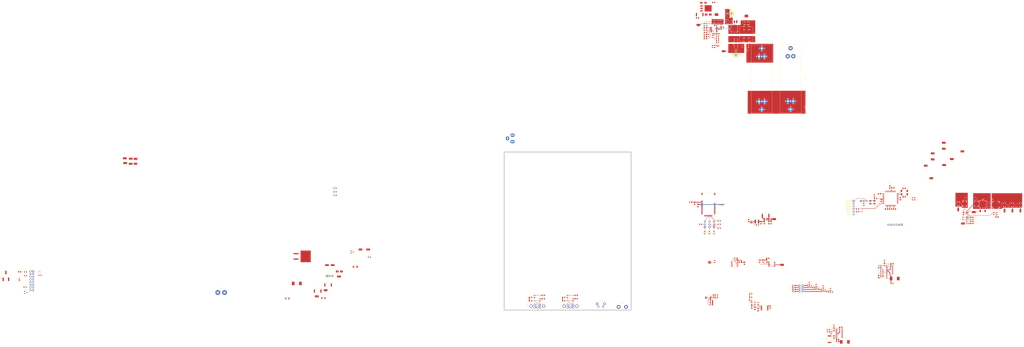
<source format=kicad_pcb>
(kicad_pcb (version 20171130) (host pcbnew "(5.0.0)")
  (title_block (title "Lab Power Supply") (date 2018-05-20))
  (layers (0 F.Cu signal) (31 B.Cu signal) (34 B.Paste user) (35 F.Paste user) (36 B.SilkS user) (37 F.SilkS user) (38 B.Mask user hide) (39 F.Mask user hide) (44 Edge.Cuts user))
  (net 0 "")
  (net 1 "Net-(BAT1-Pad2)")
  (net 2 "Net-(BAT1-Pad1)")
  (net 3 GND)
  (net 4 "Net-(C1-Pad1)")
  (net 5 "Net-(C2-Pad1)")
  (net 6 "Net-(C3-Pad1)")
  (net 7 "Net-(C4-Pad1)")
  (net 8 "Net-(C6-Pad1)")
  (net 9 "Net-(C8-Pad1)")
  (net 10 "Net-(C9-Pad1)")
  (net 11 "Net-(C10-Pad1)")
  (net 12 /Power/VREF)
  (net 13 "Net-(C12-Pad1)")
  (net 14 "Net-(C13-Pad1)")
  (net 15 "Net-(C14-Pad1)")
  (net 16 "Net-(C16-Pad1)")
  (net 17 +3V3)
  (net 18 /Control/CHG_SENSE_-)
  (net 19 "Net-(C20-Pad2)")
  (net 20 /Output/ITH)
  (net 21 /Output/INTVCC)
  (net 22 /Output/VSYS)
  (net 23 "Net-(C30-Pad1)")
  (net 24 "Net-(C31-Pad1)")
  (net 25 "Net-(C31-Pad2)")
  (net 26 "Net-(C32-Pad1)")
  (net 27 "Net-(C33-Pad1)")
  (net 28 "Net-(C33-Pad2)")
  (net 29 "Net-(C34-Pad2)")
  (net 30 /Control/ISENSE_-)
  (net 31 /Control/ENC2_B)
  (net 32 /Control/ENC1_B)
  (net 33 /Control/ENC2_A)
  (net 34 /Control/ENC1_A)
  (net 35 "Net-(C40-Pad1)")
  (net 36 "Net-(C41-Pad1)")
  (net 37 "Net-(C42-Pad1)")
  (net 38 "Net-(C48-Pad2)")
  (net 39 "Net-(C52-Pad2)")
  (net 40 "Net-(C53-Pad2)")
  (net 41 "Net-(C54-Pad1)")
  (net 42 "Net-(C54-Pad2)")
  (net 43 "Net-(C56-Pad2)")
  (net 44 "Net-(C60-Pad2)")
  (net 45 "Net-(C61-Pad1)")
  (net 46 "Net-(D6-Pad1)")
  (net 47 "Net-(D7-Pad1)")
  (net 48 "Net-(D8-Pad2)")
  (net 49 "Net-(D10-Pad2)")
  (net 50 /Control/ISENSE_+)
  (net 51 "Net-(D11-Pad2)")
  (net 52 "Net-(D12-Pad2)")
  (net 53 "Net-(D13-Pad8)")
  (net 54 "Net-(D13-Pad6)")
  (net 55 "Net-(D13-Pad4)")
  (net 56 "Net-(D13-Pad2)")
  (net 57 "Net-(D13-Pad7)")
  (net 58 "Net-(D13-Pad5)")
  (net 59 "Net-(D13-Pad3)")
  (net 60 "Net-(D13-Pad1)")
  (net 61 "Net-(D14-Pad2)")
  (net 62 "Net-(D14-Pad1)")
  (net 63 "Net-(F1-Pad1)")
  (net 64 "Net-(F3-Pad1)")
  (net 65 /Output/OUTPUT)
  (net 66 "Net-(J3-Pad1)")
  (net 67 "Net-(J3-Pad4)")
  (net 68 "Net-(J3-Pad5)")
  (net 69 "Net-(J3-Pad6)")
  (net 70 "Net-(J4-Pad2)")
  (net 71 "Net-(J4-Pad3)")
  (net 72 /Control/DEBUG_RXD)
  (net 73 /Control/DEBUG_TXD)
  (net 74 "Net-(J4-Pad6)")
  (net 75 "Net-(JP1-Pad1)")
  (net 76 "Net-(JP2-Pad1)")
  (net 77 "Net-(JP2-Pad2)")
  (net 78 "Net-(JP2-Pad3)")
  (net 79 "Net-(JP3-Pad1)")
  (net 80 "Net-(JP3-Pad2)")
  (net 81 "Net-(JP3-Pad3)")
  (net 82 "Net-(JP4-Pad1)")
  (net 83 "Net-(JP4-Pad2)")
  (net 84 "Net-(JP4-Pad3)")
  (net 85 "Net-(L1-Pad1)")
  (net 86 /Control/CHG_SENSE_+)
  (net 87 "Net-(Q1-Pad1)")
  (net 88 "Net-(Q1-Pad3)")
  (net 89 "Net-(Q2-Pad1)")
  (net 90 /Output/GATE)
  (net 91 "Net-(Q4-Pad2)")
  (net 92 "Net-(Q7-Pad1)")
  (net 93 "Net-(Q8-Pad1)")
  (net 94 "Net-(Q9-Pad1)")
  (net 95 "Net-(Q10-Pad1)")
  (net 96 "Net-(Q11-Pad1)")
  (net 97 "Net-(Q11-Pad3)")
  (net 98 "Net-(Q13-Pad3)")
  (net 99 "Net-(Q13-Pad1)")
  (net 100 /Control/CHARGE_~EN~)
  (net 101 "Net-(R4-Pad2)")
  (net 102 "Net-(R5-Pad2)")
  (net 103 "Net-(R9-Pad2)")
  (net 104 "Net-(R10-Pad2)")
  (net 105 /Control/BOOST_EN)
  (net 106 "Net-(R18-Pad1)")
  (net 107 "Net-(R20-Pad2)")
  (net 108 "Net-(R21-Pad2)")
  (net 109 "Net-(R22-Pad2)")
  (net 110 "Net-(R23-Pad2)")
  (net 111 "Net-(R25-Pad2)")
  (net 112 "Net-(R27-Pad1)")
  (net 113 /Control/CURRENT_SET)
  (net 114 "Net-(R31-Pad1)")
  (net 115 /Control/LED_GREEN)
  (net 116 /Control/LED_RED)
  (net 117 /Control/LED_ORANGE)
  (net 118 /Control/LED_YELLOW)
  (net 119 "Net-(R51-Pad1)")
  (net 120 "Net-(R52-Pad1)")
  (net 121 "Net-(R53-Pad1)")
  (net 122 "Net-(R54-Pad1)")
  (net 123 "Net-(R59-Pad1)")
  (net 124 /Control/VBAT_MONITOR)
  (net 125 "Net-(R64-Pad2)")
  (net 126 "Net-(R65-Pad2)")
  (net 127 "Net-(R66-Pad2)")
  (net 128 /Control/CURRENT_MONITOR_ALERT)
  (net 129 /Control/PGD)
  (net 130 /Control/PGC)
  (net 131 "Net-(R73-Pad2)")
  (net 132 "Net-(R75-Pad2)")
  (net 133 /Control/~DAC_CS~)
  (net 134 /Control/~SRAM_HOLD~)
  (net 135 /Control/~LDAC~)
  (net 136 /Control/~SRAM_CS~)
  (net 137 "Net-(R82-Pad1)")
  (net 138 "Net-(R83-Pad1)")
  (net 139 /Control/I2C_SCL)
  (net 140 /Control/LCD_PWR_EN)
  (net 141 "Net-(R87-Pad1)")
  (net 142 /Control/BT_~RST~)
  (net 143 /Control/LCD_BL_CTRL)
  (net 144 "Net-(RV1-Pad2)")
  (net 145 /Control/ICHG_ANALOG)
  (net 146 /Control/VOLTAGE_SET)
  (net 147 /Control/SPI_SDO)
  (net 148 /Control/SPI_CLK)
  (net 149 /Control/I2C_SDA)
  (net 150 /Control/ENC1_SW)
  (net 151 /Control/ENC2_SW)
  (net 152 /Control/REMOTE_SW)
  (net 153 /Power/~SLEEP~)
  (net 154 "Net-(U9-Pad1)")
  (net 155 "Net-(U9-Pad3)")
  (net 156 "Net-(U9-Pad4)")
  (net 157 "Net-(U9-Pad5)")
  (net 158 "Net-(U9-Pad6)")
  (net 159 "Net-(U9-Pad7)")
  (net 160 "Net-(U9-Pad8)")
  (net 161 "Net-(U9-Pad9)")
  (net 162 "Net-(U9-Pad10)")
  (net 163 "Net-(U9-Pad11)")
  (net 164 "Net-(U9-Pad12)")
  (net 165 "Net-(U9-Pad14)")
  (net 166 /Control/LCD_DB0)
  (net 167 "Net-(U9-Pad18)")
  (net 168 "Net-(U9-Pad19)")
  (net 169 /Control/LCD_OP_EN)
  (net 170 /Control/LCD_R/W)
  (net 171 /Control/LCD_DB1)
  (net 172 "Net-(U9-Pad42)")
  (net 173 "Net-(U9-Pad43)")
  (net 174 "Net-(U9-Pad44)")
  (net 175 /Control/BT_WAKEUP)
  (net 176 /Control/SPI_SDI)
  (net 177 /Control/LCD_DB2)
  (net 178 /Control/LCD_DB3)
  (net 179 /Control/LCD_DB4)
  (net 180 /Control/LCD_DB5)
  (net 181 "Net-(U9-Pad63)")
  (net 182 "Net-(U9-Pad64)")
  (net 183 /Control/LCD_RS)
  (net 184 /Control/BT_P32)
  (net 185 /Control/BT_P33)
  (net 186 /Control/BT_P34)
  (net 187 /Control/BT_P36)
  (net 188 /Control/BT_TXD)
  (net 189 /Control/BT_RXD)
  (net 190 /Control/BT_CTS)
  (net 191 /Control/BT_RTS)
  (net 192 /Control/BT_P37)
  (net 193 /Control/BT_SW_BTN)
  (net 194 /Control/BT_P04)
  (net 195 /Control/BT_P05)
  (net 196 /Control/BT_P15)
  (net 197 /Control/BT_P31)
  (net 198 "Net-(U9-Pad87)")
  (net 199 "Net-(U9-Pad89)")
  (net 200 "Net-(U9-Pad90)")
  (net 201 /Control/LCD_DB6)
  (net 202 /Control/LCD_DB7)
  (net 203 "Net-(U9-Pad94)")
  (net 204 "Net-(U9-Pad95)")
  (net 205 "Net-(U9-Pad96)")
  (net 206 "Net-(U9-Pad97)")
  (net 207 "Net-(U9-Pad98)")
  (net 208 "Net-(U9-Pad99)")
  (net 209 "Net-(U9-Pad100)")
  (net 210 "Net-(U10-Pad3)")
  (net 211 "Net-(U13-Pad8)")
  (net 212 "Net-(U13-Pad10)")
  (net 213 "Net-(U13-Pad13)")
  (net 214 "Net-(U13-Pad14)")
  (net 215 "Net-(C7-Pad2)")
  (net 216 "Net-(C59-Pad2)")
  (net 217 "Net-(U13-Pad3)")
  (module Housings_SOIC:SOIC-14_3.9x8.7mm_Pitch1.27mm (layer F.Cu) (at 413.3672 152.44572)
    (fp_text reference U2 (at -2.82192 -5.28828) (layer F.SilkS))
    (fp_text value LM324)
    (pad 1 smd rect (at -2.7 -3.81) (size 1.5 0.6) (layers F.Cu F.Paste F.Mask) (net 23 "Net-(C30-Pad1)"))
    (pad 2 smd rect (at -2.7 -2.54) (size 1.5 0.6) (layers F.Cu F.Paste F.Mask) (net 112 "Net-(R27-Pad1)"))
    (pad 3 smd rect (at -2.7 -1.27) (size 1.5 0.6) (layers F.Cu F.Paste F.Mask) (net 146 /Control/VOLTAGE_SET))
    (pad 4 smd rect (at -2.7 0) (size 1.5 0.6) (layers F.Cu F.Paste F.Mask) (net 17 +3V3))
    (pad 5 smd rect (at -2.7 1.27) (size 1.5 0.6) (layers F.Cu F.Paste F.Mask) (net 48 "Net-(D8-Pad2)"))
    (pad 6 smd rect (at -2.7 2.54) (size 1.5 0.6) (layers F.Cu F.Paste F.Mask) (net 114 "Net-(R31-Pad1)"))
    (pad 7 smd rect (at -2.7 3.81) (size 1.5 0.6) (layers F.Cu F.Paste F.Mask) (net 27 "Net-(C33-Pad1)"))
    (pad 8 smd rect (at 2.7 3.81) (size 1.5 0.6) (layers F.Cu F.Paste F.Mask))
    (pad 9 smd rect (at 2.7 2.54) (size 1.5 0.6) (layers F.Cu F.Paste F.Mask))
    (pad 10 smd rect (at 2.7 1.27) (size 1.5 0.6) (layers F.Cu F.Paste F.Mask))
    (pad 11 smd rect (at 2.7 0) (size 1.5 0.6) (layers F.Cu F.Paste F.Mask) (net 3 GND))
    (pad 12 smd rect (at 2.7 -1.27) (size 1.5 0.6) (layers F.Cu F.Paste F.Mask))
    (pad 13 smd rect (at 2.7 -2.54) (size 1.5 0.6) (layers F.Cu F.Paste F.Mask))
    (pad 14 smd rect (at 2.7 -3.81) (size 1.5 0.6) (layers F.Cu F.Paste F.Mask))
  )
  (module "Lab Power Supply Footprints:ABS25-32.768KHZ-T" (layer F.Cu) (at 424.52036 81.0514)
    (fp_text reference Y1 (at 7.81812 -1.55448) (layer F.SilkS))
    (fp_text value Crystal_Small)
    (pad NC smd rect (at 5.5 -3.2) (size 1.3 1.9) (layers F.Cu F.Paste F.Mask))
    (pad NC smd rect (at 5.5 0) (size 1.3 1.9) (layers F.Cu F.Paste F.Mask))
    (pad 2 smd rect (at 0 -3.2) (size 1.3 1.9) (layers F.Cu F.Paste F.Mask) (net 40 "Net-(C53-Pad2)"))
    (pad 1 smd rect (at 0 0) (size 1.3 1.9) (layers F.Cu F.Paste F.Mask) (net 39 "Net-(C52-Pad2)"))
  )
  (module "Lab Power Supply Footprints:Keystone_Electronics_54" (layer F.Cu) (at 292.4302 -56.896 270)
    (fp_text reference BAT1 (at 29.1338 11.7348 270) (layer F.SilkS))
    (fp_text value 2600mAH hide)
    (pad 2 thru_hole circle (at 57.8 0 270) (size 4 4) (drill 1.83) (layers *.Cu *.Mask) (net 1 "Net-(BAT1-Pad2)"))
    (pad 2 thru_hole circle (at 50.18 2.54 270) (size 4 4) (drill 1.83) (layers *.Cu *.Mask) (net 1 "Net-(BAT1-Pad2)"))
    (pad 2 thru_hole circle (at 50.18 -2.66 270) (size 4 4) (drill 1.83) (layers *.Cu *.Mask) (net 1 "Net-(BAT1-Pad2)"))
    (pad 1 thru_hole circle (at 7.62 -2.54 270) (size 4 4) (drill 1.83) (layers *.Cu *.Mask) (net 2 "Net-(BAT1-Pad1)"))
    (pad 1 thru_hole circle (at 7.62 2.54 270) (size 4 4) (drill 1.83) (layers *.Cu *.Mask) (net 2 "Net-(BAT1-Pad1)"))
    (pad 1 thru_hole circle (at 0 0 270) (size 4 4) (drill 1.83) (layers *.Cu *.Mask) (net 2 "Net-(BAT1-Pad1)"))
  )
  (module "Lab Power Supply Footprints:Keystone_Electronics_54" (layer F.Cu) (at 319.6844 0.7008 90)
    (fp_text reference BAT2 (at 30.1648 13.977 90) (layer F.SilkS))
    (fp_text value 2600mAH hide)
    (pad 2 thru_hole circle (at 57.8 0 90) (size 4 4) (drill 1.83) (layers *.Cu *.Mask) (net 3 GND))
    (pad 2 thru_hole circle (at 50.18 2.54 90) (size 4 4) (drill 1.83) (layers *.Cu *.Mask) (net 3 GND))
    (pad 2 thru_hole circle (at 50.18 -2.66 90) (size 4 4) (drill 1.83) (layers *.Cu *.Mask) (net 3 GND))
    (pad 1 thru_hole circle (at 7.62 -2.54 90) (size 4 4) (drill 1.83) (layers *.Cu *.Mask) (net 1 "Net-(BAT1-Pad2)"))
    (pad 1 thru_hole circle (at 7.62 2.54 90) (size 4 4) (drill 1.83) (layers *.Cu *.Mask) (net 1 "Net-(BAT1-Pad2)"))
    (pad 1 thru_hole circle (at 0 0 90) (size 4 4) (drill 1.83) (layers *.Cu *.Mask) (net 1 "Net-(BAT1-Pad2)"))
  )
  (module Capacitors_SMD:C_0805 (layer F.Cu) (at 246.888 -100.33)
    (fp_text reference C1 (at 2.794 0) (layer F.SilkS))
    (fp_text value 0.1uF)
    (pad 1 smd rect (at -1 0) (size 1 1.25) (layers F.Cu F.Paste F.Mask) (net 4 "Net-(C1-Pad1)"))
    (pad 2 smd rect (at 1 0) (size 1 1.25) (layers F.Cu F.Paste F.Mask) (net 3 GND))
  )
  (module Capacitors_SMD:C_0805 (layer F.Cu) (at 231.648 -85.725 180)
    (fp_text reference C2 (at 2.6924 -0.0635 270) (layer F.SilkS))
    (fp_text value 47nF)
    (pad 1 smd rect (at -1 0 180) (size 1 1.25) (layers F.Cu F.Paste F.Mask) (net 5 "Net-(C2-Pad1)"))
    (pad 2 smd rect (at 1 0 180) (size 1 1.25) (layers F.Cu F.Paste F.Mask) (net 3 GND))
  )
  (module Capacitors_SMD:C_0805 (layer F.Cu) (at 239.1156 -66.1924 180)
    (fp_text reference C3 (at 2.7686 -0.0762 180) (layer F.SilkS))
    (fp_text value 47nF)
    (pad 1 smd rect (at -1 0 180) (size 1 1.25) (layers F.Cu F.Paste F.Mask) (net 6 "Net-(C3-Pad1)"))
    (pad 2 smd rect (at 1 0 180) (size 1 1.25) (layers F.Cu F.Paste F.Mask) (net 3 GND))
  )
  (module Capacitors_SMD:C_0805 (layer F.Cu) (at 239.1156 -72.0344 180)
    (fp_text reference C4 (at 2.8448 0.0508 180) (layer F.SilkS))
    (fp_text value 47nF)
    (pad 1 smd rect (at -1 0 180) (size 1 1.25) (layers F.Cu F.Paste F.Mask) (net 7 "Net-(C4-Pad1)"))
    (pad 2 smd rect (at 1 0 180) (size 1 1.25) (layers F.Cu F.Paste F.Mask) (net 3 GND))
  )
  (module Capacitors_SMD:C_0805 (layer F.Cu) (at 279.96388 105.90784 90)
    (fp_text reference C5 (at 0 -1.5 90) (layer F.SilkS))
    (fp_text value 2.2uF)
    (pad 1 smd rect (at -1 0 90) (size 1 1.25) (layers F.Cu F.Paste F.Mask) (net 22 /Output/VSYS))
    (pad 2 smd rect (at 1 0 90) (size 1 1.25) (layers F.Cu F.Paste F.Mask) (net 3 GND))
  )
  (module Capacitors_SMD:C_0805 (layer F.Cu) (at 239.1156 -70.0278 180)
    (fp_text reference C6 (at 2.8956 0 180) (layer F.SilkS))
    (fp_text value 1nF)
    (pad 1 smd rect (at -1 0 180) (size 1 1.25) (layers F.Cu F.Paste F.Mask) (net 8 "Net-(C6-Pad1)"))
    (pad 2 smd rect (at 1 0 180) (size 1 1.25) (layers F.Cu F.Paste F.Mask) (net 3 GND))
  )
  (module Capacitors_SMD:C_0805 (layer F.Cu) (at 255.016 -76.9112 180)
    (fp_text reference C7 (at 0 1.5748 180) (layer F.SilkS))
    (fp_text value 0.22uF)
    (pad 1 smd rect (at -1 0 180) (size 1 1.25) (layers F.Cu F.Paste F.Mask) (net 3 GND))
    (pad 2 smd rect (at 1 0 180) (size 1 1.25) (layers F.Cu F.Paste F.Mask) (net 215 "Net-(C7-Pad2)"))
  )
  (module Capacitors_SMD:C_0805 (layer F.Cu) (at 253.0094 -75.057)
    (fp_text reference C8 (at 2.7686 0) (layer F.SilkS))
    (fp_text value 0.22uF)
    (pad 1 smd rect (at -1 0) (size 1 1.25) (layers F.Cu F.Paste F.Mask) (net 9 "Net-(C8-Pad1)"))
    (pad 2 smd rect (at 1 0) (size 1 1.25) (layers F.Cu F.Paste F.Mask) (net 215 "Net-(C7-Pad2)"))
  )
  (module Capacitors_SMD:C_0805 (layer F.Cu) (at 239.1156 -68.072 180)
    (fp_text reference C9 (at 2.921 0.0254 180) (layer F.SilkS))
    (fp_text value 0.1uF)
    (pad 1 smd rect (at -1 0 180) (size 1 1.25) (layers F.Cu F.Paste F.Mask) (net 10 "Net-(C9-Pad1)"))
    (pad 2 smd rect (at 1 0 180) (size 1 1.25) (layers F.Cu F.Paste F.Mask) (net 3 GND))
  )
  (module Capacitors_SMD:C_0805 (layer F.Cu) (at 248.8438 -78.613 180)
    (fp_text reference C10 (at 2.4384 0.4572 270) (layer F.SilkS))
    (fp_text value 2.2uF)
    (pad 1 smd rect (at -1 0 180) (size 1 1.25) (layers F.Cu F.Paste F.Mask) (net 11 "Net-(C10-Pad1)"))
    (pad 2 smd rect (at 1 0 180) (size 1 1.25) (layers F.Cu F.Paste F.Mask) (net 3 GND))
  )
  (module Capacitors_SMD:C_0805 (layer F.Cu) (at 250.8504 -70.7898)
    (fp_text reference C11 (at 3.2512 0.0508) (layer F.SilkS))
    (fp_text value 1.0uF)
    (pad 1 smd rect (at -1 0) (size 1 1.25) (layers F.Cu F.Paste F.Mask) (net 12 /Power/VREF))
    (pad 2 smd rect (at 1 0) (size 1 1.25) (layers F.Cu F.Paste F.Mask) (net 3 GND))
  )
  (module Capacitors_SMD:C_0805 (layer F.Cu) (at 238.0488 -75.2094 270)
    (fp_text reference C12 (at 0 3.175 270) (layer F.SilkS))
    (fp_text value 0.1uF)
    (pad 1 smd rect (at -1 0 270) (size 1 1.25) (layers F.Cu F.Paste F.Mask) (net 13 "Net-(C12-Pad1)"))
    (pad 2 smd rect (at 1 0 270) (size 1 1.25) (layers F.Cu F.Paste F.Mask) (net 3 GND))
  )
  (module Capacitors_SMD:C_0805 (layer F.Cu) (at 240.2332 -75.2094 270)
    (fp_text reference C13 (at 0.0254 3.9116 270) (layer F.SilkS))
    (fp_text value 0.1uF)
    (pad 1 smd rect (at -1 0 270) (size 1 1.25) (layers F.Cu F.Paste F.Mask) (net 14 "Net-(C13-Pad1)"))
    (pad 2 smd rect (at 1 0 270) (size 1 1.25) (layers F.Cu F.Paste F.Mask) (net 3 GND))
  )
  (module Capacitors_SMD:C_0805 (layer F.Cu) (at 291.6428 107.86872 270)
    (fp_text reference C14 (at 0 -1.59004 270) (layer F.SilkS))
    (fp_text value 22uF)
    (pad 1 smd rect (at -1 0 270) (size 1 1.25) (layers F.Cu F.Paste F.Mask) (net 15 "Net-(C14-Pad1)"))
    (pad 2 smd rect (at 1 0 270) (size 1 1.25) (layers F.Cu F.Paste F.Mask) (net 3 GND))
  )
  (module Capacitors_SMD:C_0805 (layer F.Cu) (at 294.8432 107.86872 270)
    (fp_text reference C15 (at 0 -1.6256 270) (layer F.SilkS))
    (fp_text value 0.1uF)
    (pad 1 smd rect (at -1 0 270) (size 1 1.25) (layers F.Cu F.Paste F.Mask) (net 15 "Net-(C14-Pad1)"))
    (pad 2 smd rect (at 1 0 270) (size 1 1.25) (layers F.Cu F.Paste F.Mask) (net 3 GND))
  )
  (module Capacitors_SMD:C_0805 (layer F.Cu) (at 299.14088 107.86872 270)
    (fp_text reference C16 (at 3.30708 0.07112 270) (layer F.SilkS))
    (fp_text value 0.1uF)
    (pad 1 smd rect (at -1 0 270) (size 1 1.25) (layers F.Cu F.Paste F.Mask) (net 16 "Net-(C16-Pad1)"))
    (pad 2 smd rect (at 1 0 270) (size 1 1.25) (layers F.Cu F.Paste F.Mask) (net 3 GND))
  )
  (module Capacitors_SMD:C_0805 (layer F.Cu) (at 301.14748 107.86872 270)
    (fp_text reference C17 (at 3.26136 -0.04064 270) (layer F.SilkS))
    (fp_text value 47nF)
    (pad 1 smd rect (at -1 0 270) (size 1 1.25) (layers F.Cu F.Paste F.Mask) (net 17 +3V3))
    (pad 2 smd rect (at 1 0 270) (size 1 1.25) (layers F.Cu F.Paste F.Mask) (net 3 GND))
  )
  (module Capacitors_ThroughHole:CP_Radial_D8.0mm_P3.50mm (layer F.Cu) (at 260.223 -89.8652)
    (fp_text reference C18 (at 1.75 -5.31) (layer F.SilkS))
    (fp_text value 100uF)
    (pad 1 thru_hole rect (at 0 0) (size 1.6 1.6) (drill 0.8) (layers *.Cu *.Mask) (net 22 /Output/VSYS))
    (pad 2 thru_hole circle (at 3.5 0) (size 1.6 1.6) (drill 0.8) (layers *.Cu *.Mask) (net 3 GND))
  )
  (module Capacitors_ThroughHole:CP_Radial_D8.0mm_P3.50mm (layer F.Cu) (at 268.0462 -54.2798 270)
    (fp_text reference C19 (at 3.175 5.334 270) (layer F.SilkS))
    (fp_text value 100uF)
    (pad 1 thru_hole rect (at 0 0 270) (size 1.6 1.6) (drill 0.8) (layers *.Cu *.Mask) (net 18 /Control/CHG_SENSE_-))
    (pad 2 thru_hole circle (at 3.5 0 270) (size 1.6 1.6) (drill 0.8) (layers *.Cu *.Mask) (net 3 GND))
  )
  (module Capacitors_SMD:C_0805 (layer F.Cu) (at 491.0836 108.6104 180)
    (fp_text reference C20 (at -3.2258 0.0762 180) (layer F.SilkS))
    (fp_text value 6800pF)
    (pad 1 smd rect (at -1 0 180) (size 1 1.25) (layers F.Cu F.Paste F.Mask) (net 3 GND))
    (pad 2 smd rect (at 1 0 180) (size 1 1.25) (layers F.Cu F.Paste F.Mask) (net 19 "Net-(C20-Pad2)"))
  )
  (module Capacitors_SMD:C_0805 (layer F.Cu) (at 491.0836 106.6038 180)
    (fp_text reference C21 (at -3.2512 0 180) (layer F.SilkS))
    (fp_text value 47pF)
    (pad 1 smd rect (at -1 0 180) (size 1 1.25) (layers F.Cu F.Paste F.Mask) (net 3 GND))
    (pad 2 smd rect (at 1 0 180) (size 1 1.25) (layers F.Cu F.Paste F.Mask) (net 20 /Output/ITH))
  )
  (module Capacitors_SMD:C_0805 (layer F.Cu) (at 491.0836 102.743)
    (fp_text reference C22 (at 3.175 0) (layer F.SilkS))
    (fp_text value 4.7uF)
    (pad 1 smd rect (at -1 0) (size 1 1.25) (layers F.Cu F.Paste F.Mask) (net 21 /Output/INTVCC))
    (pad 2 smd rect (at 1 0) (size 1 1.25) (layers F.Cu F.Paste F.Mask) (net 3 GND))
  )
  (module Capacitors_SMD:CP_Elec_6.3x5.3 (layer F.Cu) (at 478.2312 92.68968 270)
    (fp_text reference C23 (at 0 4.56 270) (layer F.SilkS))
    (fp_text value 22uF)
    (fp_text user + (at -4.28 3.01 270) (layer F.SilkS))
    (pad 1 smd rect (at -2.7 0 90) (size 3.5 1.6) (layers F.Cu F.Paste F.Mask) (net 22 /Output/VSYS))
    (pad 2 smd rect (at 2.7 0 90) (size 3.5 1.6) (layers F.Cu F.Paste F.Mask) (net 3 GND))
  )
  (module Capacitors_SMD:CP_Elec_6.3x5.3 (layer F.Cu) (at 522.01064 93.71584 270)
    (fp_text reference C24 (at 5.86232 0.0508) (layer F.SilkS))
    (fp_text value 22uF)
    (fp_text user + (at -4.28 3.01 270) (layer F.SilkS))
    (pad 1 smd rect (at -2.7 0 90) (size 3.5 1.6) (layers F.Cu F.Paste F.Mask) (net 17 +3V3))
    (pad 2 smd rect (at 2.7 0 90) (size 3.5 1.6) (layers F.Cu F.Paste F.Mask) (net 3 GND))
  )
  (module Capacitors_SMD:CP_Elec_6.3x5.3 (layer F.Cu) (at 529.463 93.72092 270)
    (fp_text reference C25 (at 5.9436 0.0508 180) (layer F.SilkS))
    (fp_text value 22uF)
    (fp_text user + (at -4.28 3.01 270) (layer F.SilkS))
    (pad 1 smd rect (at -2.7 0 90) (size 3.5 1.6) (layers F.Cu F.Paste F.Mask) (net 17 +3V3))
    (pad 2 smd rect (at 2.7 0 90) (size 3.5 1.6) (layers F.Cu F.Paste F.Mask) (net 3 GND))
  )
  (module Capacitors_SMD:C_0805 (layer F.Cu) (at 514.858 102.5144)
    (fp_text reference C26 (at -0.0508 1.6764) (layer F.SilkS))
    (fp_text value 0.1uF)
    (pad 1 smd rect (at -1 0) (size 1 1.25) (layers F.Cu F.Paste F.Mask) (net 17 +3V3))
    (pad 2 smd rect (at 1 0) (size 1 1.25) (layers F.Cu F.Paste F.Mask) (net 3 GND))
  )
  (module Capacitors_SMD:CP_Elec_6.3x5.3 (layer F.Cu) (at 537.02204 93.7006 270)
    (fp_text reference C27 (at 5.73024 -0.04064) (layer F.SilkS))
    (fp_text value 22uF)
    (fp_text user + (at -4.28 3.01 270) (layer F.SilkS))
    (pad 1 smd rect (at -2.7 0 90) (size 3.5 1.6) (layers F.Cu F.Paste F.Mask) (net 17 +3V3))
    (pad 2 smd rect (at 2.7 0 90) (size 3.5 1.6) (layers F.Cu F.Paste F.Mask) (net 3 GND))
  )
  (module Capacitors_SMD:C_0805 (layer F.Cu) (at 367.1316 206.89824)
    (fp_text reference C28 (at 0 -1.5) (layer F.SilkS))
    (fp_text value 0.1uF)
    (pad 1 smd rect (at -1 0) (size 1 1.25) (layers F.Cu F.Paste F.Mask) (net 17 +3V3))
    (pad 2 smd rect (at 1 0) (size 1 1.25) (layers F.Cu F.Paste F.Mask) (net 3 GND))
  )
  (module Capacitors_SMD:C_0805 (layer F.Cu) (at 415.63036 146.71548)
    (fp_text reference C29 (at 0.04064 -1.7018) (layer F.SilkS))
    (fp_text value 0.1uF)
    (pad 1 smd rect (at -1 0) (size 1 1.25) (layers F.Cu F.Paste F.Mask) (net 17 +3V3))
    (pad 2 smd rect (at 1 0) (size 1 1.25) (layers F.Cu F.Paste F.Mask) (net 3 GND))
  )
  (module Capacitors_SMD:C_0805 (layer F.Cu) (at 404.0886 150.5458 180)
    (fp_text reference C30 (at 3.26644 -0.08128 180) (layer F.SilkS))
    (fp_text value 0.1uF)
    (pad 1 smd rect (at -1 0 180) (size 1 1.25) (layers F.Cu F.Paste F.Mask) (net 23 "Net-(C30-Pad1)"))
    (pad 2 smd rect (at 1 0 180) (size 1 1.25) (layers F.Cu F.Paste F.Mask) (net 3 GND))
  )
  (module Capacitors_SMD:C_0805 (layer F.Cu) (at 360.66476 216.01176 90)
    (fp_text reference C31 (at 0 -1.5 90) (layer F.SilkS))
    (fp_text value 0.1uF)
    (pad 1 smd rect (at -1 0 90) (size 1 1.25) (layers F.Cu F.Paste F.Mask) (net 24 "Net-(C31-Pad1)"))
    (pad 2 smd rect (at 1 0 90) (size 1 1.25) (layers F.Cu F.Paste F.Mask) (net 25 "Net-(C31-Pad2)"))
  )
  (module Capacitors_SMD:C_0805 (layer F.Cu) (at 364.07344 218.2622 180)
    (fp_text reference C32 (at 3.3274 -0.49276 180) (layer F.SilkS))
    (fp_text value 1nF)
    (pad 1 smd rect (at -1 0 180) (size 1 1.25) (layers F.Cu F.Paste F.Mask) (net 26 "Net-(C32-Pad1)"))
    (pad 2 smd rect (at 1 0 180) (size 1 1.25) (layers F.Cu F.Paste F.Mask) (net 24 "Net-(C31-Pad1)"))
  )
  (module Capacitors_SMD:C_0805 (layer F.Cu) (at 403.03196 159.03448 90)
    (fp_text reference C33 (at 0 -1.5 90) (layer F.SilkS))
    (fp_text value 22pF)
    (pad 1 smd rect (at -1 0 90) (size 1 1.25) (layers F.Cu F.Paste F.Mask) (net 27 "Net-(C33-Pad1)"))
    (pad 2 smd rect (at 1 0 90) (size 1 1.25) (layers F.Cu F.Paste F.Mask) (net 28 "Net-(C33-Pad2)"))
  )
  (module Capacitors_SMD:C_0805 (layer F.Cu) (at 406.06472 158.37408 180)
    (fp_text reference C34 (at 0 -1.62052 180) (layer F.SilkS))
    (fp_text value 47pF)
    (pad 1 smd rect (at -1 0 180) (size 1 1.25) (layers F.Cu F.Paste F.Mask) (net 27 "Net-(C33-Pad1)"))
    (pad 2 smd rect (at 1 0 180) (size 1 1.25) (layers F.Cu F.Paste F.Mask) (net 29 "Net-(C34-Pad2)"))
  )
  (module Capacitors_SMD:CP_Elec_6.3x5.3 (layer F.Cu) (at -116.026279 148.0412)
    (fp_text reference C35 (at 0 4.56) (layer F.SilkS))
    (fp_text value 22uF)
    (fp_text user + (at -4.28 3.01) (layer F.SilkS))
    (pad 1 smd rect (at -2.7 0 180) (size 3.5 1.6) (layers F.Cu F.Paste F.Mask) (net 30 /Control/ISENSE_-))
    (pad 2 smd rect (at 2.7 0 180) (size 3.5 1.6) (layers F.Cu F.Paste F.Mask) (net 3 GND))
  )
  (module Capacitors_SMD:C_0805 (layer F.Cu) (at 85.7758 179.90312)
    (fp_text reference C36 (at 0 -1.5) (layer F.SilkS))
    (fp_text value 0.1uF)
    (pad 1 smd rect (at -1 0) (size 1 1.25) (layers F.Cu F.Paste F.Mask) (net 31 /Control/ENC2_B))
    (pad 2 smd rect (at 1 0) (size 1 1.25) (layers F.Cu F.Paste F.Mask) (net 3 GND))
  )
  (module Capacitors_SMD:C_0805 (layer F.Cu) (at 116.88064 179.82184)
    (fp_text reference C37 (at 0 -1.5) (layer F.SilkS))
    (fp_text value 0.1uF)
    (pad 1 smd rect (at -1 0) (size 1 1.25) (layers F.Cu F.Paste F.Mask) (net 32 /Control/ENC1_B))
    (pad 2 smd rect (at 1 0) (size 1 1.25) (layers F.Cu F.Paste F.Mask) (net 3 GND))
  )
  (module Capacitors_SMD:C_0805 (layer F.Cu) (at 85.78012 176.67224)
    (fp_text reference C38 (at 0 -1.5) (layer F.SilkS))
    (fp_text value 0.1uF)
    (pad 1 smd rect (at -1 0) (size 1 1.25) (layers F.Cu F.Paste F.Mask) (net 33 /Control/ENC2_A))
    (pad 2 smd rect (at 1 0) (size 1 1.25) (layers F.Cu F.Paste F.Mask) (net 3 GND))
  )
  (module Capacitors_SMD:C_0805 (layer F.Cu) (at 116.8654 176.657)
    (fp_text reference C39 (at 0 -1.5) (layer F.SilkS))
    (fp_text value 0.1uF)
    (pad 1 smd rect (at -1 0) (size 1 1.25) (layers F.Cu F.Paste F.Mask) (net 34 /Control/ENC1_A))
    (pad 2 smd rect (at 1 0) (size 1 1.25) (layers F.Cu F.Paste F.Mask) (net 3 GND))
  )
  (module Capacitors_SMD:C_0805 (layer F.Cu) (at 288.98596 190.28156 270)
    (fp_text reference C40 (at 0 -1.5 270) (layer F.SilkS))
    (fp_text value 0.1uF)
    (pad 1 smd rect (at -1 0 270) (size 1 1.25) (layers F.Cu F.Paste F.Mask) (net 35 "Net-(C40-Pad1)"))
    (pad 2 smd rect (at 1 0 270) (size 1 1.25) (layers F.Cu F.Paste F.Mask) (net 3 GND))
  )
  (module Capacitors_SMD:C_0805 (layer F.Cu) (at 285.92272 188.98108 270)
    (fp_text reference C41 (at 0.72644 -1.54432 270) (layer F.SilkS))
    (fp_text value 0.1uF)
    (pad 1 smd rect (at -1 0 270) (size 1 1.25) (layers F.Cu F.Paste F.Mask) (net 36 "Net-(C41-Pad1)"))
    (pad 2 smd rect (at 1 0 270) (size 1 1.25) (layers F.Cu F.Paste F.Mask) (net 3 GND))
  )
  (module Capacitors_SMD:C_0805 (layer F.Cu) (at 282.9306 187.67628 270)
    (fp_text reference C42 (at 1.27432 -1.55956 270) (layer F.SilkS))
    (fp_text value 0.1uF)
    (pad 1 smd rect (at -1 0 270) (size 1 1.25) (layers F.Cu F.Paste F.Mask) (net 37 "Net-(C42-Pad1)"))
    (pad 2 smd rect (at 1 0 270) (size 1 1.25) (layers F.Cu F.Paste F.Mask) (net 3 GND))
  )
  (module Capacitors_SMD:C_0805 (layer F.Cu) (at 300.28896 187.6806 270)
    (fp_text reference C43 (at -0.00076 -1.6256 270) (layer F.SilkS))
    (fp_text value 0.1uF)
    (pad 1 smd rect (at -1 0 270) (size 1 1.25) (layers F.Cu F.Paste F.Mask) (net 17 +3V3))
    (pad 2 smd rect (at 1 0 270) (size 1 1.25) (layers F.Cu F.Paste F.Mask) (net 3 GND))
  )
  (module Capacitors_SMD:C_0805 (layer F.Cu) (at 244.8052 183.5912 180)
    (fp_text reference C44 (at -3.15468 0.00508 180) (layer F.SilkS))
    (fp_text value 0.1uF)
    (pad 1 smd rect (at -1 0 180) (size 1 1.25) (layers F.Cu F.Paste F.Mask) (net 17 +3V3))
    (pad 2 smd rect (at 1 0 180) (size 1 1.25) (layers F.Cu F.Paste F.Mask) (net 3 GND))
  )
  (module Capacitors_SMD:C_0805 (layer F.Cu) (at 405.31288 86.85276 90)
    (fp_text reference C45 (at 0 -1.5 90) (layer F.SilkS))
    (fp_text value 0.1uF)
    (pad 1 smd rect (at -1 0 90) (size 1 1.25) (layers F.Cu F.Paste F.Mask) (net 17 +3V3))
    (pad 2 smd rect (at 1 0 90) (size 1 1.25) (layers F.Cu F.Paste F.Mask) (net 3 GND))
  )
  (module Capacitors_SMD:C_0805 (layer F.Cu) (at 423.50436 85.25256 90)
    (fp_text reference C46 (at -0.51308 1.6256 90) (layer F.SilkS))
    (fp_text value 0.1uF)
    (pad 1 smd rect (at -1 0 90) (size 1 1.25) (layers F.Cu F.Paste F.Mask) (net 17 +3V3))
    (pad 2 smd rect (at 1 0 90) (size 1 1.25) (layers F.Cu F.Paste F.Mask) (net 3 GND))
  )
  (module Capacitors_SMD:C_0805 (layer F.Cu) (at 410.3878 95.00616)
    (fp_text reference C47 (at -0.01016 1.6764) (layer F.SilkS))
    (fp_text value 0.1uF)
    (pad 1 smd rect (at -1 0) (size 1 1.25) (layers F.Cu F.Paste F.Mask) (net 17 +3V3))
    (pad 2 smd rect (at 1 0) (size 1 1.25) (layers F.Cu F.Paste F.Mask) (net 3 GND))
  )
  (module Resistors_SMD:R_0805 (layer F.Cu) (at 388.94004 90.82024 90)
    (fp_text reference C48 (at 0 -1.65 90) (layer F.SilkS))
    (fp_text value 22uF)
    (pad 1 smd rect (at -0.95 0 90) (size 0.7 1.3) (layers F.Cu F.Paste F.Mask) (net 3 GND))
    (pad 2 smd rect (at 0.95 0 90) (size 0.7 1.3) (layers F.Cu F.Paste F.Mask) (net 38 "Net-(C48-Pad2)"))
  )
  (module Capacitors_SMD:C_0805 (layer F.Cu) (at 403.69744 80.65516 180)
    (fp_text reference C49 (at 0.01016 1.53924 180) (layer F.SilkS))
    (fp_text value 0.1uF)
    (pad 1 smd rect (at -1 0 180) (size 1 1.25) (layers F.Cu F.Paste F.Mask) (net 17 +3V3))
    (pad 2 smd rect (at 1 0 180) (size 1 1.25) (layers F.Cu F.Paste F.Mask) (net 3 GND))
  )
  (module Capacitors_SMD:C_0805 (layer F.Cu) (at 417.98748 94.996 180)
    (fp_text reference C50 (at -0.01524 -1.6256 180) (layer F.SilkS))
    (fp_text value 0.1uF)
    (pad 1 smd rect (at -1 0 180) (size 1 1.25) (layers F.Cu F.Paste F.Mask) (net 17 +3V3))
    (pad 2 smd rect (at 1 0 180) (size 1 1.25) (layers F.Cu F.Paste F.Mask) (net 3 GND))
  )
  (module Capacitors_SMD:C_0805 (layer F.Cu) (at 414.147 95.00108 180)
    (fp_text reference C51 (at -0.02032 -1.59512 180) (layer F.SilkS))
    (fp_text value 0.1uF)
    (pad 1 smd rect (at -1 0 180) (size 1 1.25) (layers F.Cu F.Paste F.Mask) (net 17 +3V3))
    (pad 2 smd rect (at 1 0 180) (size 1 1.25) (layers F.Cu F.Paste F.Mask) (net 3 GND))
  )
  (module Capacitors_SMD:C_0805 (layer F.Cu) (at 427.14672 83.43392 180)
    (fp_text reference C52 (at -3.19024 0.01016 180) (layer F.SilkS))
    (fp_text value 12pF)
    (pad 1 smd rect (at -1 0 180) (size 1 1.25) (layers F.Cu F.Paste F.Mask) (net 3 GND))
    (pad 2 smd rect (at 1 0 180) (size 1 1.25) (layers F.Cu F.Paste F.Mask) (net 39 "Net-(C52-Pad2)"))
  )
  (module Capacitors_SMD:C_0805 (layer F.Cu) (at 427.13148 75.47356 180)
    (fp_text reference C53 (at -3.10896 -0.11176 180) (layer F.SilkS))
    (fp_text value 12pF)
    (pad 1 smd rect (at -1 0 180) (size 1 1.25) (layers F.Cu F.Paste F.Mask) (net 3 GND))
    (pad 2 smd rect (at 1 0 180) (size 1 1.25) (layers F.Cu F.Paste F.Mask) (net 40 "Net-(C53-Pad2)"))
  )
  (module Capacitors_SMD:C_0805 (layer F.Cu) (at 247.06072 177.33264 270)
    (fp_text reference C54 (at 0 1.50368 270) (layer F.SilkS))
    (fp_text value 0.1uF)
    (pad 1 smd rect (at -1 0 270) (size 1 1.25) (layers F.Cu F.Paste F.Mask) (net 41 "Net-(C54-Pad1)"))
    (pad 2 smd rect (at 1 0 270) (size 1 1.25) (layers F.Cu F.Paste F.Mask) (net 42 "Net-(C54-Pad2)"))
  )
  (module Capacitors_SMD:C_0805 (layer F.Cu) (at 413.59328 74.06132 90)
    (fp_text reference C55 (at 3.21056 0.01016 90) (layer F.SilkS))
    (fp_text value 0.1uF)
    (pad 1 smd rect (at -1 0 90) (size 1 1.25) (layers F.Cu F.Paste F.Mask) (net 17 +3V3))
    (pad 2 smd rect (at 1 0 90) (size 1 1.25) (layers F.Cu F.Paste F.Mask) (net 3 GND))
  )
  (module Capacitors_SMD:C_0805 (layer F.Cu) (at 416.38728 74.91984 180)
    (fp_text reference C56 (at -0.00508 1.53924 180) (layer F.SilkS))
    (fp_text value 22uF)
    (pad 1 smd rect (at -1 0 180) (size 1 1.25) (layers F.Cu F.Paste F.Mask) (net 3 GND))
    (pad 2 smd rect (at 1 0 180) (size 1 1.25) (layers F.Cu F.Paste F.Mask) (net 43 "Net-(C56-Pad2)"))
  )
  (module Capacitors_SMD:C_0805 (layer F.Cu) (at 298.03852 141.6812)
    (fp_text reference C57 (at 0 -1.5) (layer F.SilkS))
    (fp_text value 0.1uF)
    (pad 1 smd rect (at -1 0) (size 1 1.25) (layers F.Cu F.Paste F.Mask) (net 17 +3V3))
    (pad 2 smd rect (at 1 0) (size 1 1.25) (layers F.Cu F.Paste F.Mask) (net 3 GND))
  )
  (module Capacitors_SMD:C_0805 (layer F.Cu) (at 276.06244 146.29384 90)
    (fp_text reference C58 (at 0 -1.5 90) (layer F.SilkS))
    (fp_text value 0.1uF)
    (pad 1 smd rect (at -1 0 90) (size 1 1.25) (layers F.Cu F.Paste F.Mask) (net 3 GND))
    (pad 2 smd rect (at 1 0 90) (size 1 1.25) (layers F.Cu F.Paste F.Mask) (net 17 +3V3))
  )
  (module Capacitors_SMD:C_0805 (layer F.Cu) (at 228.98608 89.55024 90)
    (fp_text reference C59 (at 0 -1.5 90) (layer F.SilkS))
    (fp_text value 22uF)
    (pad 1 smd rect (at -1 0 90) (size 1 1.25) (layers F.Cu F.Paste F.Mask) (net 3 GND))
    (pad 2 smd rect (at 1 0 90) (size 1 1.25) (layers F.Cu F.Paste F.Mask) (net 216 "Net-(C59-Pad2)"))
  )
  (module Capacitors_SMD:C_0805 (layer F.Cu) (at 232.12044 91.76004 90)
    (fp_text reference C60 (at 0 -1.5 90) (layer F.SilkS))
    (fp_text value 1.0uF)
    (pad 1 smd rect (at -1 0 90) (size 1 1.25) (layers F.Cu F.Paste F.Mask) (net 3 GND))
    (pad 2 smd rect (at 1 0 90) (size 1 1.25) (layers F.Cu F.Paste F.Mask) (net 44 "Net-(C60-Pad2)"))
  )
  (module Capacitors_SMD:C_0805 (layer F.Cu) (at -409.3337 154.38628)
    (fp_text reference C61 (at 0 -1.5) (layer F.SilkS))
    (fp_text value 0.1uF)
    (pad 1 smd rect (at -1 0) (size 1 1.25) (layers F.Cu F.Paste F.Mask) (net 45 "Net-(C61-Pad1)"))
    (pad 2 smd rect (at 1 0) (size 1 1.25) (layers F.Cu F.Paste F.Mask) (net 3 GND))
  )
  (module Diodes_SMD:D_SMA (layer F.Cu) (at 241.808 -88.9 180)
    (fp_text reference D1 (at 0 -2.54) (layer F.SilkS))
    (fp_text value 22V)
    (pad 1 smd rect (at -2 0 180) (size 2.5 1.8) (layers F.Cu F.Paste F.Mask) (net 4 "Net-(C1-Pad1)"))
    (pad 2 smd rect (at 2 0 180) (size 2.5 1.8) (layers F.Cu F.Paste F.Mask) (net 5 "Net-(C2-Pad1)"))
  )
  (module TO_SOT_Packages_SMD:TO-252-3_TabPin2 (layer F.Cu) (at 239.658 -94.736)
    (fp_text reference D2 (at -6.486 0.127 90) (layer F.SilkS))
    (fp_text value SCR)
    (pad 1 smd rect (at -4.2 -2.28) (size 2.2 1.2) (layers F.Cu F.Paste F.Mask) (net 3 GND))
    (pad 2 smd rect (at -4.2 0) (size 2.2 1.2) (layers F.Cu F.Paste F.Mask) (net 4 "Net-(C1-Pad1)"))
    (pad 3 smd rect (at -4.2 2.28) (size 2.2 1.2) (layers F.Cu F.Paste F.Mask) (net 5 "Net-(C2-Pad1)"))
    (pad 2 smd rect (at 2.1 0) (size 6.4 5.8) (layers F.Cu F.Mask) (net 4 "Net-(C1-Pad1)"))
    (pad 2 smd rect (at 3.775 1.525) (size 3.05 2.75) (layers F.Cu F.Paste) (net 4 "Net-(C1-Pad1)"))
    (pad 2 smd rect (at 0.425 -1.525) (size 3.05 2.75) (layers F.Cu F.Paste) (net 4 "Net-(C1-Pad1)"))
    (pad 2 smd rect (at 3.775 -1.525) (size 3.05 2.75) (layers F.Cu F.Paste) (net 4 "Net-(C1-Pad1)"))
    (pad 2 smd rect (at 0.425 1.525) (size 3.05 2.75) (layers F.Cu F.Paste) (net 4 "Net-(C1-Pad1)"))
  )
  (module Diodes_SMD:D_SMC (layer F.Cu) (at 249.6312 -85.4928 90)
    (fp_text reference D3 (at 0 -4.1 90) (layer F.SilkS))
    (fp_text value D_Schottky_ALT)
    (pad 1 smd rect (at -3.4 0 180) (size 3.3 2.5) (layers F.Cu F.Paste F.Mask) (net 215 "Net-(C7-Pad2)"))
    (pad 2 smd rect (at 3.4 0 180) (size 3.3 2.5) (layers F.Cu F.Paste F.Mask) (net 4 "Net-(C1-Pad1)"))
  )
  (module Diodes_SMD:D_SMC (layer F.Cu) (at 277.876 -84.1502 90)
    (fp_text reference D6 (at 0 -4.1 90) (layer F.SilkS))
    (fp_text value D_Schottky_ALT)
    (pad 1 smd rect (at -3.4 0 180) (size 3.3 2.5) (layers F.Cu F.Paste F.Mask) (net 46 "Net-(D6-Pad1)"))
    (pad 2 smd rect (at 3.4 0 180) (size 3.3 2.5) (layers F.Cu F.Paste F.Mask) (net 3 GND))
  )
  (module "Lab Power Supply Footprints:V20PW10-M3" (layer F.Cu) (at 507.01956 88.72944 270)
    (fp_text reference D7 (at -3 -3.6) (layer F.SilkS))
    (fp_text value D_Schottky_AAK)
    (pad 2 smd rect (at 4.58 0 270) (size 1.4 1.9) (layers F.Cu F.Paste F.Mask) (net 47 "Net-(D7-Pad1)"))
    (pad 1 smd rect (at 0 0 270) (size 1.4 1.9) (layers F.Cu F.Paste F.Mask) (net 47 "Net-(D7-Pad1)"))
    (pad 3 smd rect (at 2.29 -6.815 270) (size 6.1 5.97) (layers F.Cu F.Paste F.Mask) (net 17 +3V3))
  )
  (module Diodes_SMD:D_SMC (layer F.Cu) (at 418.09416 160.71596 180)
    (fp_text reference D8 (at -0.75544 3.9878 180) (layer F.SilkS))
    (fp_text value D_Schottky_ALT)
    (pad 1 smd rect (at -3.4 0 270) (size 3.3 2.5) (layers F.Cu F.Paste F.Mask) (net 3 GND))
    (pad 2 smd rect (at 3.4 0 270) (size 3.3 2.5) (layers F.Cu F.Paste F.Mask) (net 48 "Net-(D8-Pad2)"))
  )
  (module Diodes_SMD:D_SMC (layer F.Cu) (at 371.00404 220.63964 180)
    (fp_text reference D9 (at 0 -4.1 180) (layer F.SilkS))
    (fp_text value D_Schottky_ALT)
    (pad 1 smd rect (at -3.4 0 270) (size 3.3 2.5) (layers F.Cu F.Paste F.Mask) (net 49 "Net-(D10-Pad2)"))
    (pad 2 smd rect (at 3.4 0 270) (size 3.3 2.5) (layers F.Cu F.Paste F.Mask) (net 26 "Net-(C32-Pad1)"))
  )
  (module Diodes_SMD:D_MiniMELF (layer F.Cu) (at -92.006279 149.5812)
    (fp_text reference D10 (at 0 -2) (layer F.SilkS))
    (fp_text value 10V)
    (pad 1 smd rect (at -1.75 0) (size 1.3 1.7) (layers F.Cu F.Paste F.Mask) (net 17 +3V3))
    (pad 2 smd rect (at 1.75 0) (size 1.3 1.7) (layers F.Cu F.Paste F.Mask) (net 49 "Net-(D10-Pad2)"))
  )
  (module Diodes_SMD:D_SMC (layer F.Cu) (at -147.278422 165.3812)
    (fp_text reference D11 (at 0 -4.1) (layer F.SilkS))
    (fp_text value D_Schottky_ALT)
    (pad 1 smd rect (at -3.4 0 90) (size 3.3 2.5) (layers F.Cu F.Paste F.Mask) (net 50 /Control/ISENSE_+))
    (pad 2 smd rect (at 3.4 0 90) (size 3.3 2.5) (layers F.Cu F.Paste F.Mask) (net 51 "Net-(D11-Pad2)"))
  )
  (module Diodes_SMD:D_SMA (layer F.Cu) (at -107.066279 154.0512)
    (fp_text reference D12 (at 0 -2.5) (layer F.SilkS))
    (fp_text value 24V)
    (pad 1 smd rect (at -2 0) (size 2.5 1.8) (layers F.Cu F.Paste F.Mask) (net 30 /Control/ISENSE_-))
    (pad 2 smd rect (at 2 0) (size 2.5 1.8) (layers F.Cu F.Paste F.Mask) (net 52 "Net-(D12-Pad2)"))
  )
  (module "Lab Power Supply Footprints:568-0102-173F" (layer F.Cu) (at 330.84516 173.0248 90)
    (fp_text reference D13 (at 8.47344 -1.32588) (layer F.SilkS))
    (fp_text value 568-0102-173F)
    (pad 8 thru_hole circle (at 5.715 -2.54 90) (size 1.6 1.6) (drill 1) (layers *.Cu *.Mask) (net 53 "Net-(D13-Pad8)"))
    (pad 6 thru_hole circle (at 3.81 -2.54 90) (size 1.6 1.6) (drill 1) (layers *.Cu *.Mask) (net 54 "Net-(D13-Pad6)"))
    (pad 4 thru_hole circle (at 1.905 -2.54 90) (size 1.6 1.6) (drill 1) (layers *.Cu *.Mask) (net 55 "Net-(D13-Pad4)"))
    (pad 2 thru_hole circle (at 0 -2.54 90) (size 1.6 1.6) (drill 1) (layers *.Cu *.Mask) (net 56 "Net-(D13-Pad2)"))
    (pad 7 thru_hole circle (at 5.715 0 90) (size 1.6 1.6) (drill 1) (layers *.Cu *.Mask) (net 57 "Net-(D13-Pad7)"))
    (pad 5 thru_hole circle (at 3.81 0 90) (size 1.6 1.6) (drill 1) (layers *.Cu *.Mask) (net 58 "Net-(D13-Pad5)"))
    (pad 3 thru_hole circle (at 1.905 0 90) (size 1.6 1.6) (drill 1) (layers *.Cu *.Mask) (net 59 "Net-(D13-Pad3)"))
    (pad 1 thru_hole circle (at 0 0 90) (size 1.6 1.6) (drill 1) (layers *.Cu *.Mask) (net 60 "Net-(D13-Pad1)"))
  )
  (module "Lab Power Supply Footprints:APG0603PBC-TT-5MAV" (layer F.Cu) (at 251.32924 90.7542)
    (fp_text reference D14 (at -0.235 1.62052) (layer F.SilkS))
    (fp_text value B)
    (pad 2 smd rect (at 0.4 0) (size 0.2 0.35) (layers F.Cu F.Paste F.Mask) (net 61 "Net-(D14-Pad2)"))
    (pad 1 smd rect (at 0 0) (size 0.2 0.35) (layers F.Cu F.Paste F.Mask) (net 62 "Net-(D14-Pad1)"))
  )
  (module Resistors_SMD:R_1206_HandSoldering (layer F.Cu) (at 237.236 -100.076)
    (fp_text reference F1 (at -4.2164 0) (layer F.SilkS))
    (fp_text value 3A)
    (pad 1 smd rect (at -2 0) (size 2 1.7) (layers F.Cu F.Paste F.Mask) (net 63 "Net-(F1-Pad1)"))
    (pad 2 smd rect (at 2 0) (size 2 1.7) (layers F.Cu F.Paste F.Mask) (net 4 "Net-(C1-Pad1)"))
  )
  (module Resistors_SMD:R_1206_HandSoldering (layer F.Cu) (at 276.8346 -58.8518)
    (fp_text reference F2 (at 0 -1.85) (layer F.SilkS))
    (fp_text value 6A)
    (pad 1 smd rect (at -2 0) (size 2 1.7) (layers F.Cu F.Paste F.Mask) (net 18 /Control/CHG_SENSE_-))
    (pad 2 smd rect (at 2 0) (size 2 1.7) (layers F.Cu F.Paste F.Mask) (net 2 "Net-(BAT1-Pad1)"))
  )
  (module Resistors_SMD:R_1206 (layer F.Cu) (at -156.226279 179.6312)
    (fp_text reference F3 (at 0 -1.85) (layer F.SilkS))
    (fp_text value 2A)
    (pad 1 smd rect (at -1.45 0) (size 0.9 1.7) (layers F.Cu F.Paste F.Mask) (net 64 "Net-(F3-Pad1)"))
    (pad 2 smd rect (at 1.45 0) (size 0.9 1.7) (layers F.Cu F.Paste F.Mask) (net 30 /Control/ISENSE_-))
  )
  (module "Lab Power Supply Footprints:PJ-066A" (layer F.Cu) (at 56.769 31.246)
    (fp_text reference J1 (at -7.5946 -3.2806 90) (layer F.SilkS))
    (fp_text value BARREL_JACK)
    (pad 1 thru_hole oval (at 0 0) (size 4 3) (drill oval 3 0.7) (layers *.Cu *.Mask) (net 63 "Net-(F1-Pad1)"))
    (pad 2 thru_hole oval (at 0 -6.1) (size 4 3) (drill oval 3 0.7) (layers *.Cu *.Mask) (net 3 GND))
    (pad 3 thru_hole oval (at -4.8 -3 90) (size 4 3) (drill oval 3 0.7) (layers *.Cu *.Mask) (net 3 GND))
  )
  (module Wire_Pads:SolderWirePad_2x_2mmDrill (layer F.Cu) (at -218.81044 173.9712)
    (fp_text reference J2 (at 0 -3.81) (layer F.SilkS))
    (fp_text value OUTPUT)
    (pad 1 thru_hole circle (at -3.175 0) (size 4.50088 4.50088) (drill 1.99898) (layers *.Cu *.Mask) (net 65 /Output/OUTPUT))
    (pad 1 thru_hole circle (at 3.175 0) (size 4.50088 4.50088) (drill 1.99898) (layers *.Cu *.Mask) (net 65 /Output/OUTPUT))
  )
  (module Socket_Strips:Socket_Strip_Straight_1x06_Pitch2.54mm (layer F.Cu) (at 379.28296 87.30488)
    (fp_text reference J3 (at 0 -2.33) (layer F.SilkS))
    (fp_text value ICSP_Header)
    (pad 1 thru_hole rect (at 0 0) (size 1.7 1.7) (drill 1) (layers *.Cu *.Mask) (net 66 "Net-(J3-Pad1)"))
    (pad 2 thru_hole oval (at 0 2.54) (size 1.7 1.7) (drill 1) (layers *.Cu *.Mask) (net 17 +3V3))
    (pad 3 thru_hole oval (at 0 5.08) (size 1.7 1.7) (drill 1) (layers *.Cu *.Mask) (net 3 GND))
    (pad 4 thru_hole oval (at 0 7.62) (size 1.7 1.7) (drill 1) (layers *.Cu *.Mask) (net 67 "Net-(J3-Pad4)"))
    (pad 5 thru_hole oval (at 0 10.16) (size 1.7 1.7) (drill 1) (layers *.Cu *.Mask) (net 68 "Net-(J3-Pad5)"))
    (pad 6 thru_hole oval (at 0 12.7) (size 1.7 1.7) (drill 1) (layers *.Cu *.Mask) (net 69 "Net-(J3-Pad6)"))
  )
  (module Socket_Strips:Socket_Strip_Straight_1x06_Pitch2.54mm (layer F.Cu) (at 424.815 109.87024 270)
    (fp_text reference J4 (at 0 -2.33 270) (layer F.SilkS))
    (fp_text value "Debug Connector")
    (pad 1 thru_hole rect (at 0 0 270) (size 1.7 1.7) (drill 1) (layers *.Cu *.Mask) (net 3 GND))
    (pad 2 thru_hole oval (at 0 2.54 270) (size 1.7 1.7) (drill 1) (layers *.Cu *.Mask) (net 70 "Net-(J4-Pad2)"))
    (pad 3 thru_hole oval (at 0 5.08 270) (size 1.7 1.7) (drill 1) (layers *.Cu *.Mask) (net 71 "Net-(J4-Pad3)"))
    (pad 4 thru_hole oval (at 0 7.62 270) (size 1.7 1.7) (drill 1) (layers *.Cu *.Mask) (net 72 /Control/DEBUG_RXD))
    (pad 5 thru_hole oval (at 0 10.16 270) (size 1.7 1.7) (drill 1) (layers *.Cu *.Mask) (net 73 /Control/DEBUG_TXD))
    (pad 6 thru_hole oval (at 0 12.7 270) (size 1.7 1.7) (drill 1) (layers *.Cu *.Mask) (net 74 "Net-(J4-Pad6)"))
  )
  (module Socket_Strips:Socket_Strip_Straight_1x03_Pitch2.54mm (layer F.Cu) (at 386.4102 87.27948 90)
    (fp_text reference JP1 (at 0 -2.33 90) (layer F.SilkS))
    (fp_text value Jumper_3_Pos)
    (pad 1 thru_hole rect (at 0 0 90) (size 1.7 1.7) (drill 1) (layers *.Cu *.Mask) (net 75 "Net-(JP1-Pad1)"))
    (pad 2 thru_hole oval (at 0 2.54 90) (size 1.7 1.7) (drill 1) (layers *.Cu *.Mask) (net 38 "Net-(C48-Pad2)"))
    (pad 3 thru_hole oval (at 0 5.08 90) (size 1.7 1.7) (drill 1) (layers *.Cu *.Mask) (net 66 "Net-(J3-Pad1)"))
  )
  (module Socket_Strips:Socket_Strip_Straight_1x03_Pitch2.54mm (layer F.Cu) (at 238.59236 112.05464 180)
    (fp_text reference JP2 (at 0.01524 -2.60096 180) (layer F.SilkS))
    (fp_text value Jumper_3_Pos)
    (pad 1 thru_hole rect (at 0 0 180) (size 1.7 1.7) (drill 1) (layers *.Cu *.Mask) (net 76 "Net-(JP2-Pad1)"))
    (pad 2 thru_hole oval (at 0 2.54 180) (size 1.7 1.7) (drill 1) (layers *.Cu *.Mask) (net 77 "Net-(JP2-Pad2)"))
    (pad 3 thru_hole oval (at 0 5.08 180) (size 1.7 1.7) (drill 1) (layers *.Cu *.Mask) (net 78 "Net-(JP2-Pad3)"))
  )
  (module Socket_Strips:Socket_Strip_Straight_1x03_Pitch2.54mm (layer F.Cu) (at 242.98656 112.04448 180)
    (fp_text reference JP3 (at 0 -2.65176 180) (layer F.SilkS))
    (fp_text value Jumper_3_Pos)
    (pad 1 thru_hole rect (at 0 0 180) (size 1.7 1.7) (drill 1) (layers *.Cu *.Mask) (net 79 "Net-(JP3-Pad1)"))
    (pad 2 thru_hole oval (at 0 2.54 180) (size 1.7 1.7) (drill 1) (layers *.Cu *.Mask) (net 80 "Net-(JP3-Pad2)"))
    (pad 3 thru_hole oval (at 0 5.08 180) (size 1.7 1.7) (drill 1) (layers *.Cu *.Mask) (net 81 "Net-(JP3-Pad3)"))
  )
  (module Socket_Strips:Socket_Strip_Straight_1x03_Pitch2.54mm (layer F.Cu) (at 247.27408 112.0648 180)
    (fp_text reference JP4 (at -0.01524 -2.64668 180) (layer F.SilkS))
    (fp_text value Jumper_3_Pos)
    (pad 1 thru_hole rect (at 0 0 180) (size 1.7 1.7) (drill 1) (layers *.Cu *.Mask) (net 82 "Net-(JP4-Pad1)"))
    (pad 2 thru_hole oval (at 0 2.54 180) (size 1.7 1.7) (drill 1) (layers *.Cu *.Mask) (net 83 "Net-(JP4-Pad2)"))
    (pad 3 thru_hole oval (at 0 5.08 180) (size 1.7 1.7) (drill 1) (layers *.Cu *.Mask) (net 84 "Net-(JP4-Pad3)"))
  )
  (module "Lab Power Supply Footprints:IFSC1515AHER100M01" (layer F.Cu) (at 286.41548 106.86796)
    (fp_text reference L1 (at 1.53416 -2.7686) (layer F.SilkS))
    (fp_text value 10uH)
    (pad 2 smd rect (at 2.95 0) (size 1.15 3.6) (layers F.Cu F.Paste F.Mask) (net 15 "Net-(C14-Pad1)"))
    (pad 1 smd rect (at 0 0) (size 1.15 3.6) (layers F.Cu F.Paste F.Mask) (net 85 "Net-(L1-Pad1)"))
  )
  (module "Lab Power Supply Footprints:SRP1265A-330M" (layer F.Cu) (at 277.876 -76.1492 90)
    (fp_text reference L2 (at -5.3086 7.3914 90) (layer F.SilkS))
    (fp_text value 33uH)
    (pad 2 smd rect (at -11.1 0 90) (size 3.1 5) (layers F.Cu F.Paste F.Mask) (net 86 /Control/CHG_SENSE_+))
    (pad 1 smd rect (at 0 0 90) (size 3.1 5) (layers F.Cu F.Paste F.Mask) (net 46 "Net-(D6-Pad1)"))
  )
  (module "Lab Power Supply Footprints:2520_Metric" (layer F.Cu) (at 294.83812 104.53116)
    (fp_text reference L3 (at -1.30556 -0.01524 90) (layer F.SilkS))
    (fp_text value 1uH)
    (pad 2 smd rect (at 2.45 0) (size 0.85 2.5) (layers F.Cu F.Paste F.Mask) (net 16 "Net-(C16-Pad1)"))
    (pad 1 smd rect (at 0 0) (size 0.85 2.5) (layers F.Cu F.Paste F.Mask) (net 15 "Net-(C14-Pad1)"))
  )
  (module Capacitors_SMD:C_0805 (layer F.Cu) (at 300.14672 104.52608)
    (fp_text reference L4 (at 1.05664 -1.63576) (layer F.SilkS))
    (fp_text value Ferrite)
    (pad 1 smd rect (at -1 0) (size 1 1.25) (layers F.Cu F.Paste F.Mask) (net 16 "Net-(C16-Pad1)"))
    (pad 2 smd rect (at 1 0) (size 1 1.25) (layers F.Cu F.Paste F.Mask) (net 17 +3V3))
  )
  (module "Lab Power Supply Footprints:SRP1245A-1R0M" (layer F.Cu) (at 484.327 89.98712)
    (fp_text reference L5 (at 5.39516 -7.42188) (layer F.SilkS))
    (fp_text value 1uH)
    (pad 2 smd rect (at 11.1 0) (size 3.1 5) (layers F.Cu F.Paste F.Mask) (net 47 "Net-(D7-Pad1)"))
    (pad 1 smd rect (at 0 0) (size 3.1 5) (layers F.Cu F.Paste F.Mask) (net 22 /Output/VSYS))
  )
  (module "Lab Power Supply Footprints:SC-89" (layer F.Cu) (at 250.2408 -59.6486 270)
    (fp_text reference Q1 (at -1.1844 -0.3048) (layer F.SilkS))
    (fp_text value "MOSFET N-CH 20V 0.2A EMT3")
    (pad 1 smd rect (at 0 0 270) (size 0.65 1) (layers F.Cu F.Paste F.Mask) (net 87 "Net-(Q1-Pad1)"))
    (pad 2 smd rect (at 1 0 270) (size 0.65 1) (layers F.Cu F.Paste F.Mask) (net 3 GND))
    (pad 3 smd rect (at 0.5 -1.5 270) (size 0.65 1) (layers F.Cu F.Paste F.Mask) (net 88 "Net-(Q1-Pad3)"))
  )
  (module TO_SOT_Packages_SMD:TO-252-3_TabPin2 (layer F.Cu) (at 266.5222 -77.8928 270)
    (fp_text reference Q2 (at 2.404 4.6228 270) (layer F.SilkS))
    (fp_text value Q_PMOS_GDS)
    (pad 1 smd rect (at -4.2 -2.28 270) (size 2.2 1.2) (layers F.Cu F.Paste F.Mask) (net 89 "Net-(Q2-Pad1)"))
    (pad 2 smd rect (at -4.2 0 270) (size 2.2 1.2) (layers F.Cu F.Paste F.Mask) (net 46 "Net-(D6-Pad1)"))
    (pad 3 smd rect (at -4.2 2.28 270) (size 2.2 1.2) (layers F.Cu F.Paste F.Mask) (net 22 /Output/VSYS))
    (pad 2 smd rect (at 2.1 0 270) (size 6.4 5.8) (layers F.Cu F.Mask) (net 46 "Net-(D6-Pad1)"))
    (pad 2 smd rect (at 3.775 1.525 270) (size 3.05 2.75) (layers F.Cu F.Paste) (net 46 "Net-(D6-Pad1)"))
    (pad 2 smd rect (at 0.425 -1.525 270) (size 3.05 2.75) (layers F.Cu F.Paste) (net 46 "Net-(D6-Pad1)"))
    (pad 2 smd rect (at 3.775 -1.525 270) (size 3.05 2.75) (layers F.Cu F.Paste) (net 46 "Net-(D6-Pad1)"))
    (pad 2 smd rect (at 0.425 1.525 270) (size 3.05 2.75) (layers F.Cu F.Paste) (net 46 "Net-(D6-Pad1)"))
  )
  (module TO_SOT_Packages_SMD:TO-252-2 (layer F.Cu) (at 501.38584 92.61856 90)
    (fp_text reference Q3 (at 6.62432 0.23368 180) (layer F.SilkS))
    (fp_text value Q_NMOS_GDS)
    (pad 1 smd rect (at -4.2 -2.28 90) (size 2.2 1.2) (layers F.Cu F.Paste F.Mask) (net 90 /Output/GATE))
    (pad 3 smd rect (at -4.2 2.28 90) (size 2.2 1.2) (layers F.Cu F.Paste F.Mask) (net 3 GND))
    (pad 2 smd rect (at 2.1 0 90) (size 6.4 5.8) (layers F.Cu F.Mask) (net 47 "Net-(D7-Pad1)"))
    (pad 2 smd rect (at 3.775 1.525 90) (size 3.05 2.75) (layers F.Cu F.Paste) (net 47 "Net-(D7-Pad1)"))
    (pad 2 smd rect (at 0.425 -1.525 90) (size 3.05 2.75) (layers F.Cu F.Paste) (net 47 "Net-(D7-Pad1)"))
    (pad 2 smd rect (at 3.775 -1.525 90) (size 3.05 2.75) (layers F.Cu F.Paste) (net 47 "Net-(D7-Pad1)"))
    (pad 2 smd rect (at 0.425 1.525 90) (size 3.05 2.75) (layers F.Cu F.Paste) (net 47 "Net-(D7-Pad1)"))
  )
  (module TO_SOT_Packages_SMD:SOT-23 (layer F.Cu) (at -94.959375 135.6312)
    (fp_text reference Q4 (at 0 -2.5) (layer F.SilkS))
    (fp_text value Q_PNP_BEC)
    (pad 1 smd rect (at -1 -0.95) (size 0.9 0.8) (layers F.Cu F.Paste F.Mask) (net 49 "Net-(D10-Pad2)"))
    (pad 2 smd rect (at -1 0.95) (size 0.9 0.8) (layers F.Cu F.Paste F.Mask) (net 91 "Net-(Q4-Pad2)"))
    (pad 3 smd rect (at 1 0) (size 0.9 0.8) (layers F.Cu F.Paste F.Mask) (net 3 GND))
  )
  (module TO_SOT_Packages_THT:TO-220-3_Vertical (layer F.Cu) (at -118.806279 158.2712)
    (fp_text reference Q5 (at 2.54 -3.62) (layer F.SilkS))
    (fp_text value Q_PMOS_GDS)
    (pad 1 thru_hole rect (at 0 0) (size 1.8 1.8) (drill 1) (layers *.Cu *.Mask) (net 91 "Net-(Q4-Pad2)"))
    (pad 2 thru_hole oval (at 2.54 0) (size 1.8 1.8) (drill 1) (layers *.Cu *.Mask) (net 51 "Net-(D11-Pad2)"))
    (pad 3 thru_hole oval (at 5.08 0) (size 1.8 1.8) (drill 1) (layers *.Cu *.Mask) (net 17 +3V3))
  )
  (module TO_SOT_Packages_SMD:TO-263-2 (layer F.Cu) (at -142.256279 139.7812)
    (fp_text reference Q6 (at 0 -6.65) (layer F.SilkS))
    (fp_text value Q_NMOS_GDS)
    (pad 1 smd rect (at -5.775 -2.54) (size 4.6 1.1) (layers F.Cu F.Paste F.Mask) (net 52 "Net-(D12-Pad2)"))
    (pad 3 smd rect (at -5.775 2.54) (size 4.6 1.1) (layers F.Cu F.Paste F.Mask) (net 3 GND))
    (pad 2 smd rect (at 3.375 0) (size 9.4 10.8) (layers F.Cu F.Mask) (net 30 /Control/ISENSE_-))
    (pad 2 smd rect (at 5.8 2.775) (size 4.55 5.25) (layers F.Cu F.Paste) (net 30 /Control/ISENSE_-))
    (pad 2 smd rect (at 0.95 -2.775) (size 4.55 5.25) (layers F.Cu F.Paste) (net 30 /Control/ISENSE_-))
    (pad 2 smd rect (at 5.8 -2.775) (size 4.55 5.25) (layers F.Cu F.Paste) (net 30 /Control/ISENSE_-))
    (pad 2 smd rect (at 0.95 2.775) (size 4.55 5.25) (layers F.Cu F.Paste) (net 30 /Control/ISENSE_-))
  )
  (module "Lab Power Supply Footprints:SC-89" (layer F.Cu) (at 355.54044 173.52988 90)
    (fp_text reference Q7 (at 2.14376 -0.82804 180) (layer F.SilkS))
    (fp_text value "MOSFET N-CH 20V 0.2A EMT3")
    (pad 1 smd rect (at 0 0 90) (size 0.65 1) (layers F.Cu F.Paste F.Mask) (net 92 "Net-(Q7-Pad1)"))
    (pad 2 smd rect (at 1 0 90) (size 0.65 1) (layers F.Cu F.Paste F.Mask) (net 3 GND))
    (pad 3 smd rect (at 0.5 -1.5 90) (size 0.65 1) (layers F.Cu F.Paste F.Mask) (net 60 "Net-(D13-Pad1)"))
  )
  (module "Lab Power Supply Footprints:SC-89" (layer F.Cu) (at 348.75216 171.61764 90)
    (fp_text reference Q8 (at 2.22504 -0.87376 180) (layer F.SilkS))
    (fp_text value "MOSFET N-CH 20V 0.2A EMT3")
    (pad 1 smd rect (at 0 0 90) (size 0.65 1) (layers F.Cu F.Paste F.Mask) (net 93 "Net-(Q8-Pad1)"))
    (pad 2 smd rect (at 1 0 90) (size 0.65 1) (layers F.Cu F.Paste F.Mask) (net 3 GND))
    (pad 3 smd rect (at 0.5 -1.5 90) (size 0.65 1) (layers F.Cu F.Paste F.Mask) (net 59 "Net-(D13-Pad3)"))
  )
  (module "Lab Power Supply Footprints:SC-89" (layer F.Cu) (at 342.23452 169.7228 90)
    (fp_text reference Q9 (at 2.25552 -0.6858) (layer F.SilkS))
    (fp_text value "MOSFET N-CH 20V 0.2A EMT3")
    (pad 1 smd rect (at 0 0 90) (size 0.65 1) (layers F.Cu F.Paste F.Mask) (net 94 "Net-(Q9-Pad1)"))
    (pad 2 smd rect (at 1 0 90) (size 0.65 1) (layers F.Cu F.Paste F.Mask) (net 3 GND))
    (pad 3 smd rect (at 0.5 -1.5 90) (size 0.65 1) (layers F.Cu F.Paste F.Mask) (net 58 "Net-(D13-Pad5)"))
  )
  (module "Lab Power Supply Footprints:SC-89" (layer F.Cu) (at 335.54048 167.80472 90)
    (fp_text reference Q10 (at 2.3034 -0.6618) (layer F.SilkS))
    (fp_text value "MOSFET N-CH 20V 0.2A EMT3")
    (pad 1 smd rect (at 0 0 90) (size 0.65 1) (layers F.Cu F.Paste F.Mask) (net 95 "Net-(Q10-Pad1)"))
    (pad 2 smd rect (at 1 0 90) (size 0.65 1) (layers F.Cu F.Paste F.Mask) (net 3 GND))
    (pad 3 smd rect (at 0.5 -1.5 90) (size 0.65 1) (layers F.Cu F.Paste F.Mask) (net 57 "Net-(D13-Pad7)"))
  )
  (module "Lab Power Supply Footprints:SC-89" (layer F.Cu) (at -410.27096 162.19932)
    (fp_text reference Q11 (at 0.1 2.2) (layer F.SilkS))
    (fp_text value "MOSFET N-CH 20V 0.2A EMT3")
    (pad 1 smd rect (at 0 0) (size 0.65 1) (layers F.Cu F.Paste F.Mask) (net 96 "Net-(Q11-Pad1)"))
    (pad 2 smd rect (at 1 0) (size 0.65 1) (layers F.Cu F.Paste F.Mask) (net 3 GND))
    (pad 3 smd rect (at 0.5 -1.5) (size 0.65 1) (layers F.Cu F.Paste F.Mask) (net 97 "Net-(Q11-Pad3)"))
  )
  (module TO_SOT_Packages_SMD:SOT-23 (layer F.Cu) (at -403.6695 173.81728)
    (fp_text reference Q12 (at 0 -2.5) (layer F.SilkS))
    (fp_text value Q_PMOS_GSD)
    (pad 1 smd rect (at -1 -0.95) (size 0.9 0.8) (layers F.Cu F.Paste F.Mask) (net 97 "Net-(Q11-Pad3)"))
    (pad 2 smd rect (at -1 0.95) (size 0.9 0.8) (layers F.Cu F.Paste F.Mask) (net 45 "Net-(C61-Pad1)"))
    (pad 3 smd rect (at 1 0) (size 0.9 0.8) (layers F.Cu F.Paste F.Mask) (net 17 +3V3))
  )
  (module "Lab Power Supply Footprints:MMBT3906TT1G" (layer F.Cu) (at -390.9996 154.33508)
    (fp_text reference Q13 (at -1.3 -0.4 90) (layer F.SilkS))
    (fp_text value Q_PNP_BEC)
    (pad 3 smd rect (at 0.5 -1.295) (size 0.356 0.508) (layers F.Cu F.Paste F.Mask) (net 98 "Net-(Q13-Pad3)"))
    (pad 2 smd rect (at 1 0) (size 0.356 0.508) (layers F.Cu F.Paste F.Mask) (net 17 +3V3))
    (pad 1 smd rect (at 0 0) (size 0.356 0.508) (layers F.Cu F.Paste F.Mask) (net 99 "Net-(Q13-Pad1)"))
  )
  (module Resistors_SMD:R_2512 (layer F.Cu) (at 233.755 -88.9 180)
    (fp_text reference R1 (at 4.774 0 270) (layer F.SilkS))
    (fp_text value 1K)
    (pad 1 smd rect (at -3.1 0 180) (size 1 3.2) (layers F.Cu F.Paste F.Mask) (net 5 "Net-(C2-Pad1)"))
    (pad 2 smd rect (at 3.1 0 180) (size 1 3.2) (layers F.Cu F.Paste F.Mask) (net 3 GND))
  )
  (module Resistors_SMD:R_0805 (layer F.Cu) (at 245.8466 -58.6994 270)
    (fp_text reference R2 (at -2.5654 -0.0762 270) (layer F.SilkS))
    (fp_text value 120)
    (pad 1 smd rect (at -0.95 0 270) (size 0.7 1.3) (layers F.Cu F.Paste F.Mask) (net 87 "Net-(Q1-Pad1)"))
    (pad 2 smd rect (at 0.95 0 270) (size 0.7 1.3) (layers F.Cu F.Paste F.Mask) (net 100 /Control/CHARGE_~EN~))
  )
  (module Resistors_SMD:R_0805 (layer F.Cu) (at 247.9548 -58.6994 270)
    (fp_text reference R3 (at -2.5654 0 270) (layer F.SilkS))
    (fp_text value 100K)
    (pad 1 smd rect (at -0.95 0 270) (size 0.7 1.3) (layers F.Cu F.Paste F.Mask) (net 87 "Net-(Q1-Pad1)"))
    (pad 2 smd rect (at 0.95 0 270) (size 0.7 1.3) (layers F.Cu F.Paste F.Mask) (net 3 GND))
  )
  (module Resistors_SMD:R_0805 (layer F.Cu) (at 250.6726 -68.5546 180)
    (fp_text reference R4 (at -2.5908 -0.0254 180) (layer F.SilkS))
    (fp_text value 100K)
    (pad 1 smd rect (at -0.95 0 180) (size 0.7 1.3) (layers F.Cu F.Paste F.Mask) (net 12 /Power/VREF))
    (pad 2 smd rect (at 0.95 0 180) (size 0.7 1.3) (layers F.Cu F.Paste F.Mask) (net 101 "Net-(R4-Pad2)"))
  )
  (module Resistors_SMD:R_0805 (layer F.Cu) (at 250.6726 -66.5988)
    (fp_text reference R5 (at 2.6416 0.0508) (layer F.SilkS))
    (fp_text value 100K)
    (pad 1 smd rect (at -0.95 0) (size 0.7 1.3) (layers F.Cu F.Paste F.Mask) (net 101 "Net-(R4-Pad2)"))
    (pad 2 smd rect (at 0.95 0) (size 0.7 1.3) (layers F.Cu F.Paste F.Mask) (net 102 "Net-(R5-Pad2)"))
  )
  (module Resistors_SMD:R_0805 (layer F.Cu) (at 250.6726 -64.6176 180)
    (fp_text reference R6 (at -2.6416 0 180) (layer F.SilkS))
    (fp_text value 100K)
    (pad 1 smd rect (at -0.95 0 180) (size 0.7 1.3) (layers F.Cu F.Paste F.Mask) (net 102 "Net-(R5-Pad2)"))
    (pad 2 smd rect (at 0.95 0 180) (size 0.7 1.3) (layers F.Cu F.Paste F.Mask) (net 88 "Net-(Q1-Pad3)"))
  )
  (module Resistors_SMD:R_0805 (layer F.Cu) (at 250.6726 -62.611)
    (fp_text reference R7 (at 2.6416 0) (layer F.SilkS))
    (fp_text value 100K)
    (pad 1 smd rect (at -0.95 0) (size 0.7 1.3) (layers F.Cu F.Paste F.Mask) (net 88 "Net-(Q1-Pad3)"))
    (pad 2 smd rect (at 0.95 0) (size 0.7 1.3) (layers F.Cu F.Paste F.Mask) (net 3 GND))
  )
  (module Resistors_SMD:R_0805 (layer F.Cu) (at 242.0366 -69.088 270)
    (fp_text reference R8 (at -2.4892 -0.1016 270) (layer F.SilkS))
    (fp_text value 10K)
    (pad 1 smd rect (at -0.95 0 270) (size 0.7 1.3) (layers F.Cu F.Paste F.Mask) (net 8 "Net-(C6-Pad1)"))
    (pad 2 smd rect (at 0.95 0 270) (size 0.7 1.3) (layers F.Cu F.Paste F.Mask) (net 10 "Net-(C9-Pad1)"))
  )
  (module Resistors_SMD:R_0805 (layer F.Cu) (at 288.417 110.0836 180)
    (fp_text reference R9 (at 0 -1.65 180) (layer F.SilkS))
    (fp_text value 100K)
    (pad 1 smd rect (at -0.95 0 180) (size 0.7 1.3) (layers F.Cu F.Paste F.Mask) (net 15 "Net-(C14-Pad1)"))
    (pad 2 smd rect (at 0.95 0 180) (size 0.7 1.3) (layers F.Cu F.Paste F.Mask) (net 103 "Net-(R9-Pad2)"))
  )
  (module Resistors_SMD:R_0805 (layer F.Cu) (at 247.2182 -70.7644 180)
    (fp_text reference R10 (at 2.9464 -0.0254 180) (layer F.SilkS))
    (fp_text value 100K)
    (pad 1 smd rect (at -0.95 0 180) (size 0.7 1.3) (layers F.Cu F.Paste F.Mask) (net 12 /Power/VREF))
    (pad 2 smd rect (at 0.95 0 180) (size 0.7 1.3) (layers F.Cu F.Paste F.Mask) (net 104 "Net-(R10-Pad2)"))
  )
  (module Resistors_SMD:R_0805 (layer F.Cu) (at 246.253 -68.1228 270)
    (fp_text reference R11 (at 0 1.8796 270) (layer F.SilkS))
    (fp_text value 100K)
    (pad 1 smd rect (at -0.95 0 270) (size 0.7 1.3) (layers F.Cu F.Paste F.Mask) (net 104 "Net-(R10-Pad2)"))
    (pad 2 smd rect (at 0.95 0 270) (size 0.7 1.3) (layers F.Cu F.Paste F.Mask) (net 3 GND))
  )
  (module Resistors_SMD:R_0805 (layer F.Cu) (at 238.0488 -79.2988 90)
    (fp_text reference R12 (at 0.0254 -1.6002 90) (layer F.SilkS))
    (fp_text value 4.7)
    (pad 1 smd rect (at -0.95 0 90) (size 0.7 1.3) (layers F.Cu F.Paste F.Mask) (net 13 "Net-(C12-Pad1)"))
    (pad 2 smd rect (at 0.95 0 90) (size 0.7 1.3) (layers F.Cu F.Paste F.Mask) (net 215 "Net-(C7-Pad2)"))
  )
  (module Resistors_SMD:R_0805 (layer F.Cu) (at 240.2332 -79.2988 90)
    (fp_text reference R13 (at 0.0254 1.7526 90) (layer F.SilkS))
    (fp_text value 4.7)
    (pad 1 smd rect (at -0.95 0 90) (size 0.7 1.3) (layers F.Cu F.Paste F.Mask) (net 14 "Net-(C13-Pad1)"))
    (pad 2 smd rect (at 0.95 0 90) (size 0.7 1.3) (layers F.Cu F.Paste F.Mask) (net 22 /Output/VSYS))
  )
  (module Resistors_SMD:R_2512 (layer F.Cu) (at 257.1254 -82.0928 180)
    (fp_text reference R14 (at -0.0762 2.5908 180) (layer F.SilkS))
    (fp_text value 0.04)
    (pad 1 smd rect (at -3.1 0 180) (size 1 3.2) (layers F.Cu F.Paste F.Mask) (net 22 /Output/VSYS))
    (pad 2 smd rect (at 3.1 0 180) (size 1 3.2) (layers F.Cu F.Paste F.Mask) (net 215 "Net-(C7-Pad2)"))
  )
  (module Resistors_SMD:R_2512 (layer F.Cu) (at 296.05224 101.10724)
    (fp_text reference R15 (at 0 -2.6) (layer F.SilkS))
    (fp_text value 6.8)
    (pad 1 smd rect (at -3.1 0) (size 1 3.2) (layers F.Cu F.Paste F.Mask) (net 15 "Net-(C14-Pad1)"))
    (pad 2 smd rect (at 3.1 0) (size 1 3.2) (layers F.Cu F.Paste F.Mask) (net 16 "Net-(C16-Pad1)"))
  )
  (module Resistors_SMD:R_2512 (layer F.Cu) (at 268.0462 -61.9506 90)
    (fp_text reference R16 (at 0 -2.6 90) (layer F.SilkS))
    (fp_text value 0.03)
    (pad 1 smd rect (at -3.1 0 90) (size 1 3.2) (layers F.Cu F.Paste F.Mask) (net 18 /Control/CHG_SENSE_-))
    (pad 2 smd rect (at 3.1 0 90) (size 1 3.2) (layers F.Cu F.Paste F.Mask) (net 86 /Control/CHG_SENSE_+))
  )
  (module Resistors_SMD:R_0805 (layer F.Cu) (at 482.6762 103.6828 90)
    (fp_text reference R17 (at 0 -1.65 90) (layer F.SilkS))
    (fp_text value 10K)
    (pad 1 smd rect (at -0.95 0 90) (size 0.7 1.3) (layers F.Cu F.Paste F.Mask) (net 3 GND))
    (pad 2 smd rect (at 0.95 0 90) (size 0.7 1.3) (layers F.Cu F.Paste F.Mask) (net 105 /Control/BOOST_EN))
  )
  (module Resistors_SMD:R_0805 (layer F.Cu) (at 486.41 105.5624 90)
    (fp_text reference R18 (at 0 -1.65 90) (layer F.SilkS))
    (fp_text value 10K)
    (pad 1 smd rect (at -0.95 0 90) (size 0.7 1.3) (layers F.Cu F.Paste F.Mask) (net 106 "Net-(R18-Pad1)"))
    (pad 2 smd rect (at 0.95 0 90) (size 0.7 1.3) (layers F.Cu F.Paste F.Mask) (net 20 /Output/ITH))
  )
  (module Resistors_SMD:R_0805 (layer F.Cu) (at 487.3498 108.6104 180)
    (fp_text reference R19 (at 0 -1.65 180) (layer F.SilkS))
    (fp_text value 10K)
    (pad 1 smd rect (at -0.95 0 180) (size 0.7 1.3) (layers F.Cu F.Paste F.Mask) (net 19 "Net-(C20-Pad2)"))
    (pad 2 smd rect (at 0.95 0 180) (size 0.7 1.3) (layers F.Cu F.Paste F.Mask) (net 106 "Net-(R18-Pad1)"))
  )
  (module Resistors_SMD:R_0805 (layer F.Cu) (at 491.1344 104.6734 180)
    (fp_text reference R20 (at -3.048 -0.0254 180) (layer F.SilkS))
    (fp_text value 80.6K)
    (pad 1 smd rect (at -0.95 0 180) (size 0.7 1.3) (layers F.Cu F.Paste F.Mask) (net 3 GND))
    (pad 2 smd rect (at 0.95 0 180) (size 0.7 1.3) (layers F.Cu F.Paste F.Mask) (net 107 "Net-(R20-Pad2)"))
  )
  (module Resistors_SMD:R_0805 (layer F.Cu) (at 511.7846 99.3394 90)
    (fp_text reference R21 (at 0 -1.65 90) (layer F.SilkS))
    (fp_text value 4.7K)
    (pad 1 smd rect (at -0.95 0 90) (size 0.7 1.3) (layers F.Cu F.Paste F.Mask) (net 3 GND))
    (pad 2 smd rect (at 0.95 0 90) (size 0.7 1.3) (layers F.Cu F.Paste F.Mask) (net 108 "Net-(R21-Pad2)"))
  )
  (module Resistors_SMD:R_0805 (layer F.Cu) (at 355.36632 211.19592)
    (fp_text reference R22 (at 0.00508 1.651) (layer F.SilkS))
    (fp_text value 100K)
    (pad 1 smd rect (at -0.95 0) (size 0.7 1.3) (layers F.Cu F.Paste F.Mask) (net 50 /Control/ISENSE_+))
    (pad 2 smd rect (at 0.95 0) (size 0.7 1.3) (layers F.Cu F.Paste F.Mask) (net 109 "Net-(R22-Pad2)"))
  )
  (module Resistors_SMD:R_0805 (layer F.Cu) (at 355.38156 209.27568)
    (fp_text reference R23 (at 0 -1.65) (layer F.SilkS))
    (fp_text value 100K)
    (pad 1 smd rect (at -0.95 0) (size 0.7 1.3) (layers F.Cu F.Paste F.Mask) (net 30 /Control/ISENSE_-))
    (pad 2 smd rect (at 0.95 0) (size 0.7 1.3) (layers F.Cu F.Paste F.Mask) (net 110 "Net-(R23-Pad2)"))
  )
  (module Resistors_SMD:R_0805 (layer F.Cu) (at 358.07904 212.15096 270)
    (fp_text reference R24 (at 0 -1.65 270) (layer F.SilkS))
    (fp_text value 1M)
    (pad 1 smd rect (at -0.95 0 270) (size 0.7 1.3) (layers F.Cu F.Paste F.Mask) (net 109 "Net-(R22-Pad2)"))
    (pad 2 smd rect (at 0.95 0 270) (size 0.7 1.3) (layers F.Cu F.Paste F.Mask) (net 3 GND))
  )
  (module Resistors_SMD:R_0805 (layer F.Cu) (at 360.69016 208.97088 90)
    (fp_text reference R25 (at 0 -1.65 90) (layer F.SilkS))
    (fp_text value 1M)
    (pad 1 smd rect (at -0.95 0 90) (size 0.7 1.3) (layers F.Cu F.Paste F.Mask) (net 110 "Net-(R23-Pad2)"))
    (pad 2 smd rect (at 0.95 0 90) (size 0.7 1.3) (layers F.Cu F.Paste F.Mask) (net 111 "Net-(R25-Pad2)"))
  )
  (module Resistors_SMD:R_0805 (layer F.Cu) (at 360.69016 205.74508 90)
    (fp_text reference R26 (at 0 -1.65 90) (layer F.SilkS))
    (fp_text value 1K)
    (pad 1 smd rect (at -0.95 0 90) (size 0.7 1.3) (layers F.Cu F.Paste F.Mask) (net 111 "Net-(R25-Pad2)"))
    (pad 2 smd rect (at 0.95 0 90) (size 0.7 1.3) (layers F.Cu F.Paste F.Mask) (net 3 GND))
  )
  (module Resistors_SMD:R_0805 (layer F.Cu) (at 408.42692 144.37868 90)
    (fp_text reference R27 (at 0.04068 -1.61036 90) (layer F.SilkS))
    (fp_text value 3K)
    (pad 1 smd rect (at -0.95 0 90) (size 0.7 1.3) (layers F.Cu F.Paste F.Mask) (net 112 "Net-(R27-Pad1)"))
    (pad 2 smd rect (at 0.95 0 90) (size 0.7 1.3) (layers F.Cu F.Paste F.Mask) (net 3 GND))
  )
  (module Resistors_SMD:R_0805 (layer F.Cu) (at 408.43708 147.68572 270)
    (fp_text reference R28 (at -0.22352 1.77292 270) (layer F.SilkS))
    (fp_text value 27K)
    (pad 1 smd rect (at -0.95 0 270) (size 0.7 1.3) (layers F.Cu F.Paste F.Mask) (net 112 "Net-(R27-Pad1)"))
    (pad 2 smd rect (at 0.95 0 270) (size 0.7 1.3) (layers F.Cu F.Paste F.Mask) (net 23 "Net-(C30-Pad1)"))
  )
  (module Resistors_SMD:R_0805 (layer F.Cu) (at 404.14448 148.6408)
    (fp_text reference R29 (at 0 -1.65) (layer F.SilkS))
    (fp_text value 10K)
    (pad 1 smd rect (at -0.95 0) (size 0.7 1.3) (layers F.Cu F.Paste F.Mask) (net 3 GND))
    (pad 2 smd rect (at 0.95 0) (size 0.7 1.3) (layers F.Cu F.Paste F.Mask) (net 23 "Net-(C30-Pad1)"))
  )
  (module Resistors_SMD:R_2512 (layer F.Cu) (at 356.4382 218.1098 270)
    (fp_text reference R30 (at -0.08128 2.5908 270) (layer F.SilkS))
    (fp_text value 1K)
    (pad 1 smd rect (at -3.1 0 270) (size 1 3.2) (layers F.Cu F.Paste F.Mask) (net 25 "Net-(C31-Pad2)"))
    (pad 2 smd rect (at 3.1 0 270) (size 1 3.2) (layers F.Cu F.Paste F.Mask) (net 113 /Control/CURRENT_SET))
  )
  (module Resistors_SMD:R_0805 (layer F.Cu) (at 406.03932 152.50668 180)
    (fp_text reference R31 (at 2.97688 -0.01016 180) (layer F.SilkS))
    (fp_text value 10K)
    (pad 1 smd rect (at -0.95 0 180) (size 0.7 1.3) (layers F.Cu F.Paste F.Mask) (net 114 "Net-(R31-Pad1)"))
    (pad 2 smd rect (at 0.95 0 180) (size 0.7 1.3) (layers F.Cu F.Paste F.Mask) (net 23 "Net-(C30-Pad1)"))
  )
  (module Resistors_SMD:R_0805 (layer F.Cu) (at 415.6456 165.21176 180)
    (fp_text reference R32 (at 0 -1.65 180) (layer F.SilkS))
    (fp_text value 10K)
    (pad 1 smd rect (at -0.95 0 180) (size 0.7 1.3) (layers F.Cu F.Paste F.Mask) (net 30 /Control/ISENSE_-))
    (pad 2 smd rect (at 0.95 0 180) (size 0.7 1.3) (layers F.Cu F.Paste F.Mask) (net 48 "Net-(D8-Pad2)"))
  )
  (module Resistors_SMD:R_0805 (layer F.Cu) (at 406.03424 154.41168 180)
    (fp_text reference R33 (at 3.23596 0.01524 180) (layer F.SilkS))
    (fp_text value 47K)
    (pad 1 smd rect (at -0.95 0 180) (size 0.7 1.3) (layers F.Cu F.Paste F.Mask) (net 114 "Net-(R31-Pad1)"))
    (pad 2 smd rect (at 0.95 0 180) (size 0.7 1.3) (layers F.Cu F.Paste F.Mask) (net 28 "Net-(C33-Pad2)"))
  )
  (module Resistors_SMD:R_0805 (layer F.Cu) (at 406.03424 156.40812 180)
    (fp_text reference R34 (at 3.12928 0.01524 180) (layer F.SilkS))
    (fp_text value 120)
    (pad 1 smd rect (at -0.95 0 180) (size 0.7 1.3) (layers F.Cu F.Paste F.Mask) (net 114 "Net-(R31-Pad1)"))
    (pad 2 smd rect (at 0.95 0 180) (size 0.7 1.3) (layers F.Cu F.Paste F.Mask) (net 29 "Net-(C34-Pad2)"))
  )
  (module Resistors_SMD:R_0805 (layer F.Cu) (at 364.01756 220.17228 180)
    (fp_text reference R35 (at 3.2004 -0.11176 180) (layer F.SilkS))
    (fp_text value 470)
    (pad 1 smd rect (at -0.95 0 180) (size 0.7 1.3) (layers F.Cu F.Paste F.Mask) (net 26 "Net-(C32-Pad1)"))
    (pad 2 smd rect (at 0.95 0 180) (size 0.7 1.3) (layers F.Cu F.Paste F.Mask) (net 24 "Net-(C31-Pad1)"))
  )
  (module Resistors_SMD:R_0805 (layer F.Cu) (at 410.6672 159.30372 90)
    (fp_text reference R36 (at 0 -1.65 90) (layer F.SilkS))
    (fp_text value 4.7K)
    (pad 1 smd rect (at -0.95 0 90) (size 0.7 1.3) (layers F.Cu F.Paste F.Mask) (net 49 "Net-(D10-Pad2)"))
    (pad 2 smd rect (at 0.95 0 90) (size 0.7 1.3) (layers F.Cu F.Paste F.Mask) (net 27 "Net-(C33-Pad1)"))
  )
  (module Resistors_SMD:R_2512 (layer F.Cu) (at -127.516279 172.6012)
    (fp_text reference R37 (at 0 -2.6) (layer F.SilkS))
    (fp_text value 1K)
    (pad 1 smd rect (at -3.1 0) (size 1 3.2) (layers F.Cu F.Paste F.Mask) (net 91 "Net-(Q4-Pad2)"))
    (pad 2 smd rect (at 3.1 0) (size 1 3.2) (layers F.Cu F.Paste F.Mask) (net 17 +3V3))
  )
  (module Resistors_SMD:R_0805 (layer F.Cu) (at -78.696279 140.4812)
    (fp_text reference R38 (at 0 -1.65) (layer F.SilkS))
    (fp_text value 10K)
    (pad 1 smd rect (at -0.95 0) (size 0.7 1.3) (layers F.Cu F.Paste F.Mask) (net 3 GND))
    (pad 2 smd rect (at 0.95 0) (size 0.7 1.3) (layers F.Cu F.Paste F.Mask) (net 50 /Control/ISENSE_+))
  )
  (module Resistors_SMD:R_1206 (layer F.Cu) (at -122.096279 179.2512)
    (fp_text reference R39 (at 0 -1.85) (layer F.SilkS))
    (fp_text value .1)
    (pad 1 smd rect (at -1.45 0) (size 0.9 1.7) (layers F.Cu F.Paste F.Mask) (net 30 /Control/ISENSE_-))
    (pad 2 smd rect (at 1.45 0) (size 0.9 1.7) (layers F.Cu F.Paste F.Mask) (net 50 /Control/ISENSE_+))
  )
  (module Resistors_SMD:R_2512 (layer F.Cu) (at -117.666279 166.8412)
    (fp_text reference R40 (at 0 -2.6) (layer F.SilkS))
    (fp_text value 1K)
    (pad 1 smd rect (at -3.1 0) (size 1 3.2) (layers F.Cu F.Paste F.Mask) (net 3 GND))
    (pad 2 smd rect (at 3.1 0) (size 1 3.2) (layers F.Cu F.Paste F.Mask) (net 52 "Net-(D12-Pad2)"))
  )
  (module Resistors_SMD:R_0805 (layer F.Cu) (at 358.30764 173.5328 180)
    (fp_text reference R41 (at 0 -1.65 180) (layer F.SilkS))
    (fp_text value 120)
    (pad 1 smd rect (at -0.95 0 180) (size 0.7 1.3) (layers F.Cu F.Paste F.Mask) (net 115 /Control/LED_GREEN))
    (pad 2 smd rect (at 0.95 0 180) (size 0.7 1.3) (layers F.Cu F.Paste F.Mask) (net 92 "Net-(Q7-Pad1)"))
  )
  (module Resistors_SMD:R_0805 (layer F.Cu) (at 357.3526 170.97756 270)
    (fp_text reference R42 (at 0 -1.65 270) (layer F.SilkS))
    (fp_text value 100K)
    (pad 1 smd rect (at -0.95 0 270) (size 0.7 1.3) (layers F.Cu F.Paste F.Mask) (net 3 GND))
    (pad 2 smd rect (at 0.95 0 270) (size 0.7 1.3) (layers F.Cu F.Paste F.Mask) (net 92 "Net-(Q7-Pad1)"))
  )
  (module Resistors_SMD:R_0805 (layer F.Cu) (at 351.46996 171.61256 180)
    (fp_text reference R43 (at 0 -1.65 180) (layer F.SilkS))
    (fp_text value 120)
    (pad 1 smd rect (at -0.95 0 180) (size 0.7 1.3) (layers F.Cu F.Paste F.Mask) (net 116 /Control/LED_RED))
    (pad 2 smd rect (at 0.95 0 180) (size 0.7 1.3) (layers F.Cu F.Paste F.Mask) (net 93 "Net-(Q8-Pad1)"))
  )
  (module Resistors_SMD:R_0805 (layer F.Cu) (at 350.50984 168.69664 270)
    (fp_text reference R44 (at 0 -1.65 270) (layer F.SilkS))
    (fp_text value 100K)
    (pad 1 smd rect (at -0.95 0 270) (size 0.7 1.3) (layers F.Cu F.Paste F.Mask) (net 3 GND))
    (pad 2 smd rect (at 0.95 0 270) (size 0.7 1.3) (layers F.Cu F.Paste F.Mask) (net 93 "Net-(Q8-Pad1)"))
  )
  (module Resistors_SMD:R_0805 (layer F.Cu) (at 344.79992 169.71772 180)
    (fp_text reference R45 (at 0 -1.65 180) (layer F.SilkS))
    (fp_text value 120)
    (pad 1 smd rect (at -0.95 0 180) (size 0.7 1.3) (layers F.Cu F.Paste F.Mask) (net 117 /Control/LED_ORANGE))
    (pad 2 smd rect (at 0.95 0 180) (size 0.7 1.3) (layers F.Cu F.Paste F.Mask) (net 94 "Net-(Q9-Pad1)"))
  )
  (module Resistors_SMD:R_0805 (layer F.Cu) (at 322.83908 173.0248)
    (fp_text reference R46 (at -3.302 0.0254) (layer F.SilkS))
    (fp_text value 120)
    (pad 1 smd rect (at -0.95 0) (size 0.7 1.3) (layers F.Cu F.Paste F.Mask) (net 17 +3V3))
    (pad 2 smd rect (at 0.95 0) (size 0.7 1.3) (layers F.Cu F.Paste F.Mask) (net 56 "Net-(D13-Pad2)"))
  )
  (module Resistors_SMD:R_0805 (layer F.Cu) (at 343.85504 167.17768 270)
    (fp_text reference R47 (at 0 -1.65 270) (layer F.SilkS))
    (fp_text value 100K)
    (pad 1 smd rect (at -0.95 0 270) (size 0.7 1.3) (layers F.Cu F.Paste F.Mask) (net 3 GND))
    (pad 2 smd rect (at 0.95 0 270) (size 0.7 1.3) (layers F.Cu F.Paste F.Mask) (net 94 "Net-(Q9-Pad1)"))
  )
  (module Resistors_SMD:R_0805 (layer F.Cu) (at 338.4042 167.81272 180)
    (fp_text reference R48 (at 0.07112 -1.64084 180) (layer F.SilkS))
    (fp_text value 120)
    (pad 1 smd rect (at -0.95 0 180) (size 0.7 1.3) (layers F.Cu F.Paste F.Mask) (net 118 /Control/LED_YELLOW))
    (pad 2 smd rect (at 0.95 0 180) (size 0.7 1.3) (layers F.Cu F.Paste F.Mask) (net 95 "Net-(Q10-Pad1)"))
  )
  (module Resistors_SMD:R_0805 (layer F.Cu) (at 322.84924 171.1198)
    (fp_text reference R49 (at -3.0988 0.02032) (layer F.SilkS))
    (fp_text value 120)
    (pad 1 smd rect (at -0.95 0) (size 0.7 1.3) (layers F.Cu F.Paste F.Mask) (net 17 +3V3))
    (pad 2 smd rect (at 0.95 0) (size 0.7 1.3) (layers F.Cu F.Paste F.Mask) (net 55 "Net-(D13-Pad4)"))
  )
  (module Resistors_SMD:R_0805 (layer F.Cu) (at 337.45424 165.20668 270)
    (fp_text reference R50 (at 0 -1.65 270) (layer F.SilkS))
    (fp_text value 100K)
    (pad 1 smd rect (at -0.95 0 270) (size 0.7 1.3) (layers F.Cu F.Paste F.Mask) (net 3 GND))
    (pad 2 smd rect (at 0.95 0 270) (size 0.7 1.3) (layers F.Cu F.Paste F.Mask) (net 95 "Net-(Q10-Pad1)"))
  )
  (module Resistors_SMD:R_0805 (layer F.Cu) (at 82.67192 180.848 90)
    (fp_text reference R51 (at 0 -1.65 90) (layer F.SilkS))
    (fp_text value 10K)
    (pad 1 smd rect (at -0.95 0 90) (size 0.7 1.3) (layers F.Cu F.Paste F.Mask) (net 119 "Net-(R51-Pad1)"))
    (pad 2 smd rect (at 0.95 0 90) (size 0.7 1.3) (layers F.Cu F.Paste F.Mask) (net 31 /Control/ENC2_B))
  )
  (module Resistors_SMD:R_0805 (layer F.Cu) (at 77.53096 177.6222 90)
    (fp_text reference R52 (at 0 -1.65 90) (layer F.SilkS))
    (fp_text value 10K)
    (pad 1 smd rect (at -0.95 0 90) (size 0.7 1.3) (layers F.Cu F.Paste F.Mask) (net 120 "Net-(R52-Pad1)"))
    (pad 2 smd rect (at 0.95 0 90) (size 0.7 1.3) (layers F.Cu F.Paste F.Mask) (net 33 /Control/ENC2_A))
  )
  (module Resistors_SMD:R_0805 (layer F.Cu) (at 113.99012 180.77688 90)
    (fp_text reference R53 (at 0 -1.65 90) (layer F.SilkS))
    (fp_text value 10K)
    (pad 1 smd rect (at -0.95 0 90) (size 0.7 1.3) (layers F.Cu F.Paste F.Mask) (net 121 "Net-(R53-Pad1)"))
    (pad 2 smd rect (at 0.95 0 90) (size 0.7 1.3) (layers F.Cu F.Paste F.Mask) (net 32 /Control/ENC1_B))
  )
  (module Resistors_SMD:R_0805 (layer F.Cu) (at 108.78312 177.61712 90)
    (fp_text reference R54 (at 0 -1.65 90) (layer F.SilkS))
    (fp_text value 10K)
    (pad 1 smd rect (at -0.95 0 90) (size 0.7 1.3) (layers F.Cu F.Paste F.Mask) (net 122 "Net-(R54-Pad1)"))
    (pad 2 smd rect (at 0.95 0 90) (size 0.7 1.3) (layers F.Cu F.Paste F.Mask) (net 34 /Control/ENC1_A))
  )
  (module Resistors_SMD:R_0805 (layer F.Cu) (at 322.8492 169.2148)
    (fp_text reference R55 (at -3.12924 0.01524) (layer F.SilkS))
    (fp_text value 120)
    (pad 1 smd rect (at -0.95 0) (size 0.7 1.3) (layers F.Cu F.Paste F.Mask) (net 17 +3V3))
    (pad 2 smd rect (at 0.95 0) (size 0.7 1.3) (layers F.Cu F.Paste F.Mask) (net 54 "Net-(D13-Pad6)"))
  )
  (module Resistors_SMD:R_0805 (layer F.Cu) (at 322.82892 167.30472)
    (fp_text reference R56 (at -3.15468 0) (layer F.SilkS))
    (fp_text value 120)
    (pad 1 smd rect (at -0.95 0) (size 0.7 1.3) (layers F.Cu F.Paste F.Mask) (net 17 +3V3))
    (pad 2 smd rect (at 0.95 0) (size 0.7 1.3) (layers F.Cu F.Paste F.Mask) (net 53 "Net-(D13-Pad8)"))
  )
  (module Resistors_SMD:R_0805 (layer F.Cu) (at 73.51268 178.57216 180)
    (fp_text reference R57 (at 0 -1.65 180) (layer F.SilkS))
    (fp_text value 10K)
    (pad 1 smd rect (at -0.95 0 180) (size 0.7 1.3) (layers F.Cu F.Paste F.Mask) (net 120 "Net-(R52-Pad1)"))
    (pad 2 smd rect (at 0.95 0 180) (size 0.7 1.3) (layers F.Cu F.Paste F.Mask) (net 17 +3V3))
  )
  (module Resistors_SMD:R_0805 (layer F.Cu) (at 104.85628 178.562 180)
    (fp_text reference R58 (at 0 -1.65 180) (layer F.SilkS))
    (fp_text value 10K)
    (pad 1 smd rect (at -0.95 0 180) (size 0.7 1.3) (layers F.Cu F.Paste F.Mask) (net 122 "Net-(R54-Pad1)"))
    (pad 2 smd rect (at 0.95 0 180) (size 0.7 1.3) (layers F.Cu F.Paste F.Mask) (net 17 +3V3))
  )
  (module Resistors_SMD:R_0805 (layer F.Cu) (at -111.06658 75.2094)
    (fp_text reference R59 (at 0 -1.65) (layer F.SilkS))
    (fp_text value 100K)
    (pad 1 smd rect (at -0.95 0) (size 0.7 1.3) (layers F.Cu F.Paste F.Mask) (net 123 "Net-(R59-Pad1)"))
    (pad 2 smd rect (at 0.95 0) (size 0.7 1.3) (layers F.Cu F.Paste F.Mask) (net 18 /Control/CHG_SENSE_-))
  )
  (module Resistors_SMD:R_0805 (layer F.Cu) (at -111.07928 78.7273)
    (fp_text reference R60 (at 0 -1.65) (layer F.SilkS))
    (fp_text value 100K)
    (pad 1 smd rect (at -0.95 0) (size 0.7 1.3) (layers F.Cu F.Paste F.Mask) (net 124 /Control/VBAT_MONITOR))
    (pad 2 smd rect (at 0.95 0) (size 0.7 1.3) (layers F.Cu F.Paste F.Mask) (net 123 "Net-(R59-Pad1)"))
  )
  (module Resistors_SMD:R_0805 (layer F.Cu) (at -110.99038 82.1055)
    (fp_text reference R61 (at 0 -1.65) (layer F.SilkS))
    (fp_text value 100K)
    (pad 1 smd rect (at -0.95 0) (size 0.7 1.3) (layers F.Cu F.Paste F.Mask) (net 3 GND))
    (pad 2 smd rect (at 0.95 0) (size 0.7 1.3) (layers F.Cu F.Paste F.Mask) (net 124 /Control/VBAT_MONITOR))
  )
  (module Resistors_SMD:R_0805 (layer F.Cu) (at 73.51776 181.79288 180)
    (fp_text reference R62 (at 0 -1.65 180) (layer F.SilkS))
    (fp_text value 10K)
    (pad 1 smd rect (at -0.95 0 180) (size 0.7 1.3) (layers F.Cu F.Paste F.Mask) (net 119 "Net-(R51-Pad1)"))
    (pad 2 smd rect (at 0.95 0 180) (size 0.7 1.3) (layers F.Cu F.Paste F.Mask) (net 17 +3V3))
  )
  (module Resistors_SMD:R_0805 (layer F.Cu) (at 104.84612 181.73192 180)
    (fp_text reference R63 (at 0 -1.65 180) (layer F.SilkS))
    (fp_text value 10K)
    (pad 1 smd rect (at -0.95 0 180) (size 0.7 1.3) (layers F.Cu F.Paste F.Mask) (net 121 "Net-(R53-Pad1)"))
    (pad 2 smd rect (at 0.95 0 180) (size 0.7 1.3) (layers F.Cu F.Paste F.Mask) (net 17 +3V3))
  )
  (module Resistors_SMD:R_0805 (layer F.Cu) (at 281.98064 175.14316)
    (fp_text reference R64 (at 0 -1.65) (layer F.SilkS))
    (fp_text value 10K)
    (pad 1 smd rect (at -0.95 0) (size 0.7 1.3) (layers F.Cu F.Paste F.Mask) (net 17 +3V3))
    (pad 2 smd rect (at 0.95 0) (size 0.7 1.3) (layers F.Cu F.Paste F.Mask) (net 125 "Net-(R64-Pad2)"))
  )
  (module Resistors_SMD:R_0805 (layer F.Cu) (at 281.97556 178.44008)
    (fp_text reference R65 (at 0 -1.65) (layer F.SilkS))
    (fp_text value 10K)
    (pad 1 smd rect (at -0.95 0) (size 0.7 1.3) (layers F.Cu F.Paste F.Mask) (net 17 +3V3))
    (pad 2 smd rect (at 0.95 0) (size 0.7 1.3) (layers F.Cu F.Paste F.Mask) (net 126 "Net-(R65-Pad2)"))
  )
  (module Resistors_SMD:R_0805 (layer F.Cu) (at 281.98064 181.6862)
    (fp_text reference R66 (at 0 -1.65) (layer F.SilkS))
    (fp_text value 10K)
    (pad 1 smd rect (at -0.95 0) (size 0.7 1.3) (layers F.Cu F.Paste F.Mask) (net 17 +3V3))
    (pad 2 smd rect (at 0.95 0) (size 0.7 1.3) (layers F.Cu F.Paste F.Mask) (net 127 "Net-(R66-Pad2)"))
  )
  (module Resistors_SMD:R_0805 (layer F.Cu) (at 288.97072 184.33284 90)
    (fp_text reference R67 (at 0.00508 1.79832 90) (layer F.SilkS))
    (fp_text value 10K)
    (pad 1 smd rect (at -0.95 0 90) (size 0.7 1.3) (layers F.Cu F.Paste F.Mask) (net 35 "Net-(C40-Pad1)"))
    (pad 2 smd rect (at 0.95 0 90) (size 0.7 1.3) (layers F.Cu F.Paste F.Mask) (net 125 "Net-(R64-Pad2)"))
  )
  (module Resistors_SMD:R_0805 (layer F.Cu) (at 285.92272 184.28204 90)
    (fp_text reference R68 (at 2.18436 -0.00508) (layer F.SilkS))
    (fp_text value 10K)
    (pad 1 smd rect (at -0.95 0 90) (size 0.7 1.3) (layers F.Cu F.Paste F.Mask) (net 36 "Net-(C41-Pad1)"))
    (pad 2 smd rect (at 0.95 0 90) (size 0.7 1.3) (layers F.Cu F.Paste F.Mask) (net 126 "Net-(R65-Pad2)"))
  )
  (module Resistors_SMD:R_0805 (layer F.Cu) (at 282.92552 184.25156 90)
    (fp_text reference R69 (at 0 -1.65 90) (layer F.SilkS))
    (fp_text value 10K)
    (pad 1 smd rect (at -0.95 0 90) (size 0.7 1.3) (layers F.Cu F.Paste F.Mask) (net 37 "Net-(C42-Pad1)"))
    (pad 2 smd rect (at 0.95 0 90) (size 0.7 1.3) (layers F.Cu F.Paste F.Mask) (net 127 "Net-(R66-Pad2)"))
  )
  (module Resistors_SMD:R_0805 (layer F.Cu) (at 244.85092 185.49112)
    (fp_text reference R70 (at 3.0226 0.00508) (layer F.SilkS))
    (fp_text value 10K)
    (pad 1 smd rect (at -0.95 0) (size 0.7 1.3) (layers F.Cu F.Paste F.Mask) (net 128 /Control/CURRENT_MONITOR_ALERT))
    (pad 2 smd rect (at 0.95 0) (size 0.7 1.3) (layers F.Cu F.Paste F.Mask) (net 17 +3V3))
  )
  (module Resistors_SMD:R_0805 (layer F.Cu) (at 383.05236 94.9198)
    (fp_text reference R71 (at 0 -1.65) (layer F.SilkS))
    (fp_text value 10)
    (pad 1 smd rect (at -0.95 0) (size 0.7 1.3) (layers F.Cu F.Paste F.Mask) (net 67 "Net-(J3-Pad4)"))
    (pad 2 smd rect (at 0.95 0) (size 0.7 1.3) (layers F.Cu F.Paste F.Mask) (net 129 /Control/PGD))
  )
  (module Resistors_SMD:R_0805 (layer F.Cu) (at 383.05236 97.4598)
    (fp_text reference R72 (at 0.05076 1.69672) (layer F.SilkS))
    (fp_text value 10)
    (pad 1 smd rect (at -0.95 0) (size 0.7 1.3) (layers F.Cu F.Paste F.Mask) (net 68 "Net-(J3-Pad5)"))
    (pad 2 smd rect (at 0.95 0) (size 0.7 1.3) (layers F.Cu F.Paste F.Mask) (net 130 /Control/PGC))
  )
  (module Resistors_SMD:R_0805 (layer F.Cu) (at 244.85092 181.7116 180)
    (fp_text reference R73 (at -2.91592 -0.01524 180) (layer F.SilkS))
    (fp_text value 0)
    (pad 1 smd rect (at -0.95 0 180) (size 0.7 1.3) (layers F.Cu F.Paste F.Mask) (net 17 +3V3))
    (pad 2 smd rect (at 0.95 0 180) (size 0.7 1.3) (layers F.Cu F.Paste F.Mask) (net 131 "Net-(R73-Pad2)"))
  )
  (module Resistors_SMD:R_0805 (layer F.Cu) (at 398.97812 82.489 90)
    (fp_text reference R74 (at 0 -1.65 90) (layer F.SilkS))
    (fp_text value 10K)
    (pad 1 smd rect (at -0.95 0 90) (size 0.7 1.3) (layers F.Cu F.Paste F.Mask) (net 66 "Net-(J3-Pad1)"))
    (pad 2 smd rect (at 0.95 0 90) (size 0.7 1.3) (layers F.Cu F.Paste F.Mask) (net 17 +3V3))
  )
  (module Resistors_SMD:R_0805 (layer F.Cu) (at 399.92808 85.05444)
    (fp_text reference R75 (at 1.4732 -1.54432) (layer F.SilkS))
    (fp_text value 470)
    (pad 1 smd rect (at -0.95 0) (size 0.7 1.3) (layers F.Cu F.Paste F.Mask) (net 66 "Net-(J3-Pad1)"))
    (pad 2 smd rect (at 0.95 0) (size 0.7 1.3) (layers F.Cu F.Paste F.Mask) (net 132 "Net-(R75-Pad2)"))
  )
  (module Resistors_SMD:R_0805 (layer F.Cu) (at 249.6312 176.33188)
    (fp_text reference R76 (at 0 -1.65) (layer F.SilkS))
    (fp_text value 10)
    (pad 1 smd rect (at -0.95 0) (size 0.7 1.3) (layers F.Cu F.Paste F.Mask) (net 41 "Net-(C54-Pad1)"))
    (pad 2 smd rect (at 0.95 0) (size 0.7 1.3) (layers F.Cu F.Paste F.Mask) (net 50 /Control/ISENSE_+))
  )
  (module Resistors_SMD:R_0805 (layer F.Cu) (at 249.6312 178.3334)
    (fp_text reference R77 (at 0.00508 1.66624) (layer F.SilkS))
    (fp_text value 10)
    (pad 1 smd rect (at -0.95 0) (size 0.7 1.3) (layers F.Cu F.Paste F.Mask) (net 42 "Net-(C54-Pad2)"))
    (pad 2 smd rect (at 0.95 0) (size 0.7 1.3) (layers F.Cu F.Paste F.Mask) (net 30 /Control/ISENSE_-))
  )
  (module Resistors_SMD:R_0805 (layer F.Cu) (at 293.69004 144.25676 90)
    (fp_text reference R78 (at 0 -1.65 90) (layer F.SilkS))
    (fp_text value 10K)
    (pad 1 smd rect (at -0.95 0 90) (size 0.7 1.3) (layers F.Cu F.Paste F.Mask) (net 135 /Control/~LDAC~))
    (pad 2 smd rect (at 0.95 0 90) (size 0.7 1.3) (layers F.Cu F.Paste F.Mask) (net 17 +3V3))
  )
  (module Resistors_SMD:R_0805 (layer F.Cu) (at 268.08684 143.49476)
    (fp_text reference R79 (at -3.06832 -0.00508) (layer F.SilkS))
    (fp_text value 10K)
    (pad 1 smd rect (at -0.95 0) (size 0.7 1.3) (layers F.Cu F.Paste F.Mask) (net 134 /Control/~SRAM_HOLD~))
    (pad 2 smd rect (at 0.95 0) (size 0.7 1.3) (layers F.Cu F.Paste F.Mask) (net 17 +3V3))
  )
  (module Resistors_SMD:R_0805 (layer F.Cu) (at 290.34232 144.25676 90)
    (fp_text reference R80 (at 0 -1.65 90) (layer F.SilkS))
    (fp_text value 10K)
    (pad 1 smd rect (at -0.95 0 90) (size 0.7 1.3) (layers F.Cu F.Paste F.Mask) (net 133 /Control/~DAC_CS~))
    (pad 2 smd rect (at 0.95 0 90) (size 0.7 1.3) (layers F.Cu F.Paste F.Mask) (net 17 +3V3))
  )
  (module Resistors_SMD:R_0805 (layer F.Cu) (at 268.09192 141.53388)
    (fp_text reference R81 (at -2.98704 -0.01524) (layer F.SilkS))
    (fp_text value 10K)
    (pad 1 smd rect (at -0.95 0) (size 0.7 1.3) (layers F.Cu F.Paste F.Mask) (net 136 /Control/~SRAM_CS~))
    (pad 2 smd rect (at 0.95 0) (size 0.7 1.3) (layers F.Cu F.Paste F.Mask) (net 17 +3V3))
  )
  (module Resistors_SMD:R_0805 (layer F.Cu) (at 272.31848 145.29816)
    (fp_text reference R82 (at 0 -1.65) (layer F.SilkS))
    (fp_text value 0)
    (pad 1 smd rect (at -0.95 0) (size 0.7 1.3) (layers F.Cu F.Paste F.Mask) (net 137 "Net-(R82-Pad1)"))
    (pad 2 smd rect (at 0.95 0) (size 0.7 1.3) (layers F.Cu F.Paste F.Mask) (net 17 +3V3))
  )
  (module Resistors_SMD:R_0805 (layer F.Cu) (at 297.04284 144.26184 90)
    (fp_text reference R83 (at 0 -1.65 90) (layer F.SilkS))
    (fp_text value 0)
    (pad 1 smd rect (at -0.95 0 90) (size 0.7 1.3) (layers F.Cu F.Paste F.Mask) (net 138 "Net-(R83-Pad1)"))
    (pad 2 smd rect (at 0.95 0 90) (size 0.7 1.3) (layers F.Cu F.Paste F.Mask) (net 17 +3V3))
  )
  (module Resistors_SMD:R_0805 (layer F.Cu) (at 435.0766 85.34912 90)
    (fp_text reference R84 (at 0 -1.52908 90) (layer F.SilkS))
    (fp_text value 4.7K)
    (pad 1 smd rect (at -0.95 0 90) (size 0.7 1.3) (layers F.Cu F.Paste F.Mask) (net 139 /Control/I2C_SCL))
    (pad 2 smd rect (at 0.95 0 90) (size 0.7 1.3) (layers F.Cu F.Paste F.Mask) (net 17 +3V3))
  )
  (module Resistors_SMD:R_0805 (layer F.Cu) (at 437.10352 85.34908 90)
    (fp_text reference R85 (at 0.0102 1.66624 90) (layer F.SilkS))
    (fp_text value 4.7K)
    (pad 1 smd rect (at -0.95 0 90) (size 0.7 1.3) (layers F.Cu F.Paste F.Mask) (net 139 /Control/I2C_SCL))
    (pad 2 smd rect (at 0.95 0 90) (size 0.7 1.3) (layers F.Cu F.Paste F.Mask) (net 17 +3V3))
  )
  (module Resistors_SMD:R_0805 (layer F.Cu) (at -403.8346 154.46248)
    (fp_text reference R86 (at 0 -1.65) (layer F.SilkS))
    (fp_text value 120)
    (pad 1 smd rect (at -0.95 0) (size 0.7 1.3) (layers F.Cu F.Paste F.Mask) (net 140 /Control/LCD_PWR_EN))
    (pad 2 smd rect (at 0.95 0) (size 0.7 1.3) (layers F.Cu F.Paste F.Mask) (net 96 "Net-(Q11-Pad1)"))
  )
  (module Resistors_SMD:R_0805 (layer F.Cu) (at 247.91416 144.68856 90)
    (fp_text reference R87 (at 0 -1.65 90) (layer F.SilkS))
    (fp_text value 10K)
    (pad 1 smd rect (at -0.95 0 90) (size 0.7 1.3) (layers F.Cu F.Paste F.Mask) (net 141 "Net-(R87-Pad1)"))
    (pad 2 smd rect (at 0.95 0 90) (size 0.7 1.3) (layers F.Cu F.Paste F.Mask) (net 17 +3V3))
  )
  (module Resistors_SMD:R_0805 (layer F.Cu) (at -403.7584 158.06928)
    (fp_text reference R88 (at 0 -1.65) (layer F.SilkS))
    (fp_text value 100K)
    (pad 1 smd rect (at -0.95 0) (size 0.7 1.3) (layers F.Cu F.Paste F.Mask) (net 3 GND))
    (pad 2 smd rect (at 0.95 0) (size 0.7 1.3) (layers F.Cu F.Paste F.Mask) (net 96 "Net-(Q11-Pad1)"))
  )
  (module Resistors_SMD:R_0805 (layer F.Cu) (at -404.2537 168.83888)
    (fp_text reference R89 (at 0 -1.65) (layer F.SilkS))
    (fp_text value 10K)
    (pad 1 smd rect (at -0.95 0) (size 0.7 1.3) (layers F.Cu F.Paste F.Mask) (net 97 "Net-(Q11-Pad3)"))
    (pad 2 smd rect (at 0.95 0) (size 0.7 1.3) (layers F.Cu F.Paste F.Mask) (net 17 +3V3))
  )
  (module Resistors_SMD:R_0805 (layer F.Cu) (at 254.14224 90.74912 180)
    (fp_text reference R90 (at 0 -1.65 180) (layer F.SilkS))
    (fp_text value 120)
    (pad 1 smd rect (at -0.95 0 180) (size 0.7 1.3) (layers F.Cu F.Paste F.Mask) (net 44 "Net-(C60-Pad2)"))
    (pad 2 smd rect (at 0.95 0 180) (size 0.7 1.3) (layers F.Cu F.Paste F.Mask) (net 61 "Net-(D14-Pad2)"))
  )
  (module Resistors_SMD:R_0805 (layer F.Cu) (at 238.57204 117.43944 90)
    (fp_text reference R91 (at 0 -1.65 90) (layer F.SilkS))
    (fp_text value 4.7K)
    (pad 1 smd rect (at -0.95 0 90) (size 0.7 1.3) (layers F.Cu F.Paste F.Mask) (net 3 GND))
    (pad 2 smd rect (at 0.95 0 90) (size 0.7 1.3) (layers F.Cu F.Paste F.Mask) (net 76 "Net-(JP2-Pad1)"))
  )
  (module Resistors_SMD:R_0805 (layer F.Cu) (at 242.99672 117.43944 90)
    (fp_text reference R92 (at 0 -1.65 90) (layer F.SilkS))
    (fp_text value 4.7K)
    (pad 1 smd rect (at -0.95 0 90) (size 0.7 1.3) (layers F.Cu F.Paste F.Mask) (net 3 GND))
    (pad 2 smd rect (at 0.95 0 90) (size 0.7 1.3) (layers F.Cu F.Paste F.Mask) (net 79 "Net-(JP3-Pad1)"))
  )
  (module Resistors_SMD:R_0805 (layer F.Cu) (at 247.25376 117.43944 90)
    (fp_text reference R93 (at 0 -1.65 90) (layer F.SilkS))
    (fp_text value 4.7K)
    (pad 1 smd rect (at -0.95 0 90) (size 0.7 1.3) (layers F.Cu F.Paste F.Mask) (net 3 GND))
    (pad 2 smd rect (at 0.95 0 90) (size 0.7 1.3) (layers F.Cu F.Paste F.Mask) (net 82 "Net-(JP4-Pad1)"))
  )
  (module Resistors_SMD:R_0805 (layer F.Cu) (at 234.58932 109.48924 180)
    (fp_text reference R94 (at 0 -1.65 180) (layer F.SilkS))
    (fp_text value 4.7K)
    (pad 1 smd rect (at -0.95 0 180) (size 0.7 1.3) (layers F.Cu F.Paste F.Mask) (net 77 "Net-(JP2-Pad2)"))
    (pad 2 smd rect (at 0.95 0 180) (size 0.7 1.3) (layers F.Cu F.Paste F.Mask) (net 17 +3V3))
  )
  (module Resistors_SMD:R_0805 (layer F.Cu) (at 252.25756 113.0046)
    (fp_text reference R95 (at 0 -1.65) (layer F.SilkS))
    (fp_text value 4.7K)
    (pad 1 smd rect (at -0.95 0) (size 0.7 1.3) (layers F.Cu F.Paste F.Mask) (net 80 "Net-(JP3-Pad2)"))
    (pad 2 smd rect (at 0.95 0) (size 0.7 1.3) (layers F.Cu F.Paste F.Mask) (net 17 +3V3))
  )
  (module Resistors_SMD:R_0805 (layer F.Cu) (at 252.22708 109.52988)
    (fp_text reference R96 (at 0 -1.65) (layer F.SilkS))
    (fp_text value 4.7K)
    (pad 1 smd rect (at -0.95 0) (size 0.7 1.3) (layers F.Cu F.Paste F.Mask) (net 83 "Net-(JP4-Pad2)"))
    (pad 2 smd rect (at 0.95 0) (size 0.7 1.3) (layers F.Cu F.Paste F.Mask) (net 17 +3V3))
  )
  (module Resistors_SMD:R_0805 (layer F.Cu) (at 252.23216 106.20756)
    (fp_text reference R97 (at 0 -1.65) (layer F.SilkS))
    (fp_text value 10K)
    (pad 1 smd rect (at -0.95 0) (size 0.7 1.3) (layers F.Cu F.Paste F.Mask) (net 142 /Control/BT_~RST~))
    (pad 2 smd rect (at 0.95 0) (size 0.7 1.3) (layers F.Cu F.Paste F.Mask) (net 17 +3V3))
  )
  (module Resistors_SMD:R_0805 (layer F.Cu) (at -390.144 157.59938)
    (fp_text reference R98 (at 0 -1.65) (layer F.SilkS))
    (fp_text value 120)
    (pad 1 smd rect (at -0.95 0) (size 0.7 1.3) (layers F.Cu F.Paste F.Mask) (net 143 /Control/LCD_BL_CTRL))
    (pad 2 smd rect (at 0.95 0) (size 0.7 1.3) (layers F.Cu F.Paste F.Mask) (net 99 "Net-(Q13-Pad1)"))
  )
  (module "Lab Power Supply Footprints:3361P-1-103GLF" (layer F.Cu) (at -424.92168 161.47288)
    (fp_text reference RV1 (at -2.2 -2.2 90) (layer F.SilkS))
    (fp_text value 10K)
    (pad 2 smd rect (at 2.54 -6.4) (size 1.19 3.3) (layers F.Cu F.Paste F.Mask) (net 144 "Net-(RV1-Pad2)"))
    (pad 3 smd rect (at 5.08 0) (size 1.19 3.3) (layers F.Cu F.Paste F.Mask) (net 3 GND))
    (pad 1 smd rect (at 0 0) (size 1.19 3.3) (layers F.Cu F.Paste F.Mask) (net 45 "Net-(C61-Pad1)"))
  )
  (module "Lab Power Supply Footprints:EN11-VSM1AF20" (layer F.Cu) (at 111.53204 188.09208 270)
    (fp_text reference SW1 (at -1.9 8.9 270) (layer F.SilkS))
    (fp_text value EN11-VSM1AF20)
    (pad NC thru_hole circle (at -1.25 -6 270) (size 3 3) (drill 2.1) (layers *.Cu *.Mask))
    (pad NC thru_hole circle (at -1.25 5.85 270) (size 3 3) (drill 2.1) (layers *.Cu *.Mask))
    (pad 5 thru_hole circle (at -2.5 -2.5 270) (size 2 2) (drill 1.2) (layers *.Cu *.Mask) (net 127 "Net-(R66-Pad2)"))
    (pad 4 thru_hole circle (at -2.5 2.5 270) (size 2 2) (drill 1.2) (layers *.Cu *.Mask) (net 3 GND))
    (pad 3 thru_hole circle (at -0.1 -2.5 270) (size 2 2) (drill 1.2) (layers *.Cu *.Mask) (net 121 "Net-(R53-Pad1)"))
    (pad 2 thru_hole circle (at 0 0 270) (size 2 2) (drill 1.2) (layers *.Cu *.Mask) (net 3 GND))
    (pad 1 thru_hole circle (at 0 2.5 270) (size 2 2) (drill 1.2) (layers *.Cu *.Mask) (net 122 "Net-(R54-Pad1)"))
  )
  (module "Lab Power Supply Footprints:EN11-VSM1AF20" (layer F.Cu) (at 80.17954 188.1235 270)
    (fp_text reference SW2 (at -1.9 8.9 270) (layer F.SilkS))
    (fp_text value EN11-VSM1AF20)
    (pad NC thru_hole circle (at -1.25 -6 270) (size 3 3) (drill 2.1) (layers *.Cu *.Mask))
    (pad NC thru_hole circle (at -1.25 5.85 270) (size 3 3) (drill 2.1) (layers *.Cu *.Mask))
    (pad 5 thru_hole circle (at -2.5 -2.5 270) (size 2 2) (drill 1.2) (layers *.Cu *.Mask) (net 126 "Net-(R65-Pad2)"))
    (pad 4 thru_hole circle (at -2.5 2.5 270) (size 2 2) (drill 1.2) (layers *.Cu *.Mask) (net 3 GND))
    (pad 3 thru_hole circle (at -0.1 -2.5 270) (size 2 2) (drill 1.2) (layers *.Cu *.Mask) (net 119 "Net-(R51-Pad1)"))
    (pad 2 thru_hole circle (at 0 0 270) (size 2 2) (drill 1.2) (layers *.Cu *.Mask) (net 3 GND))
    (pad 1 thru_hole circle (at 0 2.5 270) (size 2 2) (drill 1.2) (layers *.Cu *.Mask) (net 120 "Net-(R52-Pad1)"))
  )
  (module "Lab Power Supply Footprints:TL1105SF160Q" (layer F.Cu) (at 136.7228 184.70308)
    (fp_text reference SW3 (at 3.6 -2.6) (layer F.SilkS))
    (fp_text value SW_Push)
    (pad 2 thru_hole circle (at 5.75 2.5) (size 1.75 1.75) (drill 1) (layers *.Cu *.Mask) (net 3 GND))
    (pad NC thru_hole circle (at 7 0) (size 2.25 2.25) (drill 1.3) (layers *.Cu *.Mask))
    (pad NC thru_hole circle (at 0 0) (size 2.25 2.25) (drill 1.3) (layers *.Cu *.Mask))
    (pad 1 thru_hole circle (at 1.25 2.5) (size 1.75 1.75) (drill 1) (layers *.Cu *.Mask) (net 125 "Net-(R64-Pad2)"))
  )
  (module "Lab Power Supply Footprints:R1966ABLKBLKGR" (layer F.Cu) (at 164.0609 187.5917 180)
    (fp_text reference SW5 (at 3.9 3.6 180) (layer F.SilkS))
    (fp_text value SW_SPST)
    (pad 2 thru_hole circle (at 7 0 180) (size 3.5 3.5) (drill 1.85) (layers *.Cu *.Mask) (net 65 /Output/OUTPUT))
    (pad 1 thru_hole circle (at 0 0 180) (size 3.5 3.5) (drill 1.85) (layers *.Cu *.Mask) (net 64 "Net-(F3-Pad1)"))
  )
  (module "Lab Power Supply Footprints:7914J-1-000E" (layer F.Cu) (at 395.15796 89.82964 90)
    (fp_text reference SW6 (at -1.8796 1.81864 180) (layer F.SilkS))
    (fp_text value Reset)
    (pad 2 smd rect (at 2.54 0 90) (size 1.27 1.78) (layers F.Cu F.Paste F.Mask) (net 66 "Net-(J3-Pad1)"))
    (pad 2 smd rect (at 2.54 3.81 90) (size 1.27 1.78) (layers F.Cu F.Paste F.Mask) (net 66 "Net-(J3-Pad1)"))
    (pad 1 smd rect (at 0 3.81 90) (size 1.27 1.78) (layers F.Cu F.Paste F.Mask) (net 3 GND))
    (pad 1 smd rect (at 0 0 90) (size 1.27 1.78) (layers F.Cu F.Paste F.Mask) (net 3 GND))
  )
  (module "Lab Power Supply Footprints:SMT_Test_Point" (layer F.Cu) (at 232.4862 -79.1464 180)
    (fp_text reference TP2 (at 0.2 2 180) (layer F.SilkS))
    (fp_text value TestPoint)
    (pad 1 smd rect (at 0 0 180) (size 3.45 1.85) (layers F.Cu F.Paste F.Mask) (net 22 /Output/VSYS))
  )
  (module "Lab Power Supply Footprints:SMT_Test_Point" (layer F.Cu) (at 256.36728 -54.26964)
    (fp_text reference TP3 (at 0.2 2) (layer F.SilkS))
    (fp_text value TestPoint)
    (pad 1 smd rect (at 0 0) (size 3.45 1.85) (layers F.Cu F.Paste F.Mask) (net 18 /Control/CHG_SENSE_-))
  )
  (module "Lab Power Supply Footprints:SMT_Test_Point" (layer F.Cu) (at 304.19548 104.52608 180)
    (fp_text reference TP4 (at 0.2 2 180) (layer F.SilkS))
    (fp_text value TestPoint)
    (pad 1 smd rect (at 0 0 180) (size 3.45 1.85) (layers F.Cu F.Paste F.Mask) (net 17 +3V3))
  )
  (module "Lab Power Supply Footprints:SMT_Test_Point" (layer F.Cu) (at -299.90288 52.1462)
    (fp_text reference TP5 (at 0.2 2) (layer F.SilkS))
    (fp_text value TestPoint)
    (pad 1 smd rect (at 0 0) (size 3.45 1.85) (layers F.Cu F.Paste F.Mask) (net 3 GND))
  )
  (module "Lab Power Supply Footprints:SMT_Test_Point" (layer F.Cu) (at -304.27168 47.3837)
    (fp_text reference TP6 (at 0.2 2) (layer F.SilkS))
    (fp_text value TestPoint)
    (pad 1 smd rect (at 0 0) (size 3.45 1.85) (layers F.Cu F.Paste F.Mask) (net 3 GND))
  )
  (module "Lab Power Supply Footprints:SMT_Test_Point" (layer F.Cu) (at -304.41138 52.2224)
    (fp_text reference TP7 (at 0.2 2) (layer F.SilkS))
    (fp_text value TestPoint)
    (pad 1 smd rect (at 0 0) (size 3.45 1.85) (layers F.Cu F.Paste F.Mask) (net 3 GND))
  )
  (module "Lab Power Supply Footprints:SMT_Test_Point" (layer F.Cu) (at -299.78858 47.5234)
    (fp_text reference TP8 (at 0.2 2) (layer F.SilkS))
    (fp_text value TestPoint)
    (pad 1 smd rect (at 0 0) (size 3.45 1.85) (layers F.Cu F.Paste F.Mask) (net 3 GND))
  )
  (module "Lab Power Supply Footprints:SMT_Test_Point" (layer F.Cu) (at -309.91048 47.0281)
    (fp_text reference TP9 (at 0.2 2) (layer F.SilkS))
    (fp_text value TestPoint)
    (pad 1 smd rect (at 0 0) (size 3.45 1.85) (layers F.Cu F.Paste F.Mask) (net 12 /Power/VREF))
  )
  (module "Lab Power Supply Footprints:SMT_Test_Point" (layer F.Cu) (at -309.64378 51.5112)
    (fp_text reference TP10 (at 0.2 2) (layer F.SilkS))
    (fp_text value TestPoint)
    (pad 1 smd rect (at 0 0) (size 3.45 1.85) (layers F.Cu F.Paste F.Mask) (net 145 /Control/ICHG_ANALOG))
  )
  (module "Lab Power Supply Footprints:SMT_Test_Point" (layer F.Cu) (at -79.822708 133.2812)
    (fp_text reference TP11 (at 0.2 2) (layer F.SilkS))
    (fp_text value TestPoint)
    (pad 1 smd rect (at 0 0) (size 3.45 1.85) (layers F.Cu F.Paste F.Mask) (net 17 +3V3))
  )
  (module "Lab Power Supply Footprints:SMT_Test_Point" (layer F.Cu) (at -120.012708 171.7912)
    (fp_text reference TP12 (at 0.2 2) (layer F.SilkS))
    (fp_text value TestPoint)
    (pad 1 smd rect (at 0 0) (size 3.45 1.85) (layers F.Cu F.Paste F.Mask) (net 65 /Output/OUTPUT))
  )
  (module "Lab Power Supply Footprints:SMT_Test_Point" (layer F.Cu) (at 493.014 97.8916)
    (fp_text reference TP13 (at 0.2 2) (layer F.SilkS))
    (fp_text value TestPoint)
    (pad 1 smd rect (at 0 0) (size 3.45 1.85) (layers F.Cu F.Paste F.Mask) (net 90 /Output/GATE))
  )
  (module "Lab Power Supply Footprints:SMT_Test_Point" (layer F.Cu) (at -107.362708 158.8512)
    (fp_text reference TP14 (at 0.057868 2.1086) (layer F.SilkS))
    (fp_text value TestPoint)
    (pad 1 smd rect (at 0 0) (size 3.45 1.85) (layers F.Cu F.Paste F.Mask) (net 21 /Output/INTVCC))
  )
  (module "Lab Power Supply Footprints:SMT_Test_Point" (layer F.Cu) (at 482.7016 108.712)
    (fp_text reference TP15 (at 0.2 2) (layer F.SilkS))
    (fp_text value TestPoint)
    (pad 1 smd rect (at 0 0) (size 3.45 1.85) (layers F.Cu F.Paste F.Mask) (net 20 /Output/ITH))
  )
  (module "Lab Power Supply Footprints:SMT_Test_Point" (layer F.Cu) (at -87.072708 133.2812)
    (fp_text reference TP16 (at 0.2 2) (layer F.SilkS))
    (fp_text value TestPoint)
    (pad 1 smd rect (at 0 0) (size 3.45 1.85) (layers F.Cu F.Paste F.Mask) (net 105 /Control/BOOST_EN))
  )
  (module "Lab Power Supply Footprints:SMT_Test_Point" (layer F.Cu) (at -128.292708 177.5512)
    (fp_text reference TP17 (at 0.2 2) (layer F.SilkS))
    (fp_text value TestPoint)
    (pad 1 smd rect (at 0 0) (size 3.45 1.85) (layers F.Cu F.Paste F.Mask) (net 3 GND))
  )
  (module "Lab Power Supply Footprints:SMT_Test_Point" (layer F.Cu) (at 464.623292 32.3064)
    (fp_text reference TP18 (at 0.2 2) (layer F.SilkS))
    (fp_text value TestPoint hide)
    (pad 1 smd rect (at 0 0) (size 3.45 1.85) (layers F.Cu F.Paste F.Mask) (net 146 /Control/VOLTAGE_SET))
  )
  (module "Lab Power Supply Footprints:SMT_Test_Point" (layer F.Cu) (at 311.6326 147.7518)
    (fp_text reference TP19 (at 0.2 2) (layer F.SilkS))
    (fp_text value TestPoint hide)
    (pad 1 smd rect (at 0 0) (size 3.45 1.85) (layers F.Cu F.Paste F.Mask) (net 113 /Control/CURRENT_SET))
  )
  (module "Lab Power Supply Footprints:SMT_Test_Point" (layer F.Cu) (at 452.724492 65.8554)
    (fp_text reference TP20 (at 0.2 2) (layer F.SilkS))
    (fp_text value TestPoint hide)
    (pad 1 smd rect (at 0 0) (size 3.45 1.85) (layers F.Cu F.Paste F.Mask) (net 147 /Control/SPI_SDO))
  )
  (module "Lab Power Supply Footprints:SMT_Test_Point" (layer F.Cu) (at 447.5226 54.0004)
    (fp_text reference TP21 (at 0.2 2) (layer F.SilkS))
    (fp_text value TestPoint hide)
    (pad 1 smd rect (at 0 0) (size 3.45 1.85) (layers F.Cu F.Paste F.Mask) (net 148 /Control/SPI_CLK))
  )
  (module "Lab Power Supply Footprints:SMT_Test_Point" (layer F.Cu) (at 464.623292 38.0064)
    (fp_text reference TP22 (at 0.2 2) (layer F.SilkS))
    (fp_text value TestPoint hide)
    (pad 1 smd rect (at 0 0) (size 3.45 1.85) (layers F.Cu F.Paste F.Mask) (net 149 /Control/I2C_SDA))
  )
  (module "Lab Power Supply Footprints:SMT_Test_Point" (layer F.Cu) (at 454.083292 48.0464)
    (fp_text reference TP23 (at 0.2 2) (layer F.SilkS))
    (fp_text value TestPoint hide)
    (pad 1 smd rect (at 0 0) (size 3.45 1.85) (layers F.Cu F.Paste F.Mask) (net 139 /Control/I2C_SCL))
  )
  (module "Lab Power Supply Footprints:SMT_Test_Point" (layer F.Cu) (at 454.083292 42.3464)
    (fp_text reference TP24 (at 0.2 2) (layer F.SilkS))
    (fp_text value TestPoint hide)
    (pad 1 smd rect (at 0 0) (size 3.45 1.85) (layers F.Cu F.Paste F.Mask) (net 34 /Control/ENC1_A))
  )
  (module "Lab Power Supply Footprints:SMT_Test_Point" (layer F.Cu) (at 472.144492 47.6954)
    (fp_text reference TP25 (at 0.2 2) (layer F.SilkS))
    (fp_text value TestPoint hide)
    (pad 1 smd rect (at 0 0) (size 3.45 1.85) (layers F.Cu F.Paste F.Mask) (net 32 /Control/ENC1_B))
  )
  (module "Lab Power Supply Footprints:SMT_Test_Point" (layer F.Cu) (at 482.134492 40.4454)
    (fp_text reference TP26 (at 0.2 2) (layer F.SilkS))
    (fp_text value TestPoint hide)
    (pad 1 smd rect (at 0 0) (size 3.45 1.85) (layers F.Cu F.Paste F.Mask) (net 33 /Control/ENC2_A))
  )
  (module "Lab Power Supply Footprints:SMT_Test_Point" (layer F.Cu) (at 464.894492 53.3954)
    (fp_text reference TP27 (at 0.2 2) (layer F.SilkS))
    (fp_text value TestPoint hide)
    (pad 1 smd rect (at 0 0) (size 3.45 1.85) (layers F.Cu F.Paste F.Mask) (net 31 /Control/ENC2_B))
  )
  (module Housings_SSOP:TSSOP-14_4.4x5mm_Pitch0.65mm (layer F.Cu) (at 295.119 188.625)
    (fp_text reference U1 (at 0 -3.55) (layer F.SilkS))
    (fp_text value 74HC14)
    (pad 1 smd rect (at -2.95 -1.95) (size 1.45 0.45) (layers F.Cu F.Paste F.Mask) (net 37 "Net-(C42-Pad1)"))
    (pad 2 smd rect (at -2.95 -1.3) (size 1.45 0.45) (layers F.Cu F.Paste F.Mask) (net 150 /Control/ENC1_SW))
    (pad 3 smd rect (at -2.95 -0.65) (size 1.45 0.45) (layers F.Cu F.Paste F.Mask) (net 36 "Net-(C41-Pad1)"))
    (pad 4 smd rect (at -2.95 0) (size 1.45 0.45) (layers F.Cu F.Paste F.Mask) (net 151 /Control/ENC2_SW))
    (pad 5 smd rect (at -2.95 0.65) (size 1.45 0.45) (layers F.Cu F.Paste F.Mask) (net 35 "Net-(C40-Pad1)"))
    (pad 6 smd rect (at -2.95 1.3) (size 1.45 0.45) (layers F.Cu F.Paste F.Mask) (net 152 /Control/REMOTE_SW))
    (pad 7 smd rect (at -2.95 1.95) (size 1.45 0.45) (layers F.Cu F.Paste F.Mask) (net 3 GND))
    (pad 8 smd rect (at 2.95 1.95) (size 1.45 0.45) (layers F.Cu F.Paste F.Mask))
    (pad 9 smd rect (at 2.95 1.3) (size 1.45 0.45) (layers F.Cu F.Paste F.Mask))
    (pad 10 smd rect (at 2.95 0.65) (size 1.45 0.45) (layers F.Cu F.Paste F.Mask))
    (pad 11 smd rect (at 2.95 0) (size 1.45 0.45) (layers F.Cu F.Paste F.Mask))
    (pad 12 smd rect (at 2.95 -0.65) (size 1.45 0.45) (layers F.Cu F.Paste F.Mask))
    (pad 13 smd rect (at 2.95 -1.3) (size 1.45 0.45) (layers F.Cu F.Paste F.Mask))
    (pad 14 smd rect (at 2.95 -1.95) (size 1.45 0.45) (layers F.Cu F.Paste F.Mask) (net 17 +3V3))
  )
  (module Housings_SOIC:SOIC-14_3.9x8.7mm_Pitch1.27mm (layer F.Cu) (at 365.77018 212.46846)
    (fp_text reference U3 (at -2.17934 -5.32638) (layer F.SilkS))
    (fp_text value LM324)
    (pad 1 smd rect (at -2.7 -3.81) (size 1.5 0.6) (layers F.Cu F.Paste F.Mask) (net 111 "Net-(R25-Pad2)"))
    (pad 2 smd rect (at -2.7 -2.54) (size 1.5 0.6) (layers F.Cu F.Paste F.Mask) (net 110 "Net-(R23-Pad2)"))
    (pad 3 smd rect (at -2.7 -1.27) (size 1.5 0.6) (layers F.Cu F.Paste F.Mask) (net 109 "Net-(R22-Pad2)"))
    (pad 4 smd rect (at -2.7 0) (size 1.5 0.6) (layers F.Cu F.Paste F.Mask) (net 17 +3V3))
    (pad 5 smd rect (at -2.7 1.27) (size 1.5 0.6) (layers F.Cu F.Paste F.Mask) (net 111 "Net-(R25-Pad2)"))
    (pad 6 smd rect (at -2.7 2.54) (size 1.5 0.6) (layers F.Cu F.Paste F.Mask) (net 25 "Net-(C31-Pad2)"))
    (pad 7 smd rect (at -2.7 3.81) (size 1.5 0.6) (layers F.Cu F.Paste F.Mask) (net 24 "Net-(C31-Pad1)"))
    (pad 8 smd rect (at 2.7 3.81) (size 1.5 0.6) (layers F.Cu F.Paste F.Mask))
    (pad 9 smd rect (at 2.7 2.54) (size 1.5 0.6) (layers F.Cu F.Paste F.Mask))
    (pad 10 smd rect (at 2.7 1.27) (size 1.5 0.6) (layers F.Cu F.Paste F.Mask))
    (pad 11 smd rect (at 2.7 0) (size 1.5 0.6) (layers F.Cu F.Paste F.Mask) (net 3 GND))
    (pad 12 smd rect (at 2.7 -1.27) (size 1.5 0.6) (layers F.Cu F.Paste F.Mask))
    (pad 13 smd rect (at 2.7 -2.54) (size 1.5 0.6) (layers F.Cu F.Paste F.Mask))
    (pad 14 smd rect (at 2.7 -3.81) (size 1.5 0.6) (layers F.Cu F.Paste F.Mask))
  )
  (module Housings_SSOP:QSOP-16_3.9x4.9mm_Pitch0.635mm (layer F.Cu) (at 247.1928 -74.7268)
    (fp_text reference U4 (at -2.8956 -3.5052) (layer F.SilkS))
    (fp_text value MAX1873)
    (pad 1 smd rect (at -2.6543 -2.2225) (size 1.6 0.41) (layers F.Cu F.Paste F.Mask) (net 14 "Net-(C13-Pad1)"))
    (pad 2 smd rect (at -2.6543 -1.5875) (size 1.6 0.41) (layers F.Cu F.Paste F.Mask) (net 13 "Net-(C12-Pad1)"))
    (pad 3 smd rect (at -2.6543 -0.9525) (size 1.6 0.41) (layers F.Cu F.Paste F.Mask) (net 7 "Net-(C4-Pad1)"))
    (pad 4 smd rect (at -2.6543 -0.3175) (size 1.6 0.41) (layers F.Cu F.Paste F.Mask) (net 8 "Net-(C6-Pad1)"))
    (pad 5 smd rect (at -2.6543 0.3175) (size 1.6 0.41) (layers F.Cu F.Paste F.Mask) (net 6 "Net-(C3-Pad1)"))
    (pad 6 smd rect (at -2.6543 0.9525) (size 1.6 0.41) (layers F.Cu F.Paste F.Mask) (net 88 "Net-(Q1-Pad3)"))
    (pad 7 smd rect (at -2.6543 1.5875) (size 1.6 0.41) (layers F.Cu F.Paste F.Mask) (net 145 /Control/ICHG_ANALOG))
    (pad 8 smd rect (at -2.6543 2.2225) (size 1.6 0.41) (layers F.Cu F.Paste F.Mask) (net 104 "Net-(R10-Pad2)"))
    (pad 9 smd rect (at 2.6543 2.2225) (size 1.6 0.41) (layers F.Cu F.Paste F.Mask) (net 12 /Power/VREF))
    (pad 10 smd rect (at 2.6543 1.5875) (size 1.6 0.41) (layers F.Cu F.Paste F.Mask) (net 18 /Control/CHG_SENSE_-))
    (pad 11 smd rect (at 2.6543 0.9525) (size 1.6 0.41) (layers F.Cu F.Paste F.Mask) (net 86 /Control/CHG_SENSE_+))
    (pad 12 smd rect (at 2.6543 0.3175) (size 1.6 0.41) (layers F.Cu F.Paste F.Mask) (net 3 GND))
    (pad 13 smd rect (at 2.6543 -0.3175) (size 1.6 0.41) (layers F.Cu F.Paste F.Mask) (net 9 "Net-(C8-Pad1)"))
    (pad 14 smd rect (at 2.6543 -0.9525) (size 1.6 0.41) (layers F.Cu F.Paste F.Mask) (net 89 "Net-(Q2-Pad1)"))
    (pad 15 smd rect (at 2.6543 -1.5875) (size 1.6 0.41) (layers F.Cu F.Paste F.Mask) (net 215 "Net-(C7-Pad2)"))
    (pad 16 smd rect (at 2.6543 -2.2225) (size 1.6 0.41) (layers F.Cu F.Paste F.Mask) (net 11 "Net-(C10-Pad1)"))
  )
  (module "Lab Power Supply Footprints:10-WSON" (layer F.Cu) (at 281.60972 106.41076)
    (fp_text reference U5 (at 0.8738 -1.1082) (layer F.SilkS))
    (fp_text value TPS62177)
    (pad 10 smd rect (at 1.9 0) (size 0.5 0.25) (layers F.Cu F.Paste F.Mask) (net 15 "Net-(C14-Pad1)"))
    (pad 9 smd rect (at 1.9 0.5) (size 0.5 0.25) (layers F.Cu F.Paste F.Mask) (net 85 "Net-(L1-Pad1)"))
    (pad 8 smd rect (at 1.9 1) (size 0.5 0.25) (layers F.Cu F.Paste F.Mask) (net 153 /Power/~SLEEP~))
    (pad 7 smd rect (at 1.9 1.5) (size 0.5 0.25) (layers F.Cu F.Paste F.Mask) (net 103 "Net-(R9-Pad2)"))
    (pad 6 smd rect (at 1.9 2) (size 0.5 0.25) (layers F.Cu F.Paste F.Mask) (net 3 GND))
    (pad 5 smd rect (at 0 2) (size 0.5 0.25) (layers F.Cu F.Paste F.Mask) (net 3 GND))
    (pad 4 smd rect (at 0 1.5) (size 0.5 0.25) (layers F.Cu F.Paste F.Mask) (net 3 GND))
    (pad 3 smd rect (at 0 1) (size 0.5 0.25) (layers F.Cu F.Paste F.Mask) (net 22 /Output/VSYS))
    (pad 2 smd rect (at 0 0.5) (size 0.5 0.25) (layers F.Cu F.Paste F.Mask) (net 22 /Output/VSYS))
    (pad 1 smd rect (at 0 0) (size 0.5 0.25) (layers F.Cu F.Paste F.Mask) (net 3 GND))
    (pad PAD smd rect (at 0.95 1) (size 0.84 2.4) (layers F.Cu F.Paste F.Mask) (net 3 GND))
  )
  (module Housings_SSOP:MSOP-10_3x3mm_Pitch0.5mm (layer F.Cu) (at 486.918 100.5332 90)
    (fp_text reference U6 (at -1.5494 -2.5654 90) (layer F.SilkS))
    (fp_text value LTC1871-1)
    (pad 1 smd rect (at -2.2 -1 90) (size 1.4 0.3) (layers F.Cu F.Paste F.Mask) (net 105 /Control/BOOST_EN))
    (pad 2 smd rect (at -2.2 -0.5 90) (size 1.4 0.3) (layers F.Cu F.Paste F.Mask) (net 20 /Output/ITH))
    (pad 3 smd rect (at -2.2 0 90) (size 1.4 0.3) (layers F.Cu F.Paste F.Mask) (net 108 "Net-(R21-Pad2)"))
    (pad 4 smd rect (at -2.2 0.5 90) (size 1.4 0.3) (layers F.Cu F.Paste F.Mask) (net 107 "Net-(R20-Pad2)"))
    (pad 5 smd rect (at -2.2 1 90) (size 1.4 0.3) (layers F.Cu F.Paste F.Mask) (net 21 /Output/INTVCC))
    (pad 6 smd rect (at 2.2 1 90) (size 1.4 0.3) (layers F.Cu F.Paste F.Mask) (net 3 GND))
    (pad 7 smd rect (at 2.2 0.5 90) (size 1.4 0.3) (layers F.Cu F.Paste F.Mask) (net 90 /Output/GATE))
    (pad 8 smd rect (at 2.2 0 90) (size 1.4 0.3) (layers F.Cu F.Paste F.Mask) (net 21 /Output/INTVCC))
    (pad 9 smd rect (at 2.2 -0.5 90) (size 1.4 0.3) (layers F.Cu F.Paste F.Mask) (net 22 /Output/VSYS))
    (pad 10 smd rect (at 2.2 -1 90) (size 1.4 0.3) (layers F.Cu F.Paste F.Mask) (net 47 "Net-(D7-Pad1)"))
  )
  (module TO_SOT_Packages_SMD:SOT-363_SC-70-6 (layer F.Cu) (at 514.5174 99.3496 90)
    (fp_text reference U7 (at -0.0152 2.3218 90) (layer F.SilkS))
    (fp_text value MCP40D17T-104E/LT)
    (pad 1 smd rect (at -0.95 -0.65 90) (size 0.65 0.4) (layers F.Cu F.Paste F.Mask) (net 17 +3V3))
    (pad 3 smd rect (at -0.95 0.65 90) (size 0.65 0.4) (layers F.Cu F.Paste F.Mask) (net 149 /Control/I2C_SDA))
    (pad 5 smd rect (at 0.95 0 90) (size 0.65 0.4) (layers F.Cu F.Paste F.Mask) (net 108 "Net-(R21-Pad2)"))
    (pad 2 smd rect (at -0.95 0 90) (size 0.65 0.4) (layers F.Cu F.Paste F.Mask) (net 3 GND))
    (pad 4 smd rect (at 0.95 0.65 90) (size 0.65 0.4) (layers F.Cu F.Paste F.Mask) (net 139 /Control/I2C_SCL))
    (pad 6 smd rect (at 0.95 -0.65 90) (size 0.65 0.4) (layers F.Cu F.Paste F.Mask) (net 17 +3V3))
  )
  (module Housings_SSOP:MSOP-10_3x3mm_Pitch0.5mm (layer F.Cu) (at 241.69878 178.83632)
    (fp_text reference U8 (at 0 -2.6) (layer F.SilkS))
    (fp_text value INA226AIDGSR)
    (pad 1 smd rect (at -2.2 -1) (size 1.4 0.3) (layers F.Cu F.Paste F.Mask) (net 3 GND))
    (pad 2 smd rect (at -2.2 -0.5) (size 1.4 0.3) (layers F.Cu F.Paste F.Mask) (net 3 GND))
    (pad 3 smd rect (at -2.2 0) (size 1.4 0.3) (layers F.Cu F.Paste F.Mask) (net 128 /Control/CURRENT_MONITOR_ALERT))
    (pad 4 smd rect (at -2.2 0.5) (size 1.4 0.3) (layers F.Cu F.Paste F.Mask) (net 149 /Control/I2C_SDA))
    (pad 5 smd rect (at -2.2 1) (size 1.4 0.3) (layers F.Cu F.Paste F.Mask) (net 139 /Control/I2C_SCL))
    (pad 6 smd rect (at 2.2 1) (size 1.4 0.3) (layers F.Cu F.Paste F.Mask) (net 131 "Net-(R73-Pad2)"))
    (pad 7 smd rect (at 2.2 0.5) (size 1.4 0.3) (layers F.Cu F.Paste F.Mask) (net 3 GND))
    (pad 8 smd rect (at 2.2 0) (size 1.4 0.3) (layers F.Cu F.Paste F.Mask) (net 30 /Control/ISENSE_-))
    (pad 9 smd rect (at 2.2 -0.5) (size 1.4 0.3) (layers F.Cu F.Paste F.Mask) (net 42 "Net-(C54-Pad2)"))
    (pad 10 smd rect (at 2.2 -1) (size 1.4 0.3) (layers F.Cu F.Paste F.Mask) (net 41 "Net-(C54-Pad1)"))
  )
  (module Housings_QFP:TQFP-100_12x12mm_Pitch0.4mm (layer F.Cu) (at 414.18358 85.05646)
    (fp_text reference U9 (at -7.31622 -6.82446) (layer F.SilkS))
    (fp_text value PIC32MX350F256L-I/PT)
    (pad 1 smd rect (at -6.7 -4.8) (size 1.5 0.2) (layers F.Cu F.Paste F.Mask) (net 154 "Net-(U9-Pad1)"))
    (pad 2 smd rect (at -6.7 -4.4) (size 1.5 0.2) (layers F.Cu F.Paste F.Mask) (net 17 +3V3))
    (pad 3 smd rect (at -6.7 -4) (size 1.5 0.2) (layers F.Cu F.Paste F.Mask) (net 155 "Net-(U9-Pad3)"))
    (pad 4 smd rect (at -6.7 -3.6) (size 1.5 0.2) (layers F.Cu F.Paste F.Mask) (net 156 "Net-(U9-Pad4)"))
    (pad 5 smd rect (at -6.7 -3.2) (size 1.5 0.2) (layers F.Cu F.Paste F.Mask) (net 157 "Net-(U9-Pad5)"))
    (pad 6 smd rect (at -6.7 -2.8) (size 1.5 0.2) (layers F.Cu F.Paste F.Mask) (net 158 "Net-(U9-Pad6)"))
    (pad 7 smd rect (at -6.7 -2.4) (size 1.5 0.2) (layers F.Cu F.Paste F.Mask) (net 159 "Net-(U9-Pad7)"))
    (pad 8 smd rect (at -6.7 -2) (size 1.5 0.2) (layers F.Cu F.Paste F.Mask) (net 160 "Net-(U9-Pad8)"))
    (pad 9 smd rect (at -6.7 -1.6) (size 1.5 0.2) (layers F.Cu F.Paste F.Mask) (net 161 "Net-(U9-Pad9)"))
    (pad 10 smd rect (at -6.7 -1.2) (size 1.5 0.2) (layers F.Cu F.Paste F.Mask) (net 162 "Net-(U9-Pad10)"))
    (pad 11 smd rect (at -6.7 -0.8) (size 1.5 0.2) (layers F.Cu F.Paste F.Mask) (net 163 "Net-(U9-Pad11)"))
    (pad 12 smd rect (at -6.7 -0.4) (size 1.5 0.2) (layers F.Cu F.Paste F.Mask) (net 164 "Net-(U9-Pad12)"))
    (pad 13 smd rect (at -6.7 0) (size 1.5 0.2) (layers F.Cu F.Paste F.Mask) (net 132 "Net-(R75-Pad2)"))
    (pad 14 smd rect (at -6.7 0.4) (size 1.5 0.2) (layers F.Cu F.Paste F.Mask) (net 165 "Net-(U9-Pad14)"))
    (pad 15 smd rect (at -6.7 0.8) (size 1.5 0.2) (layers F.Cu F.Paste F.Mask) (net 3 GND))
    (pad 16 smd rect (at -6.7 1.2) (size 1.5 0.2) (layers F.Cu F.Paste F.Mask) (net 17 +3V3))
    (pad 17 smd rect (at -6.7 1.6) (size 1.5 0.2) (layers F.Cu F.Paste F.Mask) (net 166 /Control/LCD_DB0))
    (pad 18 smd rect (at -6.7 2) (size 1.5 0.2) (layers F.Cu F.Paste F.Mask) (net 167 "Net-(U9-Pad18)"))
    (pad 19 smd rect (at -6.7 2.4) (size 1.5 0.2) (layers F.Cu F.Paste F.Mask) (net 168 "Net-(U9-Pad19)"))
    (pad 20 smd rect (at -6.7 2.8) (size 1.5 0.2) (layers F.Cu F.Paste F.Mask) (net 100 /Control/CHARGE_~EN~))
    (pad 21 smd rect (at -6.7 3.2) (size 1.5 0.2) (layers F.Cu F.Paste F.Mask) (net 124 /Control/VBAT_MONITOR))
    (pad 22 smd rect (at -6.7 3.6) (size 1.5 0.2) (layers F.Cu F.Paste F.Mask) (net 145 /Control/ICHG_ANALOG))
    (pad 23 smd rect (at -6.7 4) (size 1.5 0.2) (layers F.Cu F.Paste F.Mask) (net 140 /Control/LCD_PWR_EN))
    (pad 24 smd rect (at -6.7 4.4) (size 1.5 0.2) (layers F.Cu F.Paste F.Mask) (net 130 /Control/PGC))
    (pad 25 smd rect (at -6.7 4.8) (size 1.5 0.2) (layers F.Cu F.Paste F.Mask) (net 129 /Control/PGD))
    (pad 26 smd rect (at -4.8 6.7 90) (size 1.5 0.2) (layers F.Cu F.Paste F.Mask) (net 34 /Control/ENC1_A))
    (pad 27 smd rect (at -4.4 6.7 90) (size 1.5 0.2) (layers F.Cu F.Paste F.Mask) (net 32 /Control/ENC1_B))
    (pad 28 smd rect (at -4 6.7 90) (size 1.5 0.2) (layers F.Cu F.Paste F.Mask) (net 169 /Control/LCD_OP_EN))
    (pad 29 smd rect (at -3.6 6.7 90) (size 1.5 0.2) (layers F.Cu F.Paste F.Mask) (net 170 /Control/LCD_R/W))
    (pad 30 smd rect (at -3.2 6.7 90) (size 1.5 0.2) (layers F.Cu F.Paste F.Mask) (net 17 +3V3))
    (pad 31 smd rect (at -2.8 6.7 90) (size 1.5 0.2) (layers F.Cu F.Paste F.Mask) (net 3 GND))
    (pad 32 smd rect (at -2.4 6.7 90) (size 1.5 0.2) (layers F.Cu F.Paste F.Mask) (net 33 /Control/ENC2_A))
    (pad 33 smd rect (at -2 6.7 90) (size 1.5 0.2) (layers F.Cu F.Paste F.Mask) (net 31 /Control/ENC2_B))
    (pad 34 smd rect (at -1.6 6.7 90) (size 1.5 0.2) (layers F.Cu F.Paste F.Mask) (net 150 /Control/ENC1_SW))
    (pad 35 smd rect (at -1.2 6.7 90) (size 1.5 0.2) (layers F.Cu F.Paste F.Mask) (net 151 /Control/ENC2_SW))
    (pad 36 smd rect (at -0.8 6.7 90) (size 1.5 0.2) (layers F.Cu F.Paste F.Mask) (net 3 GND))
    (pad 37 smd rect (at -0.4 6.7 90) (size 1.5 0.2) (layers F.Cu F.Paste F.Mask) (net 17 +3V3))
    (pad 38 smd rect (at 0 6.7 90) (size 1.5 0.2) (layers F.Cu F.Paste F.Mask) (net 171 /Control/LCD_DB1))
    (pad 39 smd rect (at 0.4 6.7 90) (size 1.5 0.2) (layers F.Cu F.Paste F.Mask) (net 73 /Control/DEBUG_TXD))
    (pad 40 smd rect (at 0.8 6.7 90) (size 1.5 0.2) (layers F.Cu F.Paste F.Mask) (net 72 /Control/DEBUG_RXD))
    (pad 41 smd rect (at 1.2 6.7 90) (size 1.5 0.2) (layers F.Cu F.Paste F.Mask) (net 152 /Control/REMOTE_SW))
    (pad 42 smd rect (at 1.6 6.7 90) (size 1.5 0.2) (layers F.Cu F.Paste F.Mask) (net 172 "Net-(U9-Pad42)"))
    (pad 43 smd rect (at 2 6.7 90) (size 1.5 0.2) (layers F.Cu F.Paste F.Mask) (net 173 "Net-(U9-Pad43)"))
    (pad 44 smd rect (at 2.4 6.7 90) (size 1.5 0.2) (layers F.Cu F.Paste F.Mask) (net 174 "Net-(U9-Pad44)"))
    (pad 45 smd rect (at 2.8 6.7 90) (size 1.5 0.2) (layers F.Cu F.Paste F.Mask) (net 3 GND))
    (pad 46 smd rect (at 3.2 6.7 90) (size 1.5 0.2) (layers F.Cu F.Paste F.Mask) (net 17 +3V3))
    (pad 47 smd rect (at 3.6 6.7 90) (size 1.5 0.2) (layers F.Cu F.Paste F.Mask) (net 175 /Control/BT_WAKEUP))
    (pad 48 smd rect (at 4 6.7 90) (size 1.5 0.2) (layers F.Cu F.Paste F.Mask) (net 142 /Control/BT_~RST~))
    (pad 49 smd rect (at 4.4 6.7 90) (size 1.5 0.2) (layers F.Cu F.Paste F.Mask) (net 133 /Control/~DAC_CS~))
    (pad 50 smd rect (at 4.8 6.7 90) (size 1.5 0.2) (layers F.Cu F.Paste F.Mask) (net 135 /Control/~LDAC~))
    (pad 51 smd rect (at 6.7 4.8) (size 1.5 0.2) (layers F.Cu F.Paste F.Mask) (net 134 /Control/~SRAM_HOLD~))
    (pad 52 smd rect (at 6.7 4.4) (size 1.5 0.2) (layers F.Cu F.Paste F.Mask) (net 136 /Control/~SRAM_CS~))
    (pad 53 smd rect (at 6.7 4) (size 1.5 0.2) (layers F.Cu F.Paste F.Mask) (net 147 /Control/SPI_SDO))
    (pad 54 smd rect (at 6.7 3.6) (size 1.5 0.2) (layers F.Cu F.Paste F.Mask) (net 176 /Control/SPI_SDI))
    (pad 55 smd rect (at 6.7 3.2) (size 1.5 0.2) (layers F.Cu F.Paste F.Mask) (net 148 /Control/SPI_CLK))
    (pad 56 smd rect (at 6.7 2.8) (size 1.5 0.2) (layers F.Cu F.Paste F.Mask) (net 149 /Control/I2C_SDA))
    (pad 57 smd rect (at 6.7 2.4) (size 1.5 0.2) (layers F.Cu F.Paste F.Mask) (net 139 /Control/I2C_SCL))
    (pad 58 smd rect (at 6.7 2) (size 1.5 0.2) (layers F.Cu F.Paste F.Mask) (net 177 /Control/LCD_DB2))
    (pad 59 smd rect (at 6.7 1.6) (size 1.5 0.2) (layers F.Cu F.Paste F.Mask) (net 178 /Control/LCD_DB3))
    (pad 60 smd rect (at 6.7 1.2) (size 1.5 0.2) (layers F.Cu F.Paste F.Mask) (net 179 /Control/LCD_DB4))
    (pad 61 smd rect (at 6.7 0.8) (size 1.5 0.2) (layers F.Cu F.Paste F.Mask) (net 180 /Control/LCD_DB5))
    (pad 62 smd rect (at 6.7 0.4) (size 1.5 0.2) (layers F.Cu F.Paste F.Mask) (net 17 +3V3))
    (pad 63 smd rect (at 6.7 0) (size 1.5 0.2) (layers F.Cu F.Paste F.Mask) (net 181 "Net-(U9-Pad63)"))
    (pad 64 smd rect (at 6.7 -0.4) (size 1.5 0.2) (layers F.Cu F.Paste F.Mask) (net 182 "Net-(U9-Pad64)"))
    (pad 65 smd rect (at 6.7 -0.8) (size 1.5 0.2) (layers F.Cu F.Paste F.Mask) (net 3 GND))
    (pad 66 smd rect (at 6.7 -1.2) (size 1.5 0.2) (layers F.Cu F.Paste F.Mask) (net 183 /Control/LCD_RS))
    (pad 67 smd rect (at 6.7 -1.6) (size 1.5 0.2) (layers F.Cu F.Paste F.Mask) (net 143 /Control/LCD_BL_CTRL))
    (pad 68 smd rect (at 6.7 -2) (size 1.5 0.2) (layers F.Cu F.Paste F.Mask) (net 184 /Control/BT_P32))
    (pad 69 smd rect (at 6.7 -2.4) (size 1.5 0.2) (layers F.Cu F.Paste F.Mask) (net 185 /Control/BT_P33))
    (pad 70 smd rect (at 6.7 -2.8) (size 1.5 0.2) (layers F.Cu F.Paste F.Mask) (net 186 /Control/BT_P34))
    (pad 71 smd rect (at 6.7 -3.2) (size 1.5 0.2) (layers F.Cu F.Paste F.Mask) (net 187 /Control/BT_P36))
    (pad 72 smd rect (at 6.7 -3.6) (size 1.5 0.2) (layers F.Cu F.Paste F.Mask) (net 188 /Control/BT_TXD))
    (pad 73 smd rect (at 6.7 -4) (size 1.5 0.2) (layers F.Cu F.Paste F.Mask) (net 39 "Net-(C52-Pad2)"))
    (pad 74 smd rect (at 6.7 -4.4) (size 1.5 0.2) (layers F.Cu F.Paste F.Mask) (net 40 "Net-(C53-Pad2)"))
    (pad 75 smd rect (at 6.7 -4.8) (size 1.5 0.2) (layers F.Cu F.Paste F.Mask) (net 3 GND))
    (pad 76 smd rect (at 4.8 -6.7 90) (size 1.5 0.2) (layers F.Cu F.Paste F.Mask) (net 189 /Control/BT_RXD))
    (pad 77 smd rect (at 4.4 -6.7 90) (size 1.5 0.2) (layers F.Cu F.Paste F.Mask) (net 190 /Control/BT_CTS))
    (pad 78 smd rect (at 4 -6.7 90) (size 1.5 0.2) (layers F.Cu F.Paste F.Mask) (net 191 /Control/BT_RTS))
    (pad 79 smd rect (at 3.6 -6.7 90) (size 1.5 0.2) (layers F.Cu F.Paste F.Mask) (net 192 /Control/BT_P37))
    (pad 80 smd rect (at 3.2 -6.7 90) (size 1.5 0.2) (layers F.Cu F.Paste F.Mask) (net 193 /Control/BT_SW_BTN))
    (pad 81 smd rect (at 2.8 -6.7 90) (size 1.5 0.2) (layers F.Cu F.Paste F.Mask) (net 194 /Control/BT_P04))
    (pad 82 smd rect (at 2.4 -6.7 90) (size 1.5 0.2) (layers F.Cu F.Paste F.Mask) (net 195 /Control/BT_P05))
    (pad 83 smd rect (at 2 -6.7 90) (size 1.5 0.2) (layers F.Cu F.Paste F.Mask) (net 196 /Control/BT_P15))
    (pad 84 smd rect (at 1.6 -6.7 90) (size 1.5 0.2) (layers F.Cu F.Paste F.Mask) (net 197 /Control/BT_P31))
    (pad 85 smd rect (at 1.2 -6.7 90) (size 1.5 0.2) (layers F.Cu F.Paste F.Mask) (net 43 "Net-(C56-Pad2)"))
    (pad 86 smd rect (at 0.8 -6.7 90) (size 1.5 0.2) (layers F.Cu F.Paste F.Mask) (net 17 +3V3))
    (pad 87 smd rect (at 0.4 -6.7 90) (size 1.5 0.2) (layers F.Cu F.Paste F.Mask) (net 198 "Net-(U9-Pad87)"))
    (pad 88 smd rect (at 0 -6.7 90) (size 1.5 0.2) (layers F.Cu F.Paste F.Mask) (net 128 /Control/CURRENT_MONITOR_ALERT))
    (pad 89 smd rect (at -0.4 -6.7 90) (size 1.5 0.2) (layers F.Cu F.Paste F.Mask) (net 199 "Net-(U9-Pad89)"))
    (pad 90 smd rect (at -0.8 -6.7 90) (size 1.5 0.2) (layers F.Cu F.Paste F.Mask) (net 200 "Net-(U9-Pad90)"))
    (pad 91 smd rect (at -1.2 -6.7 90) (size 1.5 0.2) (layers F.Cu F.Paste F.Mask) (net 201 /Control/LCD_DB6))
    (pad 92 smd rect (at -1.6 -6.7 90) (size 1.5 0.2) (layers F.Cu F.Paste F.Mask) (net 202 /Control/LCD_DB7))
    (pad 93 smd rect (at -2 -6.7 90) (size 1.5 0.2) (layers F.Cu F.Paste F.Mask) (net 105 /Control/BOOST_EN))
    (pad 94 smd rect (at -2.4 -6.7 90) (size 1.5 0.2) (layers F.Cu F.Paste F.Mask) (net 203 "Net-(U9-Pad94)"))
    (pad 95 smd rect (at -2.8 -6.7 90) (size 1.5 0.2) (layers F.Cu F.Paste F.Mask) (net 204 "Net-(U9-Pad95)"))
    (pad 96 smd rect (at -3.2 -6.7 90) (size 1.5 0.2) (layers F.Cu F.Paste F.Mask) (net 205 "Net-(U9-Pad96)"))
    (pad 97 smd rect (at -3.6 -6.7 90) (size 1.5 0.2) (layers F.Cu F.Paste F.Mask) (net 206 "Net-(U9-Pad97)"))
    (pad 98 smd rect (at -4 -6.7 90) (size 1.5 0.2) (layers F.Cu F.Paste F.Mask) (net 207 "Net-(U9-Pad98)"))
    (pad 99 smd rect (at -4.4 -6.7 90) (size 1.5 0.2) (layers F.Cu F.Paste F.Mask) (net 208 "Net-(U9-Pad99)"))
    (pad 100 smd rect (at -4.8 -6.7 90) (size 1.5 0.2) (layers F.Cu F.Paste F.Mask) (net 209 "Net-(U9-Pad100)"))
  )
  (module Housings_SOIC:SOIC-8_3.9x4.9mm_Pitch1.27mm (layer F.Cu) (at 266.8016 147.20062)
    (fp_text reference U10 (at 0.01016 3.58902) (layer F.SilkS))
    (fp_text value 23LC512)
    (pad 1 smd rect (at -2.7 -1.905) (size 1.55 0.6) (layers F.Cu F.Paste F.Mask) (net 136 /Control/~SRAM_CS~))
    (pad 2 smd rect (at -2.7 -0.635) (size 1.55 0.6) (layers F.Cu F.Paste F.Mask) (net 176 /Control/SPI_SDI))
    (pad 3 smd rect (at -2.7 0.635) (size 1.55 0.6) (layers F.Cu F.Paste F.Mask) (net 210 "Net-(U10-Pad3)"))
    (pad 4 smd rect (at -2.7 1.905) (size 1.55 0.6) (layers F.Cu F.Paste F.Mask) (net 3 GND))
    (pad 5 smd rect (at 2.7 1.905) (size 1.55 0.6) (layers F.Cu F.Paste F.Mask) (net 147 /Control/SPI_SDO))
    (pad 6 smd rect (at 2.7 0.635) (size 1.55 0.6) (layers F.Cu F.Paste F.Mask) (net 148 /Control/SPI_CLK))
    (pad 7 smd rect (at 2.7 -0.635) (size 1.55 0.6) (layers F.Cu F.Paste F.Mask) (net 134 /Control/~SRAM_HOLD~))
    (pad 8 smd rect (at 2.7 -1.905) (size 1.55 0.6) (layers F.Cu F.Paste F.Mask) (net 137 "Net-(R82-Pad1)"))
  )
  (module Housings_SOIC:SOIC-8_3.9x4.9mm_Pitch1.27mm (layer F.Cu) (at 301.87392 147.1168)
    (fp_text reference U11 (at 0 -3.5) (layer F.SilkS))
    (fp_text value MCP4822)
    (pad 1 smd rect (at -2.7 -1.905) (size 1.55 0.6) (layers F.Cu F.Paste F.Mask) (net 138 "Net-(R83-Pad1)"))
    (pad 2 smd rect (at -2.7 -0.635) (size 1.55 0.6) (layers F.Cu F.Paste F.Mask) (net 148 /Control/SPI_CLK))
    (pad 3 smd rect (at -2.7 0.635) (size 1.55 0.6) (layers F.Cu F.Paste F.Mask) (net 135 /Control/~LDAC~))
    (pad 4 smd rect (at -2.7 1.905) (size 1.55 0.6) (layers F.Cu F.Paste F.Mask) (net 147 /Control/SPI_SDO))
    (pad 5 smd rect (at 2.7 1.905) (size 1.55 0.6) (layers F.Cu F.Paste F.Mask) (net 133 /Control/~DAC_CS~))
    (pad 6 smd rect (at 2.7 0.635) (size 1.55 0.6) (layers F.Cu F.Paste F.Mask) (net 113 /Control/CURRENT_SET))
    (pad 7 smd rect (at 2.7 -0.635) (size 1.55 0.6) (layers F.Cu F.Paste F.Mask) (net 3 GND))
    (pad 8 smd rect (at 2.7 -1.905) (size 1.55 0.6) (layers F.Cu F.Paste F.Mask) (net 146 /Control/VOLTAGE_SET))
  )
  (module Housings_DFN_QFN:DFN-8-1EP_3x3mm_Pitch0.5mm (layer F.Cu) (at 243.05612 145.39404)
    (fp_text reference U12 (at 0 -2.55) (layer F.SilkS))
    (fp_text value LTC2943)
    (pad 1 smd rect (at -1.4 -0.75) (size 0.7 0.25) (layers F.Cu F.Paste F.Mask) (net 86 /Control/CHG_SENSE_+))
    (pad 2 smd rect (at -1.4 -0.25) (size 0.7 0.25) (layers F.Cu F.Paste F.Mask) (net 3 GND))
    (pad 3 smd rect (at -1.4 0.25) (size 0.7 0.25) (layers F.Cu F.Paste F.Mask) (net 3 GND))
    (pad 4 smd rect (at -1.4 0.75) (size 0.7 0.25) (layers F.Cu F.Paste F.Mask) (net 139 /Control/I2C_SCL))
    (pad 5 smd rect (at 1.4 0.75) (size 0.7 0.25) (layers F.Cu F.Paste F.Mask) (net 149 /Control/I2C_SDA))
    (pad 6 smd rect (at 1.4 0.25) (size 0.7 0.25) (layers F.Cu F.Paste F.Mask) (net 141 "Net-(R87-Pad1)"))
    (pad 7 smd rect (at 1.4 -0.25) (size 0.7 0.25) (layers F.Cu F.Paste F.Mask) (net 3 GND))
    (pad 8 smd rect (at 1.4 -0.75) (size 0.7 0.25) (layers F.Cu F.Paste F.Mask) (net 18 /Control/CHG_SENSE_-))
    (pad 9 smd rect (at 0.415 0.595) (size 0.83 1.19) (layers F.Cu F.Paste F.Mask) (net 3 GND))
    (pad 9 smd rect (at 0.415 -0.595) (size 0.83 1.19) (layers F.Cu F.Paste F.Mask) (net 3 GND))
    (pad 9 smd rect (at -0.415 0.595) (size 0.83 1.19) (layers F.Cu F.Paste F.Mask) (net 3 GND))
    (pad 9 smd rect (at -0.415 -0.595) (size 0.83 1.19) (layers F.Cu F.Paste F.Mask) (net 3 GND))
  )
  (module "Lab Power Supply Footprints:RN4678" (layer F.Cu) (at 235.89996 101.35892)
    (fp_text reference U13 (at 12.7 1) (layer F.SilkS))
    (fp_text value RN4678)
    (pad 33 smd rect (at 12 -21.2) (size 1.5 0.7) (layers F.Cu F.Paste F.Mask) (net 3 GND))
    (pad 32 smd rect (at 12 -20.1) (size 1.5 0.7) (layers F.Cu F.Paste F.Mask) (net 3 GND))
    (pad 31 smd rect (at 12 -11.7) (size 1.5 0.7) (layers F.Cu F.Paste F.Mask) (net 3 GND))
    (pad 30 smd rect (at 12 -10.6) (size 1.5 0.7) (layers F.Cu F.Paste F.Mask) (net 62 "Net-(D14-Pad1)"))
    (pad 29 smd rect (at 12 -9.5) (size 1.5 0.7) (layers F.Cu F.Paste F.Mask) (net 192 /Control/BT_P37))
    (pad 28 smd rect (at 12 -8.4) (size 1.5 0.7) (layers F.Cu F.Paste F.Mask) (net 187 /Control/BT_P36))
    (pad 27 smd rect (at 12 -7.3) (size 1.5 0.7) (layers F.Cu F.Paste F.Mask) (net 186 /Control/BT_P34))
    (pad 26 smd rect (at 12 -6.2) (size 1.5 0.7) (layers F.Cu F.Paste F.Mask) (net 185 /Control/BT_P33))
    (pad 25 smd rect (at 12 -5.1) (size 1.5 0.7) (layers F.Cu F.Paste F.Mask) (net 184 /Control/BT_P32))
    (pad 24 smd rect (at 12 -4) (size 1.5 0.7) (layers F.Cu F.Paste F.Mask) (net 197 /Control/BT_P31))
    (pad 23 smd rect (at 12 -2.9) (size 1.5 0.7) (layers F.Cu F.Paste F.Mask) (net 189 /Control/BT_RXD))
    (pad 21 smd rect (at 9.3 0) (size 0.7 1.5) (layers F.Cu F.Paste F.Mask) (net 142 /Control/BT_~RST~))
    (pad 20 smd rect (at 8.2 0) (size 0.7 1.5) (layers F.Cu F.Paste F.Mask) (net 84 "Net-(JP4-Pad3)"))
    (pad 19 smd rect (at 7.1 0) (size 0.7 1.5) (layers F.Cu F.Paste F.Mask) (net 81 "Net-(JP3-Pad3)"))
    (pad 18 smd rect (at 6 0) (size 0.7 1.5) (layers F.Cu F.Paste F.Mask) (net 78 "Net-(JP2-Pad3)"))
    (pad 17 smd rect (at 4.9 0) (size 0.7 1.5) (layers F.Cu F.Paste F.Mask) (net 190 /Control/BT_CTS))
    (pad 16 smd rect (at 3.8 0) (size 0.7 1.5) (layers F.Cu F.Paste F.Mask) (net 195 /Control/BT_P05))
    (pad 1 smd rect (at 0 -21.2) (size 1.5 0.7) (layers F.Cu F.Paste F.Mask) (net 3 GND))
    (pad 2 smd rect (at 0 -20.1) (size 1.5 0.7) (layers F.Cu F.Paste F.Mask) (net 3 GND))
    (pad 3 smd rect (at 0 -13.9) (size 1.5 0.7) (layers F.Cu F.Paste F.Mask) (net 217 "Net-(U13-Pad3)"))
    (pad 4 smd rect (at 0 -12.8) (size 1.5 0.7) (layers F.Cu F.Paste F.Mask) (net 216 "Net-(C59-Pad2)"))
    (pad 5 smd rect (at 0 -11.7) (size 1.5 0.7) (layers F.Cu F.Paste F.Mask) (net 193 /Control/BT_SW_BTN))
    (pad 6 smd rect (at 0 -10.6) (size 1.5 0.7) (layers F.Cu F.Paste F.Mask) (net 44 "Net-(C60-Pad2)"))
    (pad 7 smd rect (at 0 -9.5) (size 1.5 0.7) (layers F.Cu F.Paste F.Mask) (net 44 "Net-(C60-Pad2)"))
    (pad 8 smd rect (at 0 -8.4) (size 1.5 0.7) (layers F.Cu F.Paste F.Mask) (net 211 "Net-(U13-Pad8)"))
    (pad 9 smd rect (at 0 -7.3) (size 1.5 0.7) (layers F.Cu F.Paste F.Mask) (net 175 /Control/BT_WAKEUP))
    (pad 10 smd rect (at 0 -6.2) (size 1.5 0.7) (layers F.Cu F.Paste F.Mask) (net 212 "Net-(U13-Pad10)"))
    (pad 11 smd rect (at 0 -5.1) (size 1.5 0.7) (layers F.Cu F.Paste F.Mask) (net 194 /Control/BT_P04))
    (pad 12 smd rect (at 0 -4) (size 1.5 0.7) (layers F.Cu F.Paste F.Mask) (net 196 /Control/BT_P15))
    (pad 13 smd rect (at 0 -2.9) (size 1.5 0.7) (layers F.Cu F.Paste F.Mask) (net 213 "Net-(U13-Pad13)"))
    (pad 14 smd rect (at 0 -1.8) (size 1.5 0.7) (layers F.Cu F.Paste F.Mask) (net 214 "Net-(U13-Pad14)"))
    (pad 15 smd rect (at 2.7 0) (size 0.7 1.5) (layers F.Cu F.Paste F.Mask) (net 191 /Control/BT_RTS))
    (pad 22 smd rect (at 12 -1.8) (size 1.5 0.7) (layers F.Cu F.Paste F.Mask) (net 188 /Control/BT_TXD))
  )
  (module Socket_Strips:Socket_Strip_Straight_2x08_Pitch2.54mm (layer F.Cu) (at -396.60068 154.0002)
    (fp_text reference X1 (at -1.27 -2.33) (layer F.SilkS))
    (fp_text value LCD-09052)
    (pad 1 thru_hole rect (at 0 0) (size 1.7 1.7) (drill 1) (layers *.Cu *.Mask) (net 3 GND))
    (pad 2 thru_hole oval (at -2.54 0) (size 1.7 1.7) (drill 1) (layers *.Cu *.Mask) (net 45 "Net-(C61-Pad1)"))
    (pad 3 thru_hole oval (at 0 2.54) (size 1.7 1.7) (drill 1) (layers *.Cu *.Mask) (net 144 "Net-(RV1-Pad2)"))
    (pad 4 thru_hole oval (at -2.54 2.54) (size 1.7 1.7) (drill 1) (layers *.Cu *.Mask) (net 183 /Control/LCD_RS))
    (pad 5 thru_hole oval (at 0 5.08) (size 1.7 1.7) (drill 1) (layers *.Cu *.Mask) (net 170 /Control/LCD_R/W))
    (pad 6 thru_hole oval (at -2.54 5.08) (size 1.7 1.7) (drill 1) (layers *.Cu *.Mask) (net 169 /Control/LCD_OP_EN))
    (pad 7 thru_hole oval (at 0 7.62) (size 1.7 1.7) (drill 1) (layers *.Cu *.Mask) (net 166 /Control/LCD_DB0))
    (pad 8 thru_hole oval (at -2.54 7.62) (size 1.7 1.7) (drill 1) (layers *.Cu *.Mask) (net 171 /Control/LCD_DB1))
    (pad 9 thru_hole oval (at 0 10.16) (size 1.7 1.7) (drill 1) (layers *.Cu *.Mask) (net 177 /Control/LCD_DB2))
    (pad 10 thru_hole oval (at -2.54 10.16) (size 1.7 1.7) (drill 1) (layers *.Cu *.Mask) (net 178 /Control/LCD_DB3))
    (pad 11 thru_hole oval (at 0 12.7) (size 1.7 1.7) (drill 1) (layers *.Cu *.Mask) (net 179 /Control/LCD_DB4))
    (pad 12 thru_hole oval (at -2.54 12.7) (size 1.7 1.7) (drill 1) (layers *.Cu *.Mask) (net 180 /Control/LCD_DB5))
    (pad 13 thru_hole oval (at 0 15.24) (size 1.7 1.7) (drill 1) (layers *.Cu *.Mask) (net 201 /Control/LCD_DB6))
    (pad 14 thru_hole oval (at -2.54 15.24) (size 1.7 1.7) (drill 1) (layers *.Cu *.Mask) (net 202 /Control/LCD_DB7))
    (pad 15 thru_hole oval (at 0 17.78) (size 1.7 1.7) (drill 1) (layers *.Cu *.Mask) (net 98 "Net-(Q13-Pad3)"))
    (pad 16 thru_hole oval (at -2.54 17.78) (size 1.7 1.7) (drill 1) (layers *.Cu *.Mask) (net 3 GND))
  )
  (module Resistors_SMD:R_0805 (layer F.Cu) (at 225.08464 88.5444)
    (fp_text reference R99 (at 0 -1.65) (layer F.SilkS))
    (fp_text value 0)
    (pad 1 smd rect (at -0.95 0) (size 0.7 1.3) (layers F.Cu F.Paste F.Mask) (net 17 +3V3))
    (pad 2 smd rect (at 0.95 0) (size 0.7 1.3) (layers F.Cu F.Paste F.Mask) (net 216 "Net-(C59-Pad2)"))
  )
  (module Capacitors_SMD:C_0805 (layer F.Cu) (at 483.108 99.3394 270)
    (fp_text reference C62 (at 0.9144 1.9558 270) (layer F.SilkS))
    (fp_text value 0.1uF)
    (pad 1 smd rect (at -1 0 270) (size 1 1.25) (layers F.Cu F.Paste F.Mask) (net 22 /Output/VSYS))
    (pad 2 smd rect (at 1 0 270) (size 1 1.25) (layers F.Cu F.Paste F.Mask) (net 3 GND))
  )
  (gr_text NC (at 374.67032 99.99472) (layer F.SilkS) (effects (font (size 1.5 1.5) (thickness 0.3))))
  (gr_text PGC (at 374.2182 97.409) (layer F.SilkS) (effects (font (size 1.5 1.5) (thickness 0.3))))
  (gr_text PGD (at 374.2944 94.92996) (layer F.SilkS) (effects (font (size 1.5 1.5) (thickness 0.3))))
  (gr_text GND (at 374.2436 92.42044) (layer F.SilkS) (effects (font (size 1.5 1.5) (thickness 0.3))))
  (gr_text 3V3 (at 374.3452 89.88552) (layer F.SilkS) (effects (font (size 1.5 1.5) (thickness 0.3))))
  (gr_text MCLR (at 374.03024 87.32012) (layer F.SilkS) (effects (font (size 1.5 1.5) (thickness 0.3))))
  (gr_line (start 48.8698 190.5968) (end 168.875 190.5968) (layer Edge.Cuts) (width 1))
  (gr_line (start 48.8698 41.0998) (end 168.875 41.0998) (layer Edge.Cuts) (width 1))
  (gr_line (start 168.875 190.5968) (end 168.875 41.0998) (layer Edge.Cuts) (width 1))
  (gr_line (start 48.8698 190.5968) (end 48.8698 41.0998) (layer Edge.Cuts) (width 1))
  (segment (start 515.858 102.5144) (end 515.858 102.3894) (width 0.2) (layer F.Cu) (net 3))
  (segment (start 515.858 102.3894) (end 514.5174 101.0488) (width 0.2) (layer F.Cu) (net 3))
  (segment (start 514.5174 101.0488) (end 514.5174 100.8246) (width 0.2) (layer F.Cu) (net 3))
  (segment (start 514.5174 100.2996) (end 514.5174 100.8246) (width 0.2) (layer F.Cu) (net 3))
  (segment (start 416.98748 94.996) (end 416.98748 94.171) (width 0.2) (layer F.Cu) (net 3))
  (segment (start 416.98358 94.1671) (end 416.98358 92.70646) (width 0.2) (layer F.Cu) (net 3))
  (segment (start 416.98748 94.171) (end 416.98358 94.1671) (width 0.2) (layer F.Cu) (net 3))
  (segment (start 416.98358 92.70646) (end 416.98358 91.75646) (width 0.2) (layer F.Cu) (net 3))
  (segment (start 413.147 95.00108) (end 413.147 94.17608) (width 0.2) (layer F.Cu) (net 3))
  (segment (start 413.147 94.17608) (end 413.38358 93.9395) (width 0.2) (layer F.Cu) (net 3))
  (segment (start 413.38358 93.9395) (end 413.38358 92.70646) (width 0.2) (layer F.Cu) (net 3))
  (segment (start 413.38358 92.70646) (end 413.38358 91.75646) (width 0.2) (layer F.Cu) (net 3))
  (segment (start 411.3878 95.00616) (end 411.3878 92.57716) (width 0.2) (layer F.Cu) (net 3))
  (segment (start 411.3878 92.57716) (end 411.38358 92.57294) (width 0.2) (layer F.Cu) (net 3))
  (segment (start 411.38358 92.57294) (end 411.38358 91.75646) (width 0.2) (layer F.Cu) (net 3))
  (segment (start 420.88358 84.25646) (end 423.50046 84.25646) (width 0.2) (layer F.Cu) (net 3))
  (segment (start 423.50046 84.25646) (end 423.50436 84.25256) (width 0.2) (layer F.Cu) (net 3))
  (segment (start 407.48358 85.85646) (end 405.31658 85.85646) (width 0.2) (layer F.Cu) (net 3))
  (segment (start 405.31658 85.85646) (end 405.31288 85.85276) (width 0.2) (layer F.Cu) (net 3))
  (segment (start 242.7063 179.60762) (end 241.435 178.33632) (width 0.2) (layer F.Cu) (net 3))
  (segment (start 241.435 178.33632) (end 240.88722 178.33632) (width 0.2) (layer F.Cu) (net 3))
  (segment (start 242.72748 179.60762) (end 242.443 179.8921) (width 0.2) (layer F.Cu) (net 3))
  (segment (start 242.99878 179.33632) (end 242.72748 179.60762) (width 0.2) (layer F.Cu) (net 3))
  (segment (start 242.72748 179.60762) (end 242.7063 179.60762) (width 0.2) (layer F.Cu) (net 3))
  (segment (start 239.49878 178.33632) (end 240.88722 178.33632) (width 0.2) (layer F.Cu) (net 3))
  (segment (start 242.443 183.2864) (end 242.7478 183.5912) (width 0.2) (layer F.Cu) (net 3))
  (segment (start 242.7478 183.5912) (end 243.8052 183.5912) (width 0.2) (layer F.Cu) (net 3))
  (segment (start 242.443 179.8921) (end 242.443 183.2864) (width 0.2) (layer F.Cu) (net 3))
  (segment (start 243.89878 179.33632) (end 242.99878 179.33632) (width 0.2) (layer F.Cu) (net 3))
  (segment (start 239.49878 177.83632) (end 239.49878 178.33632) (width 0.2) (layer F.Cu) (net 3))
  (segment (start 243.6876 -67.564) (end 242.316 -66.1924) (width 0.2) (layer F.Cu) (net 6))
  (segment (start 242.316 -66.1924) (end 240.1156 -66.1924) (width 0.2) (layer F.Cu) (net 6))
  (segment (start 243.6876 -70.5104) (end 243.6876 -67.564) (width 0.2) (layer F.Cu) (net 6))
  (segment (start 243.078 -71.12) (end 243.6876 -70.5104) (width 0.2) (layer F.Cu) (net 6))
  (segment (start 243.078 -73.858802) (end 243.078 -71.12) (width 0.2) (layer F.Cu) (net 6))
  (segment (start 244.5385 -74.4093) (end 243.628498 -74.4093) (width 0.2) (layer F.Cu) (net 6))
  (segment (start 243.628498 -74.4093) (end 243.078 -73.858802) (width 0.2) (layer F.Cu) (net 6))
  (segment (start 244.5385 -75.6793) (end 243.5385 -75.6793) (width 0.2) (layer F.Cu) (net 7))
  (segment (start 241.173 -73.3138) (end 241.173 -72.39) (width 0.2) (layer F.Cu) (net 7))
  (segment (start 243.5385 -75.6793) (end 241.173 -73.3138) (width 0.2) (layer F.Cu) (net 7))
  (segment (start 241.173 -72.39) (end 240.8174 -72.0344) (width 0.2) (layer F.Cu) (net 7))
  (segment (start 240.8174 -72.0344) (end 240.1156 -72.0344) (width 0.2) (layer F.Cu) (net 7))
  (segment (start 242.0366 -70.038) (end 240.1258 -70.038) (width 0.2) (layer F.Cu) (net 8))
  (segment (start 240.1258 -70.038) (end 240.1156 -70.0278) (width 0.2) (layer F.Cu) (net 8))
  (segment (start 244.5385 -75.0443) (end 243.5385 -75.0443) (width 0.2) (layer F.Cu) (net 8))
  (segment (start 242.0366 -70.588) (end 242.0366 -70.038) (width 0.2) (layer F.Cu) (net 8))
  (segment (start 243.5385 -75.0443) (end 242.0366 -73.5424) (width 0.2) (layer F.Cu) (net 8))
  (segment (start 242.0366 -73.5424) (end 242.0366 -70.588) (width 0.2) (layer F.Cu) (net 8))
  (segment (start 249.8471 -75.0443) (end 251.9967 -75.0443) (width 0.2) (layer F.Cu) (net 9))
  (segment (start 251.9967 -75.0443) (end 252.0094 -75.057) (width 0.2) (layer F.Cu) (net 9))
  (segment (start 242.0366 -68.138) (end 240.1816 -68.138) (width 0.2) (layer F.Cu) (net 10))
  (segment (start 240.1816 -68.138) (end 240.1156 -68.072) (width 0.2) (layer F.Cu) (net 10))
  (segment (start 249.8471 -76.9493) (end 249.8471 -78.6097) (width 0.2) (layer F.Cu) (net 11))
  (segment (start 249.8471 -78.6097) (end 249.8438 -78.613) (width 0.2) (layer F.Cu) (net 11))
  (segment (start 249.8504 -70.7898) (end 249.8504 -70.6268) (width 0.2) (layer F.Cu) (net 12))
  (segment (start 249.8504 -70.6268) (end 251.6226 -68.8546) (width 0.2) (layer F.Cu) (net 12))
  (segment (start 251.6226 -68.8546) (end 251.6226 -68.5546) (width 0.2) (layer F.Cu) (net 12))
  (segment (start 249.8504 -70.7898) (end 248.1936 -70.7898) (width 0.2) (layer F.Cu) (net 12))
  (segment (start 248.1936 -70.7898) (end 248.1682 -70.7644) (width 0.2) (layer F.Cu) (net 12))
  (segment (start 249.8471 -72.5043) (end 249.8471 -70.7931) (width 0.2) (layer F.Cu) (net 12))
  (segment (start 249.8471 -70.7931) (end 249.8504 -70.7898) (width 0.2) (layer F.Cu) (net 12))
  (segment (start 238.0488 -77.3684) (end 238.0488 -76.2094) (width 0.2) (layer F.Cu) (net 13))
  (segment (start 238.0488 -77.3684) (end 238.0488 -78.3488) (width 0.2) (layer F.Cu) (net 13))
  (segment (start 238.815601 -76.601599) (end 238.0488 -77.3684) (width 0.2) (layer B.Cu) (net 13))
  (via (at 238.0488 -77.3684) (size 0.6) (drill 0.4) (layers F.Cu B.Cu) (net 13))
  (segment (start 242.2906 -76.3016) (end 241.990601 -76.601599) (width 0.2) (layer B.Cu) (net 13))
  (segment (start 241.990601 -76.601599) (end 238.815601 -76.601599) (width 0.2) (layer B.Cu) (net 13))
  (segment (start 243.5258 -76.3016) (end 242.2906 -76.3016) (width 0.2) (layer F.Cu) (net 13))
  (via (at 242.2906 -76.3016) (size 0.6) (drill 0.4) (layers F.Cu B.Cu) (net 13))
  (segment (start 244.5385 -76.3143) (end 243.5385 -76.3143) (width 0.2) (layer F.Cu) (net 13))
  (segment (start 243.5385 -76.3143) (end 243.5258 -76.3016) (width 0.2) (layer F.Cu) (net 13))
  (segment (start 244.5352 -76.311) (end 244.5385 -76.3143) (width 0.2) (layer F.Cu) (net 13))
  (segment (start 240.2332 -76.2094) (end 241.0582 -76.2094) (width 0.2) (layer F.Cu) (net 14))
  (segment (start 241.0582 -76.2094) (end 241.7981 -76.9493) (width 0.2) (layer F.Cu) (net 14))
  (segment (start 241.7981 -76.9493) (end 243.5385 -76.9493) (width 0.2) (layer F.Cu) (net 14))
  (segment (start 243.5385 -76.9493) (end 244.5385 -76.9493) (width 0.2) (layer F.Cu) (net 14))
  (segment (start 240.2332 -78.3488) (end 240.2332 -77.7988) (width 0.2) (layer F.Cu) (net 14))
  (segment (start 240.2332 -77.7988) (end 240.2332 -76.2094) (width 0.2) (layer F.Cu) (net 14))
  (segment (start 289.367 110.0836) (end 289.367 106.86948) (width 0.2) (layer F.Cu) (net 15))
  (segment (start 289.367 106.86948) (end 289.36548 106.86796) (width 0.2) (layer F.Cu) (net 15))
  (segment (start 289.36548 106.86796) (end 291.64204 106.86796) (width 0.8) (layer F.Cu) (net 15))
  (segment (start 291.64204 106.86796) (end 291.6428 106.86872) (width 0.2) (layer F.Cu) (net 15))
  (segment (start 291.6428 106.86872) (end 292.4678 106.86872) (width 0.8) (layer F.Cu) (net 15))
  (segment (start 292.4678 106.86872) (end 294.8432 106.86872) (width 0.8) (layer F.Cu) (net 15))
  (segment (start 294.8432 106.86872) (end 294.8432 104.53624) (width 0.8) (layer F.Cu) (net 15))
  (segment (start 294.8432 104.53624) (end 294.83812 104.53116) (width 0.2) (layer F.Cu) (net 15))
  (segment (start 294.83812 104.53116) (end 294.21312 104.53116) (width 0.8) (layer F.Cu) (net 15))
  (segment (start 294.21312 104.53116) (end 292.95224 103.27028) (width 0.8) (layer F.Cu) (net 15))
  (segment (start 292.95224 103.27028) (end 292.95224 102.90724) (width 0.8) (layer F.Cu) (net 15))
  (segment (start 292.95224 102.90724) (end 292.95224 101.10724) (width 0.8) (layer F.Cu) (net 15))
  (segment (start 299.14088 106.86872) (end 299.14088 104.53192) (width 0.8) (layer F.Cu) (net 16))
  (segment (start 299.14088 104.53192) (end 299.14672 104.52608) (width 0.2) (layer F.Cu) (net 16))
  (segment (start 299.14672 104.52608) (end 299.14672 101.11276) (width 0.8) (layer F.Cu) (net 16))
  (segment (start 299.14672 101.11276) (end 299.15224 101.10724) (width 0.2) (layer F.Cu) (net 16))
  (segment (start 297.28812 104.53116) (end 299.14164 104.53116) (width 0.8) (layer F.Cu) (net 16))
  (segment (start 299.14164 104.53116) (end 299.14672 104.52608) (width 0.2) (layer F.Cu) (net 16))
  (segment (start 513.8674 100.2996) (end 513.8674 102.505) (width 0.2) (layer F.Cu) (net 17))
  (segment (start 513.8674 102.505) (end 513.858 102.5144) (width 0.2) (layer F.Cu) (net 17))
  (segment (start 513.8674 102.8098) (end 513.858 102.8192) (width 0.2) (layer F.Cu) (net 17))
  (segment (start 407.48358 80.65646) (end 404.69874 80.65646) (width 0.2) (layer F.Cu) (net 17))
  (segment (start 404.69874 80.65646) (end 404.69744 80.65516) (width 0.2) (layer F.Cu) (net 17))
  (segment (start 413.59328 76.01616) (end 413.59328 75.06132) (width 0.2) (layer F.Cu) (net 17))
  (segment (start 414.98358 78.35646) (end 414.98358 77.40646) (width 0.2) (layer F.Cu) (net 17))
  (segment (start 414.98358 77.40646) (end 413.59328 76.01616) (width 0.2) (layer F.Cu) (net 17))
  (segment (start 417.38358 91.75646) (end 417.38358 92.56268) (width 0.2) (layer F.Cu) (net 17))
  (segment (start 417.38358 92.56268) (end 417.38358 92.70646) (width 0.2) (layer F.Cu) (net 17))
  (segment (start 417.38358 93.2671) (end 417.38358 92.56268) (width 0.2) (layer F.Cu) (net 17))
  (segment (start 418.98748 94.996) (end 418.98748 94.871) (width 0.2) (layer F.Cu) (net 17))
  (segment (start 418.98748 94.871) (end 417.38358 93.2671) (width 0.2) (layer F.Cu) (net 17))
  (segment (start 413.78358 91.75646) (end 413.78358 93.51266) (width 0.2) (layer F.Cu) (net 17))
  (segment (start 413.78358 93.51266) (end 415.147 94.87608) (width 0.2) (layer F.Cu) (net 17))
  (segment (start 415.147 94.87608) (end 415.147 95.00108) (width 0.2) (layer F.Cu) (net 17))
  (segment (start 409.3878 95.00616) (end 409.3878 94.88116) (width 0.2) (layer F.Cu) (net 17))
  (segment (start 410.98358 92.70646) (end 410.98358 91.75646) (width 0.2) (layer F.Cu) (net 17))
  (segment (start 409.3878 94.88116) (end 410.98358 93.28538) (width 0.2) (layer F.Cu) (net 17))
  (segment (start 410.98358 93.28538) (end 410.98358 92.70646) (width 0.2) (layer F.Cu) (net 17))
  (segment (start 420.88358 85.45646) (end 422.58326 85.45646) (width 0.2) (layer F.Cu) (net 17))
  (segment (start 422.58326 85.45646) (end 423.37936 86.25256) (width 0.2) (layer F.Cu) (net 17))
  (segment (start 423.37936 86.25256) (end 423.50436 86.25256) (width 0.2) (layer F.Cu) (net 17))
  (segment (start 407.48358 86.25646) (end 406.53358 86.25646) (width 0.2) (layer F.Cu) (net 17))
  (segment (start 406.53358 86.25646) (end 406.13788 86.65216) (width 0.2) (layer F.Cu) (net 17))
  (segment (start 405.43788 87.85276) (end 405.31288 87.85276) (width 0.2) (layer F.Cu) (net 17))
  (segment (start 406.13788 86.65216) (end 406.13788 87.15276) (width 0.2) (layer F.Cu) (net 17))
  (segment (start 406.13788 87.15276) (end 405.43788 87.85276) (width 0.2) (layer F.Cu) (net 17))
  (segment (start 301.14672 104.52608) (end 304.19548 104.52608) (width 0.8) (layer F.Cu) (net 17))
  (segment (start 301.14748 106.86872) (end 301.14748 104.52684) (width 0.8) (layer F.Cu) (net 17))
  (segment (start 301.14748 104.52684) (end 301.14672 104.52608) (width 0.45) (layer F.Cu) (net 17))
  (segment (start 321.8992 169.2148) (end 321.8992 167.325) (width 0.45) (layer F.Cu) (net 17))
  (segment (start 321.8992 167.325) (end 321.87892 167.30472) (width 0.45) (layer F.Cu) (net 17))
  (segment (start 321.89924 171.1198) (end 321.89924 169.21484) (width 0.45) (layer F.Cu) (net 17))
  (segment (start 321.89924 169.21484) (end 321.8992 169.2148) (width 0.45) (layer F.Cu) (net 17))
  (segment (start 321.88908 173.0248) (end 321.88908 171.12996) (width 0.45) (layer F.Cu) (net 17))
  (segment (start 321.88908 171.12996) (end 321.89924 171.1198) (width 0.45) (layer F.Cu) (net 17))
  (segment (start 281.03064 181.6862) (end 281.03064 178.44516) (width 0.45) (layer F.Cu) (net 17))
  (segment (start 281.03064 178.44516) (end 281.02556 178.44008) (width 0.45) (layer F.Cu) (net 17))
  (segment (start 281.03064 175.14316) (end 281.03064 178.435) (width 0.45) (layer F.Cu) (net 17))
  (segment (start 281.03064 178.435) (end 281.02556 178.44008) (width 0.45) (layer F.Cu) (net 17))
  (segment (start 298.069 186.675) (end 300.28336 186.675) (width 0.45) (layer F.Cu) (net 17))
  (segment (start 300.28336 186.675) (end 300.28896 186.6806) (width 0.45) (layer F.Cu) (net 17))
  (segment (start 72.56776 181.79288) (end 72.56776 178.57724) (width 0.8) (layer F.Cu) (net 17))
  (segment (start 72.56776 178.57724) (end 72.56268 178.57216) (width 0.8) (layer F.Cu) (net 17))
  (segment (start 103.89612 181.73192) (end 103.89612 178.57216) (width 0.8) (layer F.Cu) (net 17))
  (segment (start 103.89612 178.57216) (end 103.90628 178.562) (width 0.8) (layer F.Cu) (net 17))
  (segment (start 245.80092 185.49112) (end 245.80092 183.59548) (width 0.8) (layer F.Cu) (net 17))
  (segment (start 245.80092 183.59548) (end 245.8052 183.5912) (width 0.8) (layer F.Cu) (net 17))
  (segment (start 245.80092 181.7116) (end 245.80092 183.58692) (width 0.8) (layer F.Cu) (net 17))
  (segment (start 245.80092 183.58692) (end 245.8052 183.5912) (width 0.8) (layer F.Cu) (net 17))
  (segment (start 293.69004 143.30676) (end 297.03776 143.30676) (width 0.8) (layer F.Cu) (net 17))
  (segment (start 297.03776 143.30676) (end 297.04284 143.31184) (width 0.8) (layer F.Cu) (net 17))
  (segment (start 290.34232 143.30676) (end 293.69004 143.30676) (width 0.8) (layer F.Cu) (net 17))
  (segment (start 297.04284 143.31184) (end 297.04284 141.68552) (width 0.8) (layer F.Cu) (net 17))
  (segment (start 297.04284 141.68552) (end 297.03852 141.6812) (width 0.8) (layer F.Cu) (net 17))
  (segment (start 273.26848 145.29816) (end 276.05812 145.29816) (width 0.8) (layer F.Cu) (net 17))
  (segment (start 276.05812 145.29816) (end 276.06244 145.29384) (width 0.8) (layer F.Cu) (net 17))
  (segment (start 269.03684 143.49476) (end 272.91508 143.49476) (width 0.8) (layer F.Cu) (net 17))
  (segment (start 272.91508 143.49476) (end 273.26848 143.84816) (width 0.8) (layer F.Cu) (net 17))
  (segment (start 273.26848 143.84816) (end 273.26848 145.29816) (width 0.8) (layer F.Cu) (net 17))
  (segment (start 269.04192 141.53388) (end 269.04192 143.48968) (width 0.8) (layer F.Cu) (net 17))
  (segment (start 269.04192 143.48968) (end 269.03684 143.49476) (width 0.8) (layer F.Cu) (net 17))
  (segment (start 256.36728 -54.26964) (end 268.03604 -54.26964) (width 0.2) (layer F.Cu) (net 18))
  (segment (start 268.03604 -54.26964) (end 268.0462 -54.2798) (width 0.2) (layer F.Cu) (net 18))
  (segment (start 488.2998 108.6104) (end 490.0836 108.6104) (width 0.2) (layer F.Cu) (net 19))
  (segment (start 486.41 104.6124) (end 485.6762 104.6124) (width 0.2) (layer F.Cu) (net 20))
  (segment (start 485.6762 104.6124) (end 482.7016 107.587) (width 0.2) (layer F.Cu) (net 20))
  (segment (start 482.7016 107.587) (end 482.7016 108.712) (width 0.2) (layer F.Cu) (net 20))
  (segment (start 486.41 104.6124) (end 487.26 104.6124) (width 0.2) (layer F.Cu) (net 20))
  (segment (start 487.26 104.6124) (end 489.2514 106.6038) (width 0.2) (layer F.Cu) (net 20))
  (segment (start 489.2514 106.6038) (end 489.3836 106.6038) (width 0.2) (layer F.Cu) (net 20))
  (segment (start 489.3836 106.6038) (end 490.0836 106.6038) (width 0.2) (layer F.Cu) (net 20))
  (segment (start 486.418 102.7332) (end 486.418 104.6044) (width 0.2) (layer F.Cu) (net 20))
  (segment (start 486.418 104.6044) (end 486.41 104.6124) (width 0.2) (layer F.Cu) (net 20))
  (segment (start 488.8738 102.743) (end 490.0836 102.743) (width 0.2) (layer F.Cu) (net 21))
  (segment (start 490.0836 102.743) (end 490.093 102.7336) (width 0.2) (layer F.Cu) (net 21))
  (segment (start 488.8738 102.743) (end 487.9278 102.743) (width 0.2) (layer F.Cu) (net 21))
  (segment (start 487.9278 102.743) (end 487.918 102.7332) (width 0.2) (layer F.Cu) (net 21))
  (segment (start 488.8738 101.2698) (end 488.8738 102.743) (width 0.2) (layer B.Cu) (net 21))
  (via (at 488.8738 102.743) (size 0.6) (drill 0.4) (layers F.Cu B.Cu) (net 21))
  (segment (start 487.903799 100.299799) (end 488.8738 101.2698) (width 0.2) (layer B.Cu) (net 21))
  (segment (start 487.0704 99.9998) (end 487.370399 100.299799) (width 0.2) (layer B.Cu) (net 21))
  (segment (start 487.370399 100.299799) (end 487.903799 100.299799) (width 0.2) (layer B.Cu) (net 21))
  (via (at 487.0704 99.9998) (size 0.6) (drill 0.4) (layers F.Cu B.Cu) (net 21))
  (segment (start 486.918 99.8474) (end 487.0704 99.9998) (width 0.2) (layer F.Cu) (net 21))
  (segment (start 486.918 99.2332) (end 486.918 99.8474) (width 0.2) (layer F.Cu) (net 21))
  (segment (start 486.918 98.3332) (end 486.918 99.2332) (width 0.2) (layer F.Cu) (net 21))
  (segment (start 232.41 -77.4446) (end 232.41 -79.0702) (width 0.3) (layer F.Cu) (net 22))
  (segment (start 232.41 -79.0702) (end 232.4862 -79.1464) (width 0.3) (layer F.Cu) (net 22))
  (segment (start 235.2142 -80.2488) (end 232.41 -77.4446) (width 0.3) (layer B.Cu) (net 22))
  (via (at 232.41 -77.4446) (size 0.6) (drill 0.4) (layers F.Cu B.Cu) (net 22))
  (segment (start 243.5708 -80.2488) (end 235.2142 -80.2488) (width 0.3) (layer B.Cu) (net 22))
  (segment (start 259.1308 -82.0928) (end 260.2254 -82.0928) (width 0.3) (layer F.Cu) (net 22))
  (segment (start 257.2868 -80.2488) (end 259.1308 -82.0928) (width 0.3) (layer B.Cu) (net 22))
  (via (at 259.1308 -82.0928) (size 0.6) (drill 0.4) (layers F.Cu B.Cu) (net 22))
  (segment (start 243.5708 -80.2488) (end 257.2868 -80.2488) (width 0.3) (layer B.Cu) (net 22))
  (via (at 243.5708 -80.2488) (size 0.6) (drill 0.4) (layers F.Cu B.Cu) (net 22))
  (segment (start 240.2332 -80.2488) (end 243.5708 -80.2488) (width 0.3) (layer F.Cu) (net 22))
  (segment (start 485.5918 99.8982) (end 484.033 98.3394) (width 0.3) (layer F.Cu) (net 22))
  (segment (start 486.418 98.3332) (end 486.418 99.3332) (width 0.3) (layer F.Cu) (net 22))
  (segment (start 486.418 99.3332) (end 485.853 99.8982) (width 0.3) (layer F.Cu) (net 22))
  (segment (start 485.853 99.8982) (end 485.5918 99.8982) (width 0.3) (layer F.Cu) (net 22))
  (segment (start 484.033 98.3394) (end 483.108 98.3394) (width 0.3) (layer F.Cu) (net 22))
  (segment (start 483.108 96.1898) (end 484.327 94.9708) (width 0.3) (layer F.Cu) (net 22))
  (segment (start 484.327 94.9708) (end 484.327 89.98712) (width 0.3) (layer F.Cu) (net 22))
  (segment (start 483.108 98.3394) (end 483.108 96.1898) (width 0.3) (layer F.Cu) (net 22))
  (segment (start 281.60972 106.91076) (end 279.9668 106.91076) (width 0.25) (layer F.Cu) (net 22))
  (segment (start 279.9668 106.91076) (end 279.96388 106.90784) (width 0.2) (layer F.Cu) (net 22))
  (segment (start 366.13084 211.71408) (end 365.37646 212.46846) (width 0.6) (layer F.Cu) (net 17))
  (segment (start 365.37646 212.46846) (end 363.07018 212.46846) (width 0.6) (layer F.Cu) (net 17))
  (segment (start 366.13084 208.124) (end 366.13084 211.71408) (width 0.6) (layer F.Cu) (net 17))
  (segment (start 366.1316 206.89824) (end 366.1316 208.12324) (width 0.6) (layer F.Cu) (net 17))
  (segment (start 366.1316 208.12324) (end 366.13084 208.124) (width 0.6) (layer F.Cu) (net 17))
  (segment (start 414.08604 152.0698) (end 413.71012 152.44572) (width 0.6) (layer F.Cu) (net 17))
  (segment (start 413.71012 152.44572) (end 410.6672 152.44572) (width 0.6) (layer F.Cu) (net 17))
  (segment (start 414.08604 148.4848) (end 414.08604 152.0698) (width 0.6) (layer F.Cu) (net 17))
  (segment (start 414.63036 146.71548) (end 414.63036 147.94048) (width 0.6) (layer F.Cu) (net 17))
  (segment (start 414.63036 147.94048) (end 414.08604 148.4848) (width 0.6) (layer F.Cu) (net 17))
  (segment (start 405.0886 150.5458) (end 405.0886 152.50596) (width 0.2) (layer F.Cu) (net 23))
  (segment (start 405.0886 152.50596) (end 405.08932 152.50668) (width 0.2) (layer F.Cu) (net 23))
  (segment (start 405.09448 148.6408) (end 405.09448 150.53992) (width 0.2) (layer F.Cu) (net 23))
  (segment (start 405.09448 150.53992) (end 405.0886 150.5458) (width 0.2) (layer F.Cu) (net 23))
  (segment (start 408.43708 148.63572) (end 405.09956 148.63572) (width 0.2) (layer F.Cu) (net 23))
  (segment (start 405.09956 148.63572) (end 405.09448 148.6408) (width 0.2) (layer F.Cu) (net 23))
  (segment (start 410.6672 148.63572) (end 409.7172 148.63572) (width 0.2) (layer F.Cu) (net 23))
  (segment (start 409.7172 148.63572) (end 408.43708 148.63572) (width 0.2) (layer F.Cu) (net 23))
  (segment (start 363.07344 218.2622) (end 363.07344 220.1664) (width 0.5) (layer F.Cu) (net 24))
  (segment (start 363.07344 220.1664) (end 363.06756 220.17228) (width 0.2) (layer F.Cu) (net 24))
  (segment (start 363.07018 216.27846) (end 363.07018 218.25894) (width 0.5) (layer F.Cu) (net 24))
  (segment (start 363.07018 218.25894) (end 363.07344 218.2622) (width 0.2) (layer F.Cu) (net 24))
  (segment (start 360.66476 216.99728) (end 361.38358 216.27846) (width 0.2) (layer F.Cu) (net 24))
  (segment (start 361.38358 216.27846) (end 363.07018 216.27846) (width 0.2) (layer F.Cu) (net 24))
  (segment (start 360.66476 217.01176) (end 360.66476 216.99728) (width 0.2) (layer F.Cu) (net 24))
  (segment (start 360.66476 215.01176) (end 363.06688 215.01176) (width 0.2) (layer F.Cu) (net 25))
  (segment (start 363.06688 215.01176) (end 363.07018 215.00846) (width 0.2) (layer F.Cu) (net 25))
  (segment (start 356.4382 215.0098) (end 360.6628 215.0098) (width 0.2) (layer F.Cu) (net 25))
  (segment (start 360.6628 215.0098) (end 360.66476 215.01176) (width 0.2) (layer F.Cu) (net 25))
  (segment (start 364.96756 220.17228) (end 367.13668 220.17228) (width 0.5) (layer F.Cu) (net 26))
  (segment (start 367.13668 220.17228) (end 367.60404 220.63964) (width 0.2) (layer F.Cu) (net 26))
  (segment (start 365.07344 218.2622) (end 365.07344 220.0664) (width 0.5) (layer F.Cu) (net 26))
  (segment (start 365.07344 220.0664) (end 364.96756 220.17228) (width 0.2) (layer F.Cu) (net 26))
  (segment (start 407.06472 158.37408) (end 410.64684 158.37408) (width 0.2) (layer F.Cu) (net 27))
  (segment (start 410.64684 158.37408) (end 410.6672 158.35372) (width 0.2) (layer F.Cu) (net 27))
  (segment (start 410.6672 156.25572) (end 410.6672 156.75572) (width 0.2) (layer F.Cu) (net 27))
  (segment (start 410.6672 156.75572) (end 410.6672 158.35372) (width 0.2) (layer F.Cu) (net 27))
  (segment (start 406.61336 160.05556) (end 407.06472 159.6042) (width 0.2) (layer F.Cu) (net 27))
  (segment (start 407.06472 159.6042) (end 407.06472 158.37408) (width 0.2) (layer F.Cu) (net 27))
  (segment (start 403.87804 160.05556) (end 406.61336 160.05556) (width 0.2) (layer F.Cu) (net 27))
  (segment (start 403.03196 160.03448) (end 403.85696 160.03448) (width 0.2) (layer F.Cu) (net 27))
  (segment (start 403.85696 160.03448) (end 403.87804 160.05556) (width 0.2) (layer F.Cu) (net 27))
  (segment (start 405.08424 154.41168) (end 404.53424 154.41168) (width 0.2) (layer F.Cu) (net 28))
  (segment (start 404.53424 154.41168) (end 403.03196 155.91396) (width 0.2) (layer F.Cu) (net 28))
  (segment (start 403.03196 155.91396) (end 403.03196 157.33448) (width 0.2) (layer F.Cu) (net 28))
  (segment (start 403.03196 157.33448) (end 403.03196 158.03448) (width 0.2) (layer F.Cu) (net 28))
  (segment (start 405.08424 156.40812) (end 405.08424 158.35456) (width 0.2) (layer F.Cu) (net 29))
  (segment (start 405.08424 158.35456) (end 405.06472 158.37408) (width 0.2) (layer F.Cu) (net 29))
  (segment (start 250.19 179.8828) (end 250.5812 179.4916) (width 0.2) (layer F.Cu) (net 30))
  (segment (start 250.5812 179.4916) (end 250.5812 178.3334) (width 0.2) (layer F.Cu) (net 30))
  (segment (start 246.507 179.8828) (end 250.19 179.8828) (width 0.2) (layer F.Cu) (net 30))
  (segment (start 245.46052 178.83632) (end 246.507 179.8828) (width 0.2) (layer F.Cu) (net 30))
  (segment (start 243.89878 178.83632) (end 245.46052 178.83632) (width 0.2) (layer F.Cu) (net 30))
  (segment (start 84.7758 179.90312) (end 82.67704 179.90312) (width 0.2) (layer F.Cu) (net 31))
  (segment (start 82.67704 179.90312) (end 82.67192 179.898) (width 0.2) (layer F.Cu) (net 31))
  (segment (start 115.88064 179.82184) (end 113.99516 179.82184) (width 0.2) (layer F.Cu) (net 32))
  (segment (start 113.99516 179.82184) (end 113.99012 179.82688) (width 0.2) (layer F.Cu) (net 32))
  (segment (start 84.78012 176.67224) (end 77.531 176.67224) (width 0.2) (layer F.Cu) (net 33))
  (segment (start 77.531 176.67224) (end 77.53096 176.6722) (width 0.2) (layer F.Cu) (net 33))
  (segment (start 108.78312 176.66712) (end 115.85528 176.66712) (width 0.2) (layer F.Cu) (net 34))
  (segment (start 115.85528 176.66712) (end 115.8654 176.657) (width 0.2) (layer F.Cu) (net 34))
  (segment (start 288.97072 185.28284) (end 288.97072 189.26632) (width 0.2) (layer F.Cu) (net 35))
  (segment (start 288.97072 189.26632) (end 288.98596 189.28156) (width 0.2) (layer F.Cu) (net 35))
  (segment (start 288.98596 189.28156) (end 292.16244 189.28156) (width 0.2) (layer F.Cu) (net 35))
  (segment (start 292.16244 189.28156) (end 292.169 189.275) (width 0.2) (layer F.Cu) (net 35))
  (segment (start 285.92272 185.23204) (end 285.92272 185.78204) (width 0.2) (layer F.Cu) (net 36))
  (segment (start 285.92272 185.78204) (end 285.92272 187.98108) (width 0.2) (layer F.Cu) (net 36))
  (segment (start 290.49496 187.975) (end 287.4368 187.975) (width 0.2) (layer B.Cu) (net 36))
  (segment (start 287.4368 187.975) (end 287.43148 187.98032) (width 0.2) (layer B.Cu) (net 36))
  (via (at 290.49496 187.975) (size 0.6) (drill 0.4) (layers F.Cu B.Cu) (net 36))
  (segment (start 292.169 187.975) (end 290.49496 187.975) (width 0.2) (layer F.Cu) (net 36))
  (segment (start 286.74848 187.98032) (end 287.43148 187.98032) (width 0.2) (layer F.Cu) (net 36))
  (via (at 287.43148 187.98032) (size 0.6) (drill 0.4) (layers F.Cu B.Cu) (net 36))
  (segment (start 285.92272 187.98108) (end 286.74772 187.98108) (width 0.2) (layer F.Cu) (net 36))
  (segment (start 286.74772 187.98108) (end 286.74848 187.98032) (width 0.2) (layer F.Cu) (net 36))
  (segment (start 282.92552 185.20156) (end 282.92552 186.6712) (width 0.2) (layer F.Cu) (net 37))
  (segment (start 282.92552 186.6712) (end 282.9306 186.67628) (width 0.2) (layer F.Cu) (net 37))
  (segment (start 284.77464 186.67476) (end 282.93212 186.67476) (width 0.2) (layer F.Cu) (net 37))
  (segment (start 282.93212 186.67476) (end 282.9306 186.67628) (width 0.2) (layer F.Cu) (net 37))
  (segment (start 289.989176 186.67476) (end 284.77464 186.67476) (width 0.2) (layer B.Cu) (net 37))
  (via (at 284.77464 186.67476) (size 0.6) (drill 0.4) (layers F.Cu B.Cu) (net 37))
  (segment (start 290.41852 186.67984) (end 289.994256 186.67984) (width 0.2) (layer B.Cu) (net 37))
  (segment (start 289.994256 186.67984) (end 289.989176 186.67476) (width 0.2) (layer B.Cu) (net 37))
  (segment (start 291.23916 186.67984) (end 290.41852 186.67984) (width 0.2) (layer F.Cu) (net 37))
  (via (at 290.41852 186.67984) (size 0.6) (drill 0.4) (layers F.Cu B.Cu) (net 37))
  (segment (start 292.169 186.675) (end 291.244 186.675) (width 0.2) (layer F.Cu) (net 37))
  (segment (start 291.244 186.675) (end 291.23916 186.67984) (width 0.2) (layer F.Cu) (net 37))
  (segment (start 388.94004 89.87024) (end 388.94004 87.28964) (width 0.2) (layer F.Cu) (net 38))
  (segment (start 388.94004 87.28964) (end 388.9502 87.27948) (width 0.2) (layer F.Cu) (net 38))
  (segment (start 424.52036 81.0514) (end 424.52036 81.3514) (width 0.2) (layer F.Cu) (net 39))
  (segment (start 424.52036 81.3514) (end 426.14672 82.97776) (width 0.2) (layer F.Cu) (net 39))
  (segment (start 426.14672 82.97776) (end 426.14672 83.43392) (width 0.2) (layer F.Cu) (net 39))
  (segment (start 420.88358 81.05646) (end 424.5153 81.05646) (width 0.2) (layer F.Cu) (net 39))
  (segment (start 424.5153 81.05646) (end 424.52036 81.0514) (width 0.2) (layer F.Cu) (net 39))
  (segment (start 424.52036 77.8514) (end 424.52036 77.5514) (width 0.2) (layer F.Cu) (net 40))
  (segment (start 424.52036 77.5514) (end 426.13148 75.94028) (width 0.2) (layer F.Cu) (net 40))
  (segment (start 426.13148 75.94028) (end 426.13148 75.47356) (width 0.2) (layer F.Cu) (net 40))
  (segment (start 420.88358 80.65646) (end 422.0153 80.65646) (width 0.2) (layer F.Cu) (net 40))
  (segment (start 422.0153 80.65646) (end 424.52036 78.1514) (width 0.2) (layer F.Cu) (net 40))
  (segment (start 424.52036 78.1514) (end 424.52036 77.8514) (width 0.2) (layer F.Cu) (net 40))
  (segment (start 247.06072 176.33264) (end 248.68044 176.33264) (width 0.2) (layer F.Cu) (net 41))
  (segment (start 248.68044 176.33264) (end 248.6812 176.33188) (width 0.2) (layer F.Cu) (net 41))
  (segment (start 243.89878 177.83632) (end 244.44878 177.83632) (width 0.2) (layer F.Cu) (net 41))
  (segment (start 244.44878 177.83632) (end 245.95246 176.33264) (width 0.2) (layer F.Cu) (net 41))
  (segment (start 245.95246 176.33264) (end 247.06072 176.33264) (width 0.2) (layer F.Cu) (net 41))
  (segment (start 247.06072 178.33264) (end 248.68044 178.33264) (width 0.2) (layer F.Cu) (net 42))
  (segment (start 248.68044 178.33264) (end 248.6812 178.3334) (width 0.2) (layer F.Cu) (net 42))
  (segment (start 247.06072 178.33264) (end 243.90246 178.33264) (width 0.2) (layer F.Cu) (net 42))
  (segment (start 243.90246 178.33264) (end 243.89878 178.33632) (width 0.2) (layer F.Cu) (net 42))
  (segment (start 415.38358 78.35646) (end 415.38358 74.92354) (width 0.2) (layer F.Cu) (net 43))
  (segment (start 415.38358 74.92354) (end 415.38728 74.91984) (width 0.2) (layer F.Cu) (net 43))
  (segment (start 256.83464 90.74912) (end 255.09224 90.74912) (width 0.6) (layer F.Cu) (net 44))
  (segment (start 232.40492 90.74912) (end 256.83464 90.74912) (width 0.6) (layer B.Cu) (net 44))
  (via (at 256.83464 90.74912) (size 0.8) (drill 0.6) (layers F.Cu B.Cu) (net 44))
  (segment (start 232.12044 90.46464) (end 232.40492 90.74912) (width 0.6) (layer B.Cu) (net 44))
  (segment (start 232.12044 89.7128) (end 232.12044 90.46464) (width 0.6) (layer B.Cu) (net 44))
  (via (at 232.12044 89.7128) (size 0.8) (drill 0.6) (layers F.Cu B.Cu) (net 44))
  (segment (start 232.12044 90.76004) (end 232.12044 89.7128) (width 0.6) (layer F.Cu) (net 44))
  (segment (start 235.89996 91.85892) (end 235.89996 90.75892) (width 0.6) (layer F.Cu) (net 44))
  (segment (start 232.12044 90.76004) (end 235.89884 90.76004) (width 0.6) (layer F.Cu) (net 44))
  (segment (start 235.89884 90.76004) (end 235.89996 90.75892) (width 0.6) (layer F.Cu) (net 44))
  (segment (start 266.5222 -82.0928) (end 266.5222 -80.7928) (width 0.2) (layer F.Cu) (net 46))
  (segment (start 266.5222 -80.7928) (end 266.5222 -75.7928) (width 0.2) (layer F.Cu) (net 46))
  (segment (start 485.918 98.3332) (end 485.918 97.4332) (width 0.3) (layer F.Cu) (net 47))
  (segment (start 485.918 97.4332) (end 493.36408 89.98712) (width 0.4) (layer F.Cu) (net 47))
  (segment (start 493.36408 89.98712) (end 493.677 89.98712) (width 0.2) (layer F.Cu) (net 47))
  (segment (start 493.677 89.98712) (end 495.427 89.98712) (width 0.2) (layer F.Cu) (net 47))
  (segment (start 413.66948 157.37332) (end 414.69416 158.398) (width 0.6) (layer F.Cu) (net 48))
  (segment (start 414.69416 158.398) (end 414.69416 160.71596) (width 0.6) (layer F.Cu) (net 48))
  (segment (start 413.66948 155.368) (end 413.66948 157.37332) (width 0.6) (layer F.Cu) (net 48))
  (segment (start 410.6672 153.71572) (end 412.0172 153.71572) (width 0.6) (layer F.Cu) (net 48))
  (segment (start 412.0172 153.71572) (end 413.66948 155.368) (width 0.6) (layer F.Cu) (net 48))
  (segment (start 414.6956 165.21176) (end 414.6956 160.7174) (width 0.6) (layer F.Cu) (net 48))
  (segment (start 414.6956 160.7174) (end 414.69416 160.71596) (width 0.6) (layer F.Cu) (net 48))
  (segment (start 323.77892 167.30472) (end 328.30008 167.30472) (width 0.6) (layer F.Cu) (net 53))
  (segment (start 328.30008 167.30472) (end 328.30516 167.3098) (width 0.6) (layer F.Cu) (net 53))
  (segment (start 323.7992 169.2148) (end 328.30516 169.2148) (width 0.6) (layer F.Cu) (net 54))
  (segment (start 323.79924 171.1198) (end 328.30516 171.1198) (width 0.6) (layer F.Cu) (net 55))
  (segment (start 323.78908 173.0248) (end 328.30516 173.0248) (width 0.6) (layer F.Cu) (net 56))
  (segment (start 330.84516 167.3098) (end 334.0354 167.3098) (width 0.6) (layer F.Cu) (net 57))
  (segment (start 334.0354 167.3098) (end 334.04048 167.30472) (width 0.6) (layer F.Cu) (net 57))
  (segment (start 340.73452 169.2228) (end 330.85316 169.2228) (width 0.6) (layer F.Cu) (net 58))
  (segment (start 330.85316 169.2228) (end 330.84516 169.2148) (width 0.6) (layer F.Cu) (net 58))
  (segment (start 347.25216 171.11764) (end 330.84732 171.11764) (width 0.6) (layer F.Cu) (net 59))
  (segment (start 330.84732 171.11764) (end 330.84516 171.1198) (width 0.6) (layer F.Cu) (net 59))
  (segment (start 354.04044 173.02988) (end 330.85024 173.02988) (width 0.6) (layer F.Cu) (net 60))
  (segment (start 330.85024 173.02988) (end 330.84516 173.0248) (width 0.6) (layer F.Cu) (net 60))
  (segment (start 251.72924 90.7542) (end 253.18716 90.7542) (width 0.2) (layer F.Cu) (net 61))
  (segment (start 253.18716 90.7542) (end 253.19224 90.74912) (width 0.2) (layer F.Cu) (net 61))
  (segment (start 251.32924 90.7542) (end 247.90468 90.7542) (width 0.2) (layer F.Cu) (net 62))
  (segment (start 247.90468 90.7542) (end 247.89996 90.75892) (width 0.2) (layer F.Cu) (net 62))
  (segment (start 382.73072 84.90712) (end 389.11784 84.90712) (width 0.2) (layer F.Cu) (net 66))
  (segment (start 389.11784 84.90712) (end 391.4902 87.27948) (width 0.2) (layer F.Cu) (net 66))
  (segment (start 379.28296 87.30488) (end 380.33296 87.30488) (width 0.2) (layer F.Cu) (net 66))
  (segment (start 380.33296 87.30488) (end 382.73072 84.90712) (width 0.2) (layer F.Cu) (net 66))
  (segment (start 391.4902 87.27948) (end 395.1478 87.27948) (width 0.2) (layer F.Cu) (net 66))
  (segment (start 395.1478 87.27948) (end 395.15796 87.28964) (width 0.2) (layer F.Cu) (net 66))
  (segment (start 398.96796 87.28964) (end 395.15796 87.28964) (width 0.2) (layer F.Cu) (net 66))
  (segment (start 398.97808 85.05444) (end 398.97808 87.27952) (width 0.2) (layer F.Cu) (net 66))
  (segment (start 398.97808 87.27952) (end 398.96796 87.28964) (width 0.2) (layer F.Cu) (net 66))
  (segment (start 398.97808 85.05444) (end 398.97808 83.43904) (width 0.2) (layer F.Cu) (net 66))
  (segment (start 398.97808 83.43904) (end 398.97812 83.439) (width 0.2) (layer F.Cu) (net 66))
  (segment (start 382.10236 94.9198) (end 379.28804 94.9198) (width 0.2) (layer F.Cu) (net 67))
  (segment (start 379.28804 94.9198) (end 379.28296 94.92488) (width 0.2) (layer F.Cu) (net 67))
  (segment (start 382.10236 97.4598) (end 379.28804 97.4598) (width 0.2) (layer F.Cu) (net 68))
  (segment (start 379.28804 97.4598) (end 379.28296 97.46488) (width 0.2) (layer F.Cu) (net 68))
  (segment (start 238.59236 112.05464) (end 238.59236 116.46912) (width 0.2) (layer F.Cu) (net 76))
  (segment (start 238.59236 116.46912) (end 238.57204 116.48944) (width 0.2) (layer F.Cu) (net 76))
  (segment (start 238.59236 109.51464) (end 235.56472 109.51464) (width 0.2) (layer F.Cu) (net 77))
  (segment (start 235.56472 109.51464) (end 235.53932 109.48924) (width 0.2) (layer F.Cu) (net 77))
  (segment (start 238.59236 106.97464) (end 238.59236 105.772559) (width 0.2) (layer F.Cu) (net 78))
  (segment (start 238.59236 105.772559) (end 241.89996 102.464959) (width 0.2) (layer F.Cu) (net 78))
  (segment (start 241.89996 102.464959) (end 241.89996 102.30892) (width 0.2) (layer F.Cu) (net 78))
  (segment (start 241.89996 102.30892) (end 241.89996 101.35892) (width 0.2) (layer F.Cu) (net 78))
  (segment (start 242.98656 112.04448) (end 242.98656 116.47928) (width 0.2) (layer F.Cu) (net 79))
  (segment (start 242.98656 116.47928) (end 242.99672 116.48944) (width 0.2) (layer F.Cu) (net 79))
  (segment (start 245.514521 110.83036) (end 248.58332 110.83036) (width 0.2) (layer F.Cu) (net 80))
  (segment (start 248.58332 110.83036) (end 250.75756 113.0046) (width 0.2) (layer F.Cu) (net 80))
  (segment (start 250.75756 113.0046) (end 251.30756 113.0046) (width 0.2) (layer F.Cu) (net 80))
  (segment (start 242.98656 109.50448) (end 244.188641 109.50448) (width 0.2) (layer F.Cu) (net 80))
  (segment (start 244.188641 109.50448) (end 245.514521 110.83036) (width 0.2) (layer F.Cu) (net 80))
  (segment (start 242.99996 101.35892) (end 242.99996 106.95108) (width 0.2) (layer F.Cu) (net 81))
  (segment (start 242.99996 106.95108) (end 242.98656 106.96448) (width 0.2) (layer F.Cu) (net 81))
  (segment (start 247.27408 112.0648) (end 247.27408 116.46912) (width 0.2) (layer F.Cu) (net 82))
  (segment (start 247.27408 116.46912) (end 247.25376 116.48944) (width 0.2) (layer F.Cu) (net 82))
  (segment (start 247.27408 109.5248) (end 251.272 109.5248) (width 0.2) (layer F.Cu) (net 83))
  (segment (start 251.272 109.5248) (end 251.27708 109.52988) (width 0.2) (layer F.Cu) (net 83))
  (segment (start 247.27408 106.9848) (end 247.27408 105.782719) (width 0.2) (layer F.Cu) (net 84))
  (segment (start 244.09996 102.30892) (end 244.09996 101.35892) (width 0.2) (layer F.Cu) (net 84))
  (segment (start 247.27408 105.782719) (end 244.09996 102.608599) (width 0.2) (layer F.Cu) (net 84))
  (segment (start 244.09996 102.608599) (end 244.09996 102.30892) (width 0.2) (layer F.Cu) (net 84))
  (segment (start 284.44736 106.91076) (end 284.49016 106.86796) (width 0.2) (layer F.Cu) (net 85))
  (segment (start 284.49016 106.86796) (end 286.41548 106.86796) (width 0.8) (layer F.Cu) (net 85))
  (segment (start 283.50972 106.91076) (end 284.44736 106.91076) (width 0.2) (layer F.Cu) (net 85))
  (segment (start 286.7994 106.91076) (end 286.80664 106.90352) (width 0.2) (layer F.Cu) (net 85))
  (segment (start 245.8466 -59.6494) (end 247.9548 -59.6494) (width 0.2) (layer F.Cu) (net 87))
  (segment (start 250.2408 -59.6486) (end 247.9556 -59.6486) (width 0.2) (layer F.Cu) (net 87))
  (segment (start 247.9556 -59.6486) (end 247.9548 -59.6494) (width 0.2) (layer F.Cu) (net 87))
  (segment (start 249.7074 -61.707) (end 249.7226 -61.7222) (width 0.2) (layer F.Cu) (net 88))
  (segment (start 249.7226 -61.7222) (end 249.7226 -62.611) (width 0.2) (layer F.Cu) (net 88))
  (segment (start 251.7408 -59.1486) (end 251.7408 -59.6736) (width 0.2) (layer F.Cu) (net 88))
  (segment (start 251.7408 -59.6736) (end 249.7074 -61.707) (width 0.2) (layer F.Cu) (net 88))
  (segment (start 247.2436 -73.4822) (end 246.9515 -73.7743) (width 0.2) (layer F.Cu) (net 88))
  (segment (start 246.9515 -73.7743) (end 244.5385 -73.7743) (width 0.2) (layer F.Cu) (net 88))
  (segment (start 247.2436 -70.0024) (end 247.2436 -73.4822) (width 0.2) (layer F.Cu) (net 88))
  (segment (start 247.9294 -69.3166) (end 247.2436 -70.0024) (width 0.2) (layer F.Cu) (net 88))
  (segment (start 247.9294 -65.8608) (end 247.9294 -69.3166) (width 0.2) (layer F.Cu) (net 88))
  (segment (start 249.7226 -64.6176) (end 249.1726 -64.6176) (width 0.2) (layer F.Cu) (net 88))
  (segment (start 249.1726 -64.6176) (end 247.9294 -65.8608) (width 0.2) (layer F.Cu) (net 88))
  (segment (start 249.7226 -64.6176) (end 249.7226 -63.7676) (width 0.2) (layer F.Cu) (net 88))
  (segment (start 249.7226 -63.7676) (end 249.7226 -62.611) (width 0.2) (layer F.Cu) (net 88))
  (segment (start 268.859 -84.074) (end 268.859 -82.1496) (width 0.2) (layer F.Cu) (net 89))
  (segment (start 268.859 -82.1496) (end 268.8022 -82.0928) (width 0.2) (layer F.Cu) (net 89))
  (segment (start 268.859 -80.772) (end 268.859 -84.074) (width 0.2) (layer B.Cu) (net 89))
  (via (at 268.859 -84.074) (size 0.6) (drill 0.4) (layers F.Cu B.Cu) (net 89))
  (segment (start 263.7663 -75.6793) (end 268.859 -80.772) (width 0.2) (layer B.Cu) (net 89))
  (segment (start 248.4247 -75.6793) (end 263.7663 -75.6793) (width 0.2) (layer B.Cu) (net 89))
  (via (at 248.4247 -75.6793) (size 0.6) (drill 0.4) (layers F.Cu B.Cu) (net 89))
  (segment (start 249.8471 -75.6793) (end 248.4247 -75.6793) (width 0.2) (layer F.Cu) (net 89))
  (segment (start 493.014 97.8916) (end 497.2328 97.8916) (width 0.2) (layer F.Cu) (net 90))
  (segment (start 497.2328 97.8916) (end 498.30584 96.81856) (width 0.2) (layer F.Cu) (net 90))
  (segment (start 489.60416 96.81856) (end 490.6772 97.8916) (width 0.2) (layer F.Cu) (net 90))
  (segment (start 490.6772 97.8916) (end 493.014 97.8916) (width 0.2) (layer F.Cu) (net 90))
  (segment (start 488.03264 96.81856) (end 489.60416 96.81856) (width 0.2) (layer F.Cu) (net 90))
  (segment (start 487.418 98.3332) (end 487.418 97.4332) (width 0.2) (layer F.Cu) (net 90))
  (segment (start 487.418 97.4332) (end 488.03264 96.81856) (width 0.2) (layer F.Cu) (net 90))
  (segment (start 498.30584 96.81856) (end 499.10584 96.81856) (width 0.2) (layer F.Cu) (net 90))
  (segment (start 499.118 96.83072) (end 499.10584 96.81856) (width 0.2) (layer F.Cu) (net 90))
  (segment (start 357.35764 173.5328) (end 357.35764 171.9326) (width 0.2) (layer F.Cu) (net 92))
  (segment (start 357.35764 171.9326) (end 357.3526 171.92756) (width 0.2) (layer F.Cu) (net 92))
  (segment (start 355.54044 173.52988) (end 357.35472 173.52988) (width 0.2) (layer F.Cu) (net 92))
  (segment (start 357.35472 173.52988) (end 357.35764 173.5328) (width 0.2) (layer F.Cu) (net 92))
  (segment (start 350.51996 171.61256) (end 350.51996 169.65676) (width 0.2) (layer F.Cu) (net 93))
  (segment (start 350.51996 169.65676) (end 350.50984 169.64664) (width 0.2) (layer F.Cu) (net 93))
  (segment (start 348.75216 171.61764) (end 350.51488 171.61764) (width 0.2) (layer F.Cu) (net 93))
  (segment (start 350.51488 171.61764) (end 350.51996 171.61256) (width 0.2) (layer F.Cu) (net 93))
  (segment (start 343.84992 169.71772) (end 343.84992 168.1328) (width 0.2) (layer F.Cu) (net 94))
  (segment (start 343.84992 168.1328) (end 343.85504 168.12768) (width 0.2) (layer F.Cu) (net 94))
  (segment (start 342.23452 169.7228) (end 343.84484 169.7228) (width 0.2) (layer F.Cu) (net 94))
  (segment (start 343.84484 169.7228) (end 343.84992 169.71772) (width 0.2) (layer F.Cu) (net 94))
  (segment (start 337.4542 167.81272) (end 337.4542 166.15672) (width 0.2) (layer F.Cu) (net 95))
  (segment (start 337.4542 166.15672) (end 337.45424 166.15668) (width 0.2) (layer F.Cu) (net 95))
  (segment (start 335.54048 167.80472) (end 337.4462 167.80472) (width 0.2) (layer F.Cu) (net 95))
  (segment (start 337.4462 167.80472) (end 337.4542 167.81272) (width 0.2) (layer F.Cu) (net 95))
  (segment (start 249.7226 -68.5546) (end 249.7226 -66.5988) (width 0.2) (layer F.Cu) (net 101))
  (segment (start 251.6226 -66.5988) (end 251.6226 -64.6176) (width 0.2) (layer F.Cu) (net 102))
  (segment (start 283.50972 107.91076) (end 283.95972 107.91076) (width 0.2) (layer F.Cu) (net 103))
  (segment (start 283.95972 107.91076) (end 286.13256 110.0836) (width 0.2) (layer F.Cu) (net 103))
  (segment (start 286.13256 110.0836) (end 286.917 110.0836) (width 0.2) (layer F.Cu) (net 103))
  (segment (start 286.917 110.0836) (end 287.467 110.0836) (width 0.2) (layer F.Cu) (net 103))
  (segment (start 244.5385 -72.5043) (end 244.5385 -72.0993) (width 0.2) (layer F.Cu) (net 104))
  (segment (start 244.5385 -72.0993) (end 245.8734 -70.7644) (width 0.2) (layer F.Cu) (net 104))
  (segment (start 245.8734 -70.7644) (end 246.2682 -70.7644) (width 0.2) (layer F.Cu) (net 104))
  (segment (start 246.2682 -70.7644) (end 246.2682 -69.088) (width 0.2) (layer F.Cu) (net 104))
  (segment (start 246.2682 -69.088) (end 246.253 -69.0728) (width 0.2) (layer F.Cu) (net 104))
  (segment (start 485.918 102.7332) (end 482.6766 102.7332) (width 0.2) (layer F.Cu) (net 105))
  (segment (start 482.6766 102.7332) (end 482.6762 102.7328) (width 0.2) (layer F.Cu) (net 105))
  (segment (start 486.41 106.5124) (end 486.41 108.6002) (width 0.2) (layer F.Cu) (net 106))
  (segment (start 486.41 108.6002) (end 486.3998 108.6104) (width 0.2) (layer F.Cu) (net 106))
  (segment (start 487.418 103.878) (end 488.2134 104.6734) (width 0.2) (layer F.Cu) (net 107))
  (segment (start 488.2134 104.6734) (end 490.1844 104.6734) (width 0.2) (layer F.Cu) (net 107))
  (segment (start 487.418 102.7332) (end 487.418 103.878) (width 0.2) (layer F.Cu) (net 107))
  (segment (start 487.5022 100.7618) (end 486.918 101.346) (width 0.2) (layer F.Cu) (net 108))
  (segment (start 486.918 101.346) (end 486.918 102.7332) (width 0.2) (layer F.Cu) (net 108))
  (segment (start 508.5622 100.7618) (end 487.5022 100.7618) (width 0.2) (layer F.Cu) (net 108))
  (segment (start 511.7846 98.3894) (end 510.9346 98.3894) (width 0.2) (layer F.Cu) (net 108))
  (segment (start 510.9346 98.3894) (end 508.5622 100.7618) (width 0.2) (layer F.Cu) (net 108))
  (segment (start 514.1026 99.3394) (end 513.5846 99.3394) (width 0.2) (layer F.Cu) (net 108))
  (segment (start 513.5846 99.3394) (end 512.6346 98.3894) (width 0.2) (layer F.Cu) (net 108))
  (segment (start 512.6346 98.3894) (end 511.7846 98.3894) (width 0.2) (layer F.Cu) (net 108))
  (segment (start 514.5174 98.3996) (end 514.5174 98.9246) (width 0.2) (layer F.Cu) (net 108))
  (segment (start 514.5174 98.9246) (end 514.1026 99.3394) (width 0.2) (layer F.Cu) (net 108))
  (segment (start 358.07904 211.20096) (end 363.06768 211.20096) (width 0.2) (layer F.Cu) (net 109))
  (segment (start 363.06768 211.20096) (end 363.07018 211.19846) (width 0.2) (layer F.Cu) (net 109))
  (segment (start 356.31632 211.19592) (end 358.074 211.19592) (width 0.2) (layer F.Cu) (net 109))
  (segment (start 358.074 211.19592) (end 358.07904 211.20096) (width 0.2) (layer F.Cu) (net 109))
  (segment (start 359.02904 209.92088) (end 358.38384 209.27568) (width 0.2) (layer F.Cu) (net 110))
  (segment (start 358.38384 209.27568) (end 356.33156 209.27568) (width 0.2) (layer F.Cu) (net 110))
  (segment (start 360.69016 209.92088) (end 359.02904 209.92088) (width 0.2) (layer F.Cu) (net 110))
  (segment (start 363.07018 209.92846) (end 360.69774 209.92846) (width 0.2) (layer F.Cu) (net 110))
  (segment (start 360.69774 209.92846) (end 360.69016 209.92088) (width 0.2) (layer F.Cu) (net 110))
  (segment (start 364.7313 213.73846) (end 363.07018 213.73846) (width 0.2) (layer F.Cu) (net 111))
  (via (at 364.7313 213.73846) (size 0.6) (drill 0.4) (layers F.Cu B.Cu) (net 111))
  (segment (start 364.7313 208.65846) (end 364.7313 213.73846) (width 0.2) (layer B.Cu) (net 111))
  (via (at 364.7313 208.65846) (size 0.6) (drill 0.4) (layers F.Cu B.Cu) (net 111))
  (segment (start 363.07018 208.65846) (end 364.7313 208.65846) (width 0.2) (layer F.Cu) (net 111))
  (segment (start 360.69016 208.02088) (end 360.69016 206.69508) (width 0.2) (layer F.Cu) (net 111))
  (segment (start 363.07018 208.65846) (end 361.62774 208.65846) (width 0.2) (layer F.Cu) (net 111))
  (segment (start 361.62774 208.65846) (end 360.99016 208.02088) (width 0.2) (layer F.Cu) (net 111))
  (segment (start 360.99016 208.02088) (end 360.69016 208.02088) (width 0.2) (layer F.Cu) (net 111))
  (segment (start 412.67888 147.27936) (end 412.13524 146.73572) (width 0.2) (layer F.Cu) (net 112))
  (segment (start 412.13524 146.73572) (end 408.43708 146.73572) (width 0.2) (layer F.Cu) (net 112))
  (segment (start 412.67888 149.3012) (end 412.67888 147.27936) (width 0.2) (layer F.Cu) (net 112))
  (segment (start 412.07436 149.90572) (end 412.67888 149.3012) (width 0.2) (layer F.Cu) (net 112))
  (segment (start 410.6672 149.90572) (end 412.07436 149.90572) (width 0.2) (layer F.Cu) (net 112))
  (segment (start 408.43708 146.73572) (end 408.43708 145.33884) (width 0.2) (layer F.Cu) (net 112))
  (segment (start 408.43708 145.33884) (end 408.42692 145.32868) (width 0.2) (layer F.Cu) (net 112))
  (segment (start 311.6326 147.7518) (end 304.57392 147.7518) (width 0.5) (layer F.Cu) (net 113))
  (segment (start 408.49804 154.98572) (end 407.924 154.41168) (width 0.2) (layer F.Cu) (net 114))
  (segment (start 407.924 154.41168) (end 406.98424 154.41168) (width 0.2) (layer F.Cu) (net 114))
  (segment (start 410.6672 154.98572) (end 408.49804 154.98572) (width 0.2) (layer F.Cu) (net 114))
  (segment (start 406.98424 154.41168) (end 406.98424 156.40812) (width 0.2) (layer F.Cu) (net 114))
  (segment (start 406.98932 152.50668) (end 406.98932 154.4066) (width 0.2) (layer F.Cu) (net 114))
  (segment (start 406.98932 154.4066) (end 406.98424 154.41168) (width 0.2) (layer F.Cu) (net 114))
  (segment (start 76.07812 181.798) (end 74.47288 181.798) (width 0.2) (layer F.Cu) (net 119))
  (segment (start 74.47288 181.798) (end 74.46776 181.79288) (width 0.2) (layer F.Cu) (net 119))
  (via (at 76.07812 181.798) (size 0.6) (drill 0.4) (layers F.Cu B.Cu) (net 119))
  (segment (start 79.6138 181.798) (end 76.07812 181.798) (width 0.2) (layer B.Cu) (net 119))
  (via (at 79.6138 181.798) (size 0.6) (drill 0.4) (layers F.Cu B.Cu) (net 119))
  (segment (start 82.67192 181.798) (end 79.6138 181.798) (width 0.2) (layer F.Cu) (net 119))
  (segment (start 80.85328 183.9976) (end 81.02232 183.9976) (width 0.2) (layer F.Cu) (net 119))
  (segment (start 81.02232 183.9976) (end 82.67192 182.348) (width 0.2) (layer F.Cu) (net 119))
  (segment (start 82.67192 182.348) (end 82.67192 181.798) (width 0.2) (layer F.Cu) (net 119))
  (segment (start 80.85328 186.19724) (end 80.85328 183.9976) (width 0.2) (layer F.Cu) (net 119))
  (segment (start 82.67954 188.0235) (end 80.85328 186.19724) (width 0.2) (layer F.Cu) (net 119))
  (segment (start 77.53096 178.5722) (end 74.46272 178.5722) (width 0.2) (layer F.Cu) (net 120))
  (segment (start 74.46272 178.5722) (end 74.46268 178.57216) (width 0.2) (layer F.Cu) (net 120))
  (segment (start 79.66456 183.86552) (end 77.53096 181.73192) (width 0.2) (layer F.Cu) (net 120))
  (segment (start 77.53096 181.73192) (end 77.53096 178.5722) (width 0.2) (layer F.Cu) (net 120))
  (segment (start 79.66456 186.14644) (end 79.66456 183.86552) (width 0.2) (layer F.Cu) (net 120))
  (segment (start 78.687499 187.123501) (end 79.66456 186.14644) (width 0.2) (layer F.Cu) (net 120))
  (segment (start 77.67954 188.1235) (end 78.679539 187.123501) (width 0.2) (layer F.Cu) (net 120))
  (segment (start 78.679539 187.123501) (end 78.687499 187.123501) (width 0.2) (layer F.Cu) (net 120))
  (segment (start 107.34548 181.72684) (end 105.8012 181.72684) (width 0.2) (layer F.Cu) (net 121))
  (segment (start 105.8012 181.72684) (end 105.79612 181.73192) (width 0.2) (layer F.Cu) (net 121))
  (segment (start 110.101296 181.72684) (end 107.34548 181.72684) (width 0.2) (layer B.Cu) (net 121))
  (via (at 107.34548 181.72684) (size 0.6) (drill 0.4) (layers F.Cu B.Cu) (net 121))
  (segment (start 110.52556 181.72684) (end 110.101296 181.72684) (width 0.2) (layer B.Cu) (net 121))
  (via (at 110.52556 181.72684) (size 0.6) (drill 0.4) (layers F.Cu B.Cu) (net 121))
  (segment (start 113.14008 181.72684) (end 110.52556 181.72684) (width 0.2) (layer F.Cu) (net 121))
  (segment (start 113.99012 181.72688) (end 113.14012 181.72688) (width 0.2) (layer F.Cu) (net 121))
  (segment (start 113.14012 181.72688) (end 113.14008 181.72684) (width 0.2) (layer F.Cu) (net 121))
  (segment (start 112.1664 184.41416) (end 113.99012 182.59044) (width 0.2) (layer F.Cu) (net 121))
  (segment (start 113.99012 182.59044) (end 113.99012 181.72688) (width 0.2) (layer F.Cu) (net 121))
  (segment (start 112.1664 186.12104) (end 112.1664 184.41416) (width 0.2) (layer F.Cu) (net 121))
  (segment (start 113.032041 186.986681) (end 112.1664 186.12104) (width 0.2) (layer F.Cu) (net 121))
  (segment (start 114.03204 187.99208) (end 113.032041 186.992081) (width 0.2) (layer F.Cu) (net 121))
  (segment (start 113.032041 186.992081) (end 113.032041 186.986681) (width 0.2) (layer F.Cu) (net 121))
  (segment (start 108.78312 178.56712) (end 105.8114 178.56712) (width 0.2) (layer F.Cu) (net 122))
  (segment (start 105.8114 178.56712) (end 105.80628 178.562) (width 0.2) (layer F.Cu) (net 122))
  (segment (start 111.25708 184.54116) (end 108.78312 182.0672) (width 0.2) (layer F.Cu) (net 122))
  (segment (start 108.78312 182.0672) (end 108.78312 178.56712) (width 0.2) (layer F.Cu) (net 122))
  (segment (start 111.25708 185.87212) (end 111.25708 184.54116) (width 0.2) (layer F.Cu) (net 122))
  (segment (start 110.337121 186.792079) (end 111.25708 185.87212) (width 0.2) (layer F.Cu) (net 122))
  (segment (start 109.03204 188.09208) (end 110.332041 186.792079) (width 0.2) (layer F.Cu) (net 122))
  (segment (start 110.332041 186.792079) (end 110.337121 186.792079) (width 0.2) (layer F.Cu) (net 122))
  (segment (start 285.92272 183.33204) (end 285.92272 182.78204) (width 0.2) (layer F.Cu) (net 126))
  (segment (start 285.92272 182.78204) (end 285.9278 182.77696) (width 0.2) (layer F.Cu) (net 126))
  (segment (start 282.92552 183.30156) (end 282.92552 181.69132) (width 0.2) (layer F.Cu) (net 127))
  (segment (start 282.92552 181.69132) (end 282.93064 181.6862) (width 0.2) (layer F.Cu) (net 127))
  (segment (start 241.52352 184.82056) (end 242.19408 185.49112) (width 0.2) (layer F.Cu) (net 128))
  (segment (start 242.19408 185.49112) (end 243.90092 185.49112) (width 0.2) (layer F.Cu) (net 128))
  (segment (start 241.52352 179.96106) (end 241.52352 184.82056) (width 0.2) (layer F.Cu) (net 128))
  (segment (start 239.49878 178.83632) (end 240.39878 178.83632) (width 0.2) (layer F.Cu) (net 128))
  (segment (start 240.39878 178.83632) (end 241.52352 179.96106) (width 0.2) (layer F.Cu) (net 128))
  (segment (start 399.8722 94.9198) (end 404.935539 89.856461) (width 0.2) (layer F.Cu) (net 129))
  (segment (start 404.935539 89.856461) (end 406.53358 89.85646) (width 0.2) (layer F.Cu) (net 129))
  (segment (start 406.53358 89.85646) (end 407.48358 89.85646) (width 0.2) (layer F.Cu) (net 129))
  (segment (start 384.00236 94.9198) (end 399.8722 94.9198) (width 0.2) (layer F.Cu) (net 129))
  (segment (start 387.33476 97.44964) (end 384.01252 97.44964) (width 0.2) (layer F.Cu) (net 130))
  (segment (start 384.01252 97.44964) (end 384.00236 97.4598) (width 0.2) (layer F.Cu) (net 130))
  (via (at 387.33476 97.44964) (size 0.6) (drill 0.4) (layers F.Cu B.Cu) (net 130))
  (segment (start 387.33476 94.12224) (end 387.33476 97.44964) (width 0.2) (layer B.Cu) (net 130))
  (via (at 387.33476 94.12224) (size 0.6) (drill 0.4) (layers F.Cu B.Cu) (net 130))
  (segment (start 399.21688 94.12224) (end 387.33476 94.12224) (width 0.2) (layer F.Cu) (net 130))
  (segment (start 403.88266 89.45646) (end 399.21688 94.12224) (width 0.2) (layer F.Cu) (net 130))
  (segment (start 407.48358 89.45646) (end 403.88266 89.45646) (width 0.2) (layer F.Cu) (net 130))
  (segment (start 243.90092 181.7116) (end 243.90092 180.4616) (width 0.6) (layer F.Cu) (net 131))
  (segment (start 243.90092 180.4616) (end 243.89878 180.45946) (width 0.6) (layer F.Cu) (net 131))
  (segment (start 243.89878 180.45946) (end 243.89878 179.986321) (width 0.6) (layer F.Cu) (net 131))
  (segment (start 407.48358 85.05646) (end 400.8801 85.05646) (width 0.2) (layer F.Cu) (net 132))
  (segment (start 400.8801 85.05646) (end 400.87808 85.05444) (width 0.2) (layer F.Cu) (net 132))
  (segment (start 299.17392 146.4818) (end 294.41508 146.4818) (width 0.2) (layer F.Cu) (net 133))
  (segment (start 294.41508 146.4818) (end 293.69004 145.75676) (width 0.2) (layer F.Cu) (net 133))
  (segment (start 293.69004 145.75676) (end 293.69004 145.20676) (width 0.2) (layer F.Cu) (net 133))
  (segment (start 269.5016 146.56562) (end 268.5266 146.56562) (width 0.2) (layer F.Cu) (net 134))
  (segment (start 268.5266 146.56562) (end 267.13684 145.17586) (width 0.2) (layer F.Cu) (net 134))
  (segment (start 267.13684 145.17586) (end 267.13684 144.34476) (width 0.2) (layer F.Cu) (net 134))
  (segment (start 267.13684 144.34476) (end 267.13684 143.49476) (width 0.2) (layer F.Cu) (net 134))
  (segment (start 290.87572 147.08632) (end 290.34232 146.55292) (width 0.2) (layer F.Cu) (net 133))
  (segment (start 290.34232 146.55292) (end 290.34232 145.20676) (width 0.2) (layer F.Cu) (net 133))
  (segment (start 300.123442 147.08632) (end 290.87572 147.08632) (width 0.2) (layer F.Cu) (net 133))
  (segment (start 304.57392 149.0218) (end 302.058922 149.0218) (width 0.2) (layer F.Cu) (net 133))
  (segment (start 302.058922 149.0218) (end 300.123442 147.08632) (width 0.2) (layer F.Cu) (net 133))
  (segment (start 264.1016 145.29562) (end 264.1016 144.0242) (width 0.2) (layer F.Cu) (net 136))
  (segment (start 264.1016 144.0242) (end 266.59192 141.53388) (width 0.2) (layer F.Cu) (net 136))
  (segment (start 266.59192 141.53388) (end 267.14192 141.53388) (width 0.2) (layer F.Cu) (net 136))
  (segment (start 271.36848 145.29816) (end 269.50414 145.29816) (width 0.6) (layer F.Cu) (net 137))
  (segment (start 269.50414 145.29816) (end 269.5016 145.29562) (width 0.6) (layer F.Cu) (net 137))
  (segment (start 299.17392 145.2118) (end 297.04288 145.2118) (width 0.6) (layer F.Cu) (net 138))
  (segment (start 297.04288 145.2118) (end 297.04284 145.21184) (width 0.6) (layer F.Cu) (net 138))
  (segment (start 247.91416 145.63856) (end 244.4616 145.63856) (width 0.2) (layer F.Cu) (net 141))
  (segment (start 244.4616 145.63856) (end 244.45612 145.64404) (width 0.2) (layer F.Cu) (net 141))
  (segment (start 245.19996 101.35892) (end 245.19996 102.30892) (width 0.2) (layer F.Cu) (net 142))
  (segment (start 245.19996 102.30892) (end 249.0986 106.20756) (width 0.2) (layer F.Cu) (net 142))
  (segment (start 249.0986 106.20756) (end 250.73216 106.20756) (width 0.2) (layer F.Cu) (net 142))
  (segment (start 250.73216 106.20756) (end 251.28216 106.20756) (width 0.2) (layer F.Cu) (net 142))
  (via (at 245.8974 -73.152) (size 0.6) (drill 0.4) (layers F.Cu B.Cu) (net 145))
  (segment (start 245.5512 -73.152) (end 245.8974 -73.152) (width 0.2) (layer F.Cu) (net 145))
  (segment (start 244.5385 -73.1393) (end 245.5385 -73.1393) (width 0.2) (layer F.Cu) (net 145))
  (segment (start 245.5385 -73.1393) (end 245.5512 -73.152) (width 0.2) (layer F.Cu) (net 145))
  (segment (start 238.0488 -80.2488) (end 238.0488 -80.7988) (width 0.2) (layer F.Cu) (net 215))
  (segment (start 238.0488 -80.7988) (end 239.3428 -82.0928) (width 0.2) (layer F.Cu) (net 215))
  (segment (start 239.3428 -82.0928) (end 247.7812 -82.0928) (width 0.2) (layer F.Cu) (net 215))
  (segment (start 247.7812 -82.0928) (end 249.6312 -82.0928) (width 0.2) (layer F.Cu) (net 215))
  (segment (start 254.016 -76.9112) (end 254.016 -82.0834) (width 0.5) (layer F.Cu) (net 215))
  (segment (start 254.016 -82.0834) (end 254.0254 -82.0928) (width 0.2) (layer F.Cu) (net 215))
  (segment (start 254.016 -76.9112) (end 253.316 -76.9112) (width 0.3) (layer F.Cu) (net 215))
  (segment (start 253.316 -76.9112) (end 252.7191 -76.3143) (width 0.3) (layer F.Cu) (net 215))
  (segment (start 252.7191 -76.3143) (end 250.8471 -76.3143) (width 0.3) (layer F.Cu) (net 215))
  (segment (start 250.8471 -76.3143) (end 249.8471 -76.3143) (width 0.3) (layer F.Cu) (net 215))
  (segment (start 254.0254 -76.9206) (end 254.016 -76.9112) (width 0.2) (layer F.Cu) (net 215))
  (segment (start 254.0094 -75.057) (end 254.0094 -76.9046) (width 0.5) (layer F.Cu) (net 215))
  (segment (start 254.0094 -76.9046) (end 254.016 -76.9112) (width 0.2) (layer F.Cu) (net 215))
  (segment (start 228.98608 88.55024) (end 226.04048 88.55024) (width 0.6) (layer F.Cu) (net 216))
  (segment (start 226.04048 88.55024) (end 226.03464 88.5444) (width 0.6) (layer F.Cu) (net 216))
  (segment (start 228.98608 88.55024) (end 235.89128 88.55024) (width 0.6) (layer F.Cu) (net 216))
  (segment (start 235.89128 88.55024) (end 235.89996 88.55892) (width 0.6) (layer F.Cu) (net 216))
  (zone (net 22) (net_name /Output/VSYS) (layer F.Cu) (connect_pads (clearance 0.508)) (min_thickness 0.254) (fill yes (arc_segments 16) (thermal_gap 0.508) (thermal_bridge_width 2.5))
    (polygon (pts (xy 477.1136 92.7354) (xy 477.8756 92.7354) (xy 479.0186 92.7354) (xy 481.6856 92.7354) (xy 481.6856 93.8784) (xy 487.2736 93.8784) (xy 487.2736 79.6544) (xy 481.5586 79.6544) (xy 480.0346 79.6544) (xy 475.5896 79.6544) (xy 475.5896 87.2744) (xy 475.5896 88.1634) (xy 475.5896 91.7194) (xy 475.5896 92.7354)))
  )
  (zone (net 47) (net_name "Net-(D7-Pad1)") (layer F.Cu) (connect_pads (clearance 0.508)) (min_thickness 0.254) (fill yes (arc_segments 16) (thermal_gap 0.4) (thermal_bridge_width 3))
    (polygon (pts (xy 504.2916 94.8944) (xy 508.9906 94.8944) (xy 508.9906 79.9846) (xy 492.3536 79.9846) (xy 492.3536 94.5134) (xy 492.3536 94.8944)))
  )
  (zone (net 17) (net_name +3V3) (layer F.Cu) (connect_pads (clearance 0.508)) (min_thickness 0.254) (fill yes (arc_segments 16) (thermal_gap 0.4) (thermal_bridge_width 3))
    (polygon (pts (xy 510.7686 94.8944) (xy 519.0236 94.8944) (xy 520.6746 93.7514) (xy 538.7086 93.7514) (xy 538.7086 80.0608) (xy 520.6746 80.0608) (xy 518.7696 80.0608) (xy 509.8796 80.0608) (xy 509.8796 94.8944)))
  )
  (zone (net 215) (net_name "Net-(C7-Pad2)") (layer F.Cu) (connect_pads (clearance 0.508)) (min_thickness 0.254) (fill yes (arc_segments 16) (thermal_gap 0.4) (thermal_bridge_width 3))
    (polygon (pts (xy 245.11 -79.629) (xy 245.11 -84.582) (xy 256.286 -84.582) (xy 256.286 -79.629)))
  )
  (zone (net 22) (net_name /Output/VSYS) (layer F.Cu) (connect_pads (clearance 0.508)) (min_thickness 0.254) (fill yes (arc_segments 16) (thermal_gap 0.4) (thermal_bridge_width 3))
    (polygon (pts (xy 264.922 -79.7306) (xy 257.81 -79.7306) (xy 257.81 -94.2086) (xy 262.128 -94.2086) (xy 262.128 -88.4174) (xy 264.668 -86.106) (xy 264.922 -85.852)))
  )
  (zone (net 46) (net_name "Net-(D6-Pad1)") (layer F.Cu) (connect_pads (clearance 0.508)) (min_thickness 0.254) (fill yes (arc_segments 16) (thermal_gap 0.4) (thermal_bridge_width 3))
    (polygon (pts (xy 260.858 -78.9686) (xy 260.858 -70.6628) (xy 286.258 -70.612) (xy 286.258 -83.439) (xy 272.4658 -83.439) (xy 272.4658 -78.994)))
  )
  (zone (net 86) (net_name /Control/CHG_SENSE_+) (layer F.Cu) (connect_pads (clearance 0.508)) (min_thickness 0.254) (fill yes (arc_segments 16) (thermal_gap 0.4) (thermal_bridge_width 3))
    (polygon (pts (xy 286.2834 -68.58) (xy 260.8326 -68.58) (xy 260.8072 -62.7126) (xy 286.2072 -62.7126) (xy 286.258 -68.58)))
  )
  (zone (net 18) (net_name /Control/CHG_SENSE_-) (layer F.Cu) (connect_pads (clearance 0.508)) (min_thickness 0.254) (fill yes (arc_segments 16) (thermal_gap 0.4) (thermal_bridge_width 3))
    (polygon (pts (xy 275.844 -52.578) (xy 275.844 -61.2394) (xy 260.7564 -61.2394) (xy 260.7818 -52.578)))
  )
  (zone (net 2) (net_name "Net-(BAT1-Pad1)") (layer F.Cu) (connect_pads (clearance 0.508)) (min_thickness 0.254) (fill yes (arc_segments 16) (thermal_gap 0.508) (thermal_bridge_width 1.75))
    (polygon (pts (xy 277.876 -61.214) (xy 277.876 -43.434) (xy 303.276 -43.434) (xy 303.276 -61.214)))
  )
  (zone (net 1) (net_name "Net-(BAT1-Pad2)") (layer F.Cu) (connect_pads (clearance 0.508)) (min_thickness 0.254) (fill yes (arc_segments 16) (thermal_gap 0.508) (thermal_bridge_width 1.75))
    (polygon (pts (xy 279.146 4.826) (xy 333.756 4.826) (xy 333.756 -16.891) (xy 279.146 -16.764)))
  )
)
</source>
